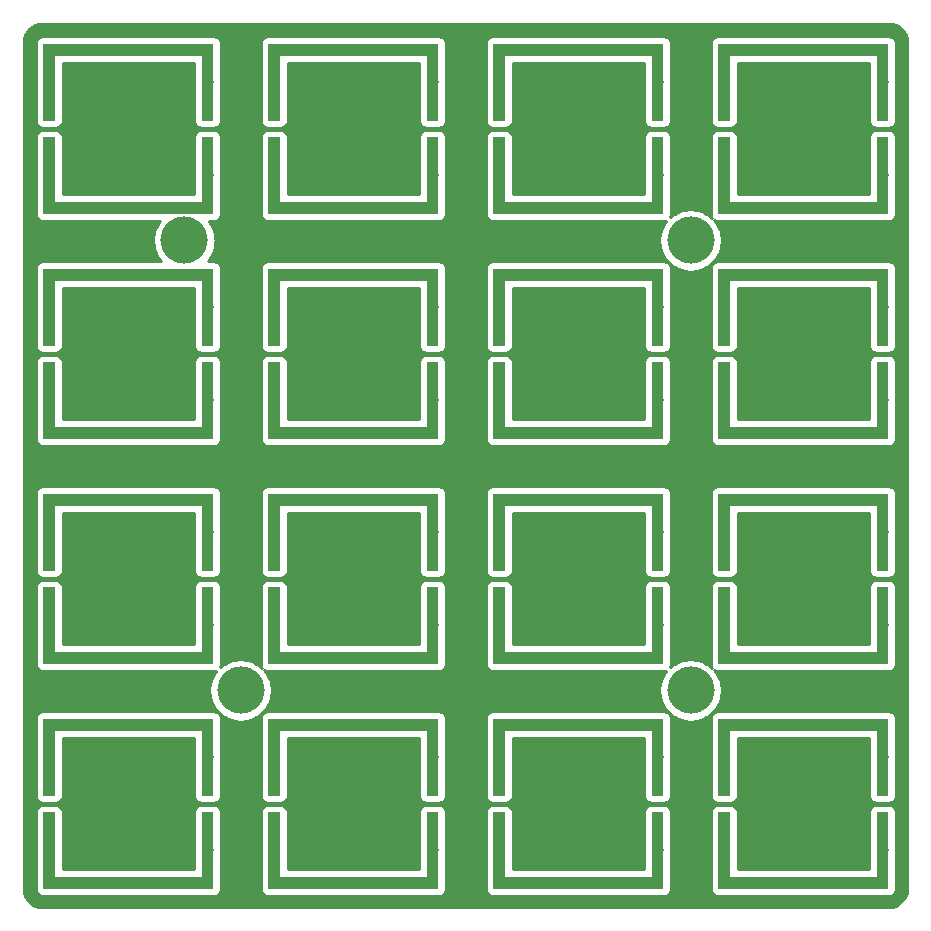
<source format=gtl>
G04 #@! TF.GenerationSoftware,KiCad,Pcbnew,(5.0.1)-3*
G04 #@! TF.CreationDate,2020-04-26T16:36:33+05:00*
G04 #@! TF.ProjectId,hybrid_plate,6879627269645F706C6174652E6B6963,rev?*
G04 #@! TF.SameCoordinates,Original*
G04 #@! TF.FileFunction,Copper,L1,Top,Signal*
G04 #@! TF.FilePolarity,Positive*
%FSLAX46Y46*%
G04 Gerber Fmt 4.6, Leading zero omitted, Abs format (unit mm)*
G04 Created by KiCad (PCBNEW (5.0.1)-3) date 26.04.2020 16:36:33*
%MOMM*%
%LPD*%
G01*
G04 APERTURE LIST*
G04 #@! TA.AperFunction,ComponentPad*
%ADD10C,1.000000*%
G04 #@! TD*
G04 #@! TA.AperFunction,Conductor*
%ADD11C,0.150000*%
G04 #@! TD*
G04 #@! TA.AperFunction,ComponentPad*
%ADD12C,4.000000*%
G04 #@! TD*
G04 #@! TA.AperFunction,NonConductor*
%ADD13C,0.254000*%
G04 #@! TD*
G04 APERTURE END LIST*
D10*
G04 #@! TO.P,REF\002A\002A,1*
G04 #@! TO.N,N/C*
X292320000Y-167590000D03*
D11*
G04 #@! TD*
G04 #@! TO.N,N/C*
G04 #@! TO.C,REF\002A\002A*
G36*
X292820000Y-170840000D02*
X291820000Y-170840000D01*
X291820000Y-164340000D01*
X292820000Y-164340000D01*
X292820000Y-170840000D01*
X292820000Y-170840000D01*
G37*
D10*
G04 #@! TO.P,REF\002A\002A,1*
G04 #@! TO.N,N/C*
X292320000Y-159690000D03*
D11*
G04 #@! TD*
G04 #@! TO.N,N/C*
G04 #@! TO.C,REF\002A\002A*
G36*
X292820000Y-162940000D02*
X291820000Y-162940000D01*
X291820000Y-156440000D01*
X292820000Y-156440000D01*
X292820000Y-162940000D01*
X292820000Y-162940000D01*
G37*
D10*
G04 #@! TO.P,REF\002A\002A,1*
G04 #@! TO.N,N/C*
X305720000Y-167590000D03*
D11*
G04 #@! TD*
G04 #@! TO.N,N/C*
G04 #@! TO.C,REF\002A\002A*
G36*
X305220000Y-164340000D02*
X306220000Y-164340000D01*
X306220000Y-170840000D01*
X305220000Y-170840000D01*
X305220000Y-164340000D01*
X305220000Y-164340000D01*
G37*
D10*
G04 #@! TO.P,REF\002A\002A,1*
G04 #@! TO.N,N/C*
X299020000Y-156940000D03*
D11*
G04 #@! TD*
G04 #@! TO.N,N/C*
G04 #@! TO.C,REF\002A\002A*
G36*
X306020000Y-156440000D02*
X306020000Y-157440000D01*
X292020000Y-157440000D01*
X292020000Y-156440000D01*
X306020000Y-156440000D01*
X306020000Y-156440000D01*
G37*
D10*
G04 #@! TO.P,REF\002A\002A,1*
G04 #@! TO.N,N/C*
X299020000Y-170340000D03*
D11*
G04 #@! TD*
G04 #@! TO.N,N/C*
G04 #@! TO.C,REF\002A\002A*
G36*
X292020000Y-170840000D02*
X292020000Y-169840000D01*
X306020000Y-169840000D01*
X306020000Y-170840000D01*
X292020000Y-170840000D01*
X292020000Y-170840000D01*
G37*
D10*
G04 #@! TO.P,REF\002A\002A,1*
G04 #@! TO.N,N/C*
X305720000Y-159690000D03*
D11*
G04 #@! TD*
G04 #@! TO.N,N/C*
G04 #@! TO.C,REF\002A\002A*
G36*
X305220000Y-156440000D02*
X306220000Y-156440000D01*
X306220000Y-162940000D01*
X305220000Y-162940000D01*
X305220000Y-156440000D01*
X305220000Y-156440000D01*
G37*
D10*
G04 #@! TO.P,REF\002A\002A,1*
G04 #@! TO.N,N/C*
X273270000Y-167590000D03*
D11*
G04 #@! TD*
G04 #@! TO.N,N/C*
G04 #@! TO.C,REF\002A\002A*
G36*
X273770000Y-170840000D02*
X272770000Y-170840000D01*
X272770000Y-164340000D01*
X273770000Y-164340000D01*
X273770000Y-170840000D01*
X273770000Y-170840000D01*
G37*
D10*
G04 #@! TO.P,REF\002A\002A,1*
G04 #@! TO.N,N/C*
X273270000Y-159690000D03*
D11*
G04 #@! TD*
G04 #@! TO.N,N/C*
G04 #@! TO.C,REF\002A\002A*
G36*
X273770000Y-162940000D02*
X272770000Y-162940000D01*
X272770000Y-156440000D01*
X273770000Y-156440000D01*
X273770000Y-162940000D01*
X273770000Y-162940000D01*
G37*
D10*
G04 #@! TO.P,REF\002A\002A,1*
G04 #@! TO.N,N/C*
X286670000Y-167590000D03*
D11*
G04 #@! TD*
G04 #@! TO.N,N/C*
G04 #@! TO.C,REF\002A\002A*
G36*
X286170000Y-164340000D02*
X287170000Y-164340000D01*
X287170000Y-170840000D01*
X286170000Y-170840000D01*
X286170000Y-164340000D01*
X286170000Y-164340000D01*
G37*
D10*
G04 #@! TO.P,REF\002A\002A,1*
G04 #@! TO.N,N/C*
X279970000Y-156940000D03*
D11*
G04 #@! TD*
G04 #@! TO.N,N/C*
G04 #@! TO.C,REF\002A\002A*
G36*
X286970000Y-156440000D02*
X286970000Y-157440000D01*
X272970000Y-157440000D01*
X272970000Y-156440000D01*
X286970000Y-156440000D01*
X286970000Y-156440000D01*
G37*
D10*
G04 #@! TO.P,REF\002A\002A,1*
G04 #@! TO.N,N/C*
X279970000Y-170340000D03*
D11*
G04 #@! TD*
G04 #@! TO.N,N/C*
G04 #@! TO.C,REF\002A\002A*
G36*
X272970000Y-170840000D02*
X272970000Y-169840000D01*
X286970000Y-169840000D01*
X286970000Y-170840000D01*
X272970000Y-170840000D01*
X272970000Y-170840000D01*
G37*
D10*
G04 #@! TO.P,REF\002A\002A,1*
G04 #@! TO.N,N/C*
X286670000Y-159690000D03*
D11*
G04 #@! TD*
G04 #@! TO.N,N/C*
G04 #@! TO.C,REF\002A\002A*
G36*
X286170000Y-156440000D02*
X287170000Y-156440000D01*
X287170000Y-162940000D01*
X286170000Y-162940000D01*
X286170000Y-156440000D01*
X286170000Y-156440000D01*
G37*
D10*
G04 #@! TO.P,REF\002A\002A,1*
G04 #@! TO.N,N/C*
X254220000Y-167590000D03*
D11*
G04 #@! TD*
G04 #@! TO.N,N/C*
G04 #@! TO.C,REF\002A\002A*
G36*
X254720000Y-170840000D02*
X253720000Y-170840000D01*
X253720000Y-164340000D01*
X254720000Y-164340000D01*
X254720000Y-170840000D01*
X254720000Y-170840000D01*
G37*
D10*
G04 #@! TO.P,REF\002A\002A,1*
G04 #@! TO.N,N/C*
X254220000Y-159690000D03*
D11*
G04 #@! TD*
G04 #@! TO.N,N/C*
G04 #@! TO.C,REF\002A\002A*
G36*
X254720000Y-162940000D02*
X253720000Y-162940000D01*
X253720000Y-156440000D01*
X254720000Y-156440000D01*
X254720000Y-162940000D01*
X254720000Y-162940000D01*
G37*
D10*
G04 #@! TO.P,REF\002A\002A,1*
G04 #@! TO.N,N/C*
X267620000Y-167590000D03*
D11*
G04 #@! TD*
G04 #@! TO.N,N/C*
G04 #@! TO.C,REF\002A\002A*
G36*
X267120000Y-164340000D02*
X268120000Y-164340000D01*
X268120000Y-170840000D01*
X267120000Y-170840000D01*
X267120000Y-164340000D01*
X267120000Y-164340000D01*
G37*
D10*
G04 #@! TO.P,REF\002A\002A,1*
G04 #@! TO.N,N/C*
X260920000Y-156940000D03*
D11*
G04 #@! TD*
G04 #@! TO.N,N/C*
G04 #@! TO.C,REF\002A\002A*
G36*
X267920000Y-156440000D02*
X267920000Y-157440000D01*
X253920000Y-157440000D01*
X253920000Y-156440000D01*
X267920000Y-156440000D01*
X267920000Y-156440000D01*
G37*
D10*
G04 #@! TO.P,REF\002A\002A,1*
G04 #@! TO.N,N/C*
X260920000Y-170340000D03*
D11*
G04 #@! TD*
G04 #@! TO.N,N/C*
G04 #@! TO.C,REF\002A\002A*
G36*
X253920000Y-170840000D02*
X253920000Y-169840000D01*
X267920000Y-169840000D01*
X267920000Y-170840000D01*
X253920000Y-170840000D01*
X253920000Y-170840000D01*
G37*
D10*
G04 #@! TO.P,REF\002A\002A,1*
G04 #@! TO.N,N/C*
X267620000Y-159690000D03*
D11*
G04 #@! TD*
G04 #@! TO.N,N/C*
G04 #@! TO.C,REF\002A\002A*
G36*
X267120000Y-156440000D02*
X268120000Y-156440000D01*
X268120000Y-162940000D01*
X267120000Y-162940000D01*
X267120000Y-156440000D01*
X267120000Y-156440000D01*
G37*
D10*
G04 #@! TO.P,REF\002A\002A,1*
G04 #@! TO.N,N/C*
X311370000Y-167590000D03*
D11*
G04 #@! TD*
G04 #@! TO.N,N/C*
G04 #@! TO.C,REF\002A\002A*
G36*
X311870000Y-170840000D02*
X310870000Y-170840000D01*
X310870000Y-164340000D01*
X311870000Y-164340000D01*
X311870000Y-170840000D01*
X311870000Y-170840000D01*
G37*
D10*
G04 #@! TO.P,REF\002A\002A,1*
G04 #@! TO.N,N/C*
X311370000Y-159690000D03*
D11*
G04 #@! TD*
G04 #@! TO.N,N/C*
G04 #@! TO.C,REF\002A\002A*
G36*
X311870000Y-162940000D02*
X310870000Y-162940000D01*
X310870000Y-156440000D01*
X311870000Y-156440000D01*
X311870000Y-162940000D01*
X311870000Y-162940000D01*
G37*
D10*
G04 #@! TO.P,REF\002A\002A,1*
G04 #@! TO.N,N/C*
X324770000Y-167590000D03*
D11*
G04 #@! TD*
G04 #@! TO.N,N/C*
G04 #@! TO.C,REF\002A\002A*
G36*
X324270000Y-164340000D02*
X325270000Y-164340000D01*
X325270000Y-170840000D01*
X324270000Y-170840000D01*
X324270000Y-164340000D01*
X324270000Y-164340000D01*
G37*
D10*
G04 #@! TO.P,REF\002A\002A,1*
G04 #@! TO.N,N/C*
X318070000Y-156940000D03*
D11*
G04 #@! TD*
G04 #@! TO.N,N/C*
G04 #@! TO.C,REF\002A\002A*
G36*
X325070000Y-156440000D02*
X325070000Y-157440000D01*
X311070000Y-157440000D01*
X311070000Y-156440000D01*
X325070000Y-156440000D01*
X325070000Y-156440000D01*
G37*
D10*
G04 #@! TO.P,REF\002A\002A,1*
G04 #@! TO.N,N/C*
X318070000Y-170340000D03*
D11*
G04 #@! TD*
G04 #@! TO.N,N/C*
G04 #@! TO.C,REF\002A\002A*
G36*
X311070000Y-170840000D02*
X311070000Y-169840000D01*
X325070000Y-169840000D01*
X325070000Y-170840000D01*
X311070000Y-170840000D01*
X311070000Y-170840000D01*
G37*
D10*
G04 #@! TO.P,REF\002A\002A,1*
G04 #@! TO.N,N/C*
X324770000Y-159690000D03*
D11*
G04 #@! TD*
G04 #@! TO.N,N/C*
G04 #@! TO.C,REF\002A\002A*
G36*
X324270000Y-156440000D02*
X325270000Y-156440000D01*
X325270000Y-162940000D01*
X324270000Y-162940000D01*
X324270000Y-156440000D01*
X324270000Y-156440000D01*
G37*
D10*
G04 #@! TO.P,REF\002A\002A,1*
G04 #@! TO.N,N/C*
X311370000Y-148540000D03*
D11*
G04 #@! TD*
G04 #@! TO.N,N/C*
G04 #@! TO.C,REF\002A\002A*
G36*
X311870000Y-151790000D02*
X310870000Y-151790000D01*
X310870000Y-145290000D01*
X311870000Y-145290000D01*
X311870000Y-151790000D01*
X311870000Y-151790000D01*
G37*
D10*
G04 #@! TO.P,REF\002A\002A,1*
G04 #@! TO.N,N/C*
X311370000Y-140640000D03*
D11*
G04 #@! TD*
G04 #@! TO.N,N/C*
G04 #@! TO.C,REF\002A\002A*
G36*
X311870000Y-143890000D02*
X310870000Y-143890000D01*
X310870000Y-137390000D01*
X311870000Y-137390000D01*
X311870000Y-143890000D01*
X311870000Y-143890000D01*
G37*
D10*
G04 #@! TO.P,REF\002A\002A,1*
G04 #@! TO.N,N/C*
X324770000Y-148540000D03*
D11*
G04 #@! TD*
G04 #@! TO.N,N/C*
G04 #@! TO.C,REF\002A\002A*
G36*
X324270000Y-145290000D02*
X325270000Y-145290000D01*
X325270000Y-151790000D01*
X324270000Y-151790000D01*
X324270000Y-145290000D01*
X324270000Y-145290000D01*
G37*
D10*
G04 #@! TO.P,REF\002A\002A,1*
G04 #@! TO.N,N/C*
X318070000Y-137890000D03*
D11*
G04 #@! TD*
G04 #@! TO.N,N/C*
G04 #@! TO.C,REF\002A\002A*
G36*
X325070000Y-137390000D02*
X325070000Y-138390000D01*
X311070000Y-138390000D01*
X311070000Y-137390000D01*
X325070000Y-137390000D01*
X325070000Y-137390000D01*
G37*
D10*
G04 #@! TO.P,REF\002A\002A,1*
G04 #@! TO.N,N/C*
X318070000Y-151290000D03*
D11*
G04 #@! TD*
G04 #@! TO.N,N/C*
G04 #@! TO.C,REF\002A\002A*
G36*
X311070000Y-151790000D02*
X311070000Y-150790000D01*
X325070000Y-150790000D01*
X325070000Y-151790000D01*
X311070000Y-151790000D01*
X311070000Y-151790000D01*
G37*
D10*
G04 #@! TO.P,REF\002A\002A,1*
G04 #@! TO.N,N/C*
X324770000Y-140640000D03*
D11*
G04 #@! TD*
G04 #@! TO.N,N/C*
G04 #@! TO.C,REF\002A\002A*
G36*
X324270000Y-137390000D02*
X325270000Y-137390000D01*
X325270000Y-143890000D01*
X324270000Y-143890000D01*
X324270000Y-137390000D01*
X324270000Y-137390000D01*
G37*
D10*
G04 #@! TO.P,REF\002A\002A,1*
G04 #@! TO.N,N/C*
X292320000Y-148540000D03*
D11*
G04 #@! TD*
G04 #@! TO.N,N/C*
G04 #@! TO.C,REF\002A\002A*
G36*
X292820000Y-151790000D02*
X291820000Y-151790000D01*
X291820000Y-145290000D01*
X292820000Y-145290000D01*
X292820000Y-151790000D01*
X292820000Y-151790000D01*
G37*
D10*
G04 #@! TO.P,REF\002A\002A,1*
G04 #@! TO.N,N/C*
X292320000Y-140640000D03*
D11*
G04 #@! TD*
G04 #@! TO.N,N/C*
G04 #@! TO.C,REF\002A\002A*
G36*
X292820000Y-143890000D02*
X291820000Y-143890000D01*
X291820000Y-137390000D01*
X292820000Y-137390000D01*
X292820000Y-143890000D01*
X292820000Y-143890000D01*
G37*
D10*
G04 #@! TO.P,REF\002A\002A,1*
G04 #@! TO.N,N/C*
X305720000Y-148540000D03*
D11*
G04 #@! TD*
G04 #@! TO.N,N/C*
G04 #@! TO.C,REF\002A\002A*
G36*
X305220000Y-145290000D02*
X306220000Y-145290000D01*
X306220000Y-151790000D01*
X305220000Y-151790000D01*
X305220000Y-145290000D01*
X305220000Y-145290000D01*
G37*
D10*
G04 #@! TO.P,REF\002A\002A,1*
G04 #@! TO.N,N/C*
X299020000Y-137890000D03*
D11*
G04 #@! TD*
G04 #@! TO.N,N/C*
G04 #@! TO.C,REF\002A\002A*
G36*
X306020000Y-137390000D02*
X306020000Y-138390000D01*
X292020000Y-138390000D01*
X292020000Y-137390000D01*
X306020000Y-137390000D01*
X306020000Y-137390000D01*
G37*
D10*
G04 #@! TO.P,REF\002A\002A,1*
G04 #@! TO.N,N/C*
X299020000Y-151290000D03*
D11*
G04 #@! TD*
G04 #@! TO.N,N/C*
G04 #@! TO.C,REF\002A\002A*
G36*
X292020000Y-151790000D02*
X292020000Y-150790000D01*
X306020000Y-150790000D01*
X306020000Y-151790000D01*
X292020000Y-151790000D01*
X292020000Y-151790000D01*
G37*
D10*
G04 #@! TO.P,REF\002A\002A,1*
G04 #@! TO.N,N/C*
X305720000Y-140640000D03*
D11*
G04 #@! TD*
G04 #@! TO.N,N/C*
G04 #@! TO.C,REF\002A\002A*
G36*
X305220000Y-137390000D02*
X306220000Y-137390000D01*
X306220000Y-143890000D01*
X305220000Y-143890000D01*
X305220000Y-137390000D01*
X305220000Y-137390000D01*
G37*
D10*
G04 #@! TO.P,REF\002A\002A,1*
G04 #@! TO.N,N/C*
X273270000Y-148540000D03*
D11*
G04 #@! TD*
G04 #@! TO.N,N/C*
G04 #@! TO.C,REF\002A\002A*
G36*
X273770000Y-151790000D02*
X272770000Y-151790000D01*
X272770000Y-145290000D01*
X273770000Y-145290000D01*
X273770000Y-151790000D01*
X273770000Y-151790000D01*
G37*
D10*
G04 #@! TO.P,REF\002A\002A,1*
G04 #@! TO.N,N/C*
X273270000Y-140640000D03*
D11*
G04 #@! TD*
G04 #@! TO.N,N/C*
G04 #@! TO.C,REF\002A\002A*
G36*
X273770000Y-143890000D02*
X272770000Y-143890000D01*
X272770000Y-137390000D01*
X273770000Y-137390000D01*
X273770000Y-143890000D01*
X273770000Y-143890000D01*
G37*
D10*
G04 #@! TO.P,REF\002A\002A,1*
G04 #@! TO.N,N/C*
X286670000Y-148540000D03*
D11*
G04 #@! TD*
G04 #@! TO.N,N/C*
G04 #@! TO.C,REF\002A\002A*
G36*
X286170000Y-145290000D02*
X287170000Y-145290000D01*
X287170000Y-151790000D01*
X286170000Y-151790000D01*
X286170000Y-145290000D01*
X286170000Y-145290000D01*
G37*
D10*
G04 #@! TO.P,REF\002A\002A,1*
G04 #@! TO.N,N/C*
X279970000Y-137890000D03*
D11*
G04 #@! TD*
G04 #@! TO.N,N/C*
G04 #@! TO.C,REF\002A\002A*
G36*
X286970000Y-137390000D02*
X286970000Y-138390000D01*
X272970000Y-138390000D01*
X272970000Y-137390000D01*
X286970000Y-137390000D01*
X286970000Y-137390000D01*
G37*
D10*
G04 #@! TO.P,REF\002A\002A,1*
G04 #@! TO.N,N/C*
X279970000Y-151290000D03*
D11*
G04 #@! TD*
G04 #@! TO.N,N/C*
G04 #@! TO.C,REF\002A\002A*
G36*
X272970000Y-151790000D02*
X272970000Y-150790000D01*
X286970000Y-150790000D01*
X286970000Y-151790000D01*
X272970000Y-151790000D01*
X272970000Y-151790000D01*
G37*
D10*
G04 #@! TO.P,REF\002A\002A,1*
G04 #@! TO.N,N/C*
X286670000Y-140640000D03*
D11*
G04 #@! TD*
G04 #@! TO.N,N/C*
G04 #@! TO.C,REF\002A\002A*
G36*
X286170000Y-137390000D02*
X287170000Y-137390000D01*
X287170000Y-143890000D01*
X286170000Y-143890000D01*
X286170000Y-137390000D01*
X286170000Y-137390000D01*
G37*
D10*
G04 #@! TO.P,REF\002A\002A,1*
G04 #@! TO.N,N/C*
X254220000Y-148540000D03*
D11*
G04 #@! TD*
G04 #@! TO.N,N/C*
G04 #@! TO.C,REF\002A\002A*
G36*
X254720000Y-151790000D02*
X253720000Y-151790000D01*
X253720000Y-145290000D01*
X254720000Y-145290000D01*
X254720000Y-151790000D01*
X254720000Y-151790000D01*
G37*
D10*
G04 #@! TO.P,REF\002A\002A,1*
G04 #@! TO.N,N/C*
X254220000Y-140640000D03*
D11*
G04 #@! TD*
G04 #@! TO.N,N/C*
G04 #@! TO.C,REF\002A\002A*
G36*
X254720000Y-143890000D02*
X253720000Y-143890000D01*
X253720000Y-137390000D01*
X254720000Y-137390000D01*
X254720000Y-143890000D01*
X254720000Y-143890000D01*
G37*
D10*
G04 #@! TO.P,REF\002A\002A,1*
G04 #@! TO.N,N/C*
X267620000Y-148540000D03*
D11*
G04 #@! TD*
G04 #@! TO.N,N/C*
G04 #@! TO.C,REF\002A\002A*
G36*
X267120000Y-145290000D02*
X268120000Y-145290000D01*
X268120000Y-151790000D01*
X267120000Y-151790000D01*
X267120000Y-145290000D01*
X267120000Y-145290000D01*
G37*
D10*
G04 #@! TO.P,REF\002A\002A,1*
G04 #@! TO.N,N/C*
X260920000Y-137890000D03*
D11*
G04 #@! TD*
G04 #@! TO.N,N/C*
G04 #@! TO.C,REF\002A\002A*
G36*
X267920000Y-137390000D02*
X267920000Y-138390000D01*
X253920000Y-138390000D01*
X253920000Y-137390000D01*
X267920000Y-137390000D01*
X267920000Y-137390000D01*
G37*
D10*
G04 #@! TO.P,REF\002A\002A,1*
G04 #@! TO.N,N/C*
X260920000Y-151290000D03*
D11*
G04 #@! TD*
G04 #@! TO.N,N/C*
G04 #@! TO.C,REF\002A\002A*
G36*
X253920000Y-151790000D02*
X253920000Y-150790000D01*
X267920000Y-150790000D01*
X267920000Y-151790000D01*
X253920000Y-151790000D01*
X253920000Y-151790000D01*
G37*
D10*
G04 #@! TO.P,REF\002A\002A,1*
G04 #@! TO.N,N/C*
X267620000Y-140640000D03*
D11*
G04 #@! TD*
G04 #@! TO.N,N/C*
G04 #@! TO.C,REF\002A\002A*
G36*
X267120000Y-137390000D02*
X268120000Y-137390000D01*
X268120000Y-143890000D01*
X267120000Y-143890000D01*
X267120000Y-137390000D01*
X267120000Y-137390000D01*
G37*
D10*
G04 #@! TO.P,REF\002A\002A,1*
G04 #@! TO.N,N/C*
X254220000Y-129490000D03*
D11*
G04 #@! TD*
G04 #@! TO.N,N/C*
G04 #@! TO.C,REF\002A\002A*
G36*
X254720000Y-132740000D02*
X253720000Y-132740000D01*
X253720000Y-126240000D01*
X254720000Y-126240000D01*
X254720000Y-132740000D01*
X254720000Y-132740000D01*
G37*
D10*
G04 #@! TO.P,REF\002A\002A,1*
G04 #@! TO.N,N/C*
X254220000Y-121590000D03*
D11*
G04 #@! TD*
G04 #@! TO.N,N/C*
G04 #@! TO.C,REF\002A\002A*
G36*
X254720000Y-124840000D02*
X253720000Y-124840000D01*
X253720000Y-118340000D01*
X254720000Y-118340000D01*
X254720000Y-124840000D01*
X254720000Y-124840000D01*
G37*
D10*
G04 #@! TO.P,REF\002A\002A,1*
G04 #@! TO.N,N/C*
X267620000Y-129490000D03*
D11*
G04 #@! TD*
G04 #@! TO.N,N/C*
G04 #@! TO.C,REF\002A\002A*
G36*
X267120000Y-126240000D02*
X268120000Y-126240000D01*
X268120000Y-132740000D01*
X267120000Y-132740000D01*
X267120000Y-126240000D01*
X267120000Y-126240000D01*
G37*
D10*
G04 #@! TO.P,REF\002A\002A,1*
G04 #@! TO.N,N/C*
X260920000Y-118840000D03*
D11*
G04 #@! TD*
G04 #@! TO.N,N/C*
G04 #@! TO.C,REF\002A\002A*
G36*
X267920000Y-118340000D02*
X267920000Y-119340000D01*
X253920000Y-119340000D01*
X253920000Y-118340000D01*
X267920000Y-118340000D01*
X267920000Y-118340000D01*
G37*
D10*
G04 #@! TO.P,REF\002A\002A,1*
G04 #@! TO.N,N/C*
X260920000Y-132240000D03*
D11*
G04 #@! TD*
G04 #@! TO.N,N/C*
G04 #@! TO.C,REF\002A\002A*
G36*
X253920000Y-132740000D02*
X253920000Y-131740000D01*
X267920000Y-131740000D01*
X267920000Y-132740000D01*
X253920000Y-132740000D01*
X253920000Y-132740000D01*
G37*
D10*
G04 #@! TO.P,REF\002A\002A,1*
G04 #@! TO.N,N/C*
X267620000Y-121590000D03*
D11*
G04 #@! TD*
G04 #@! TO.N,N/C*
G04 #@! TO.C,REF\002A\002A*
G36*
X267120000Y-118340000D02*
X268120000Y-118340000D01*
X268120000Y-124840000D01*
X267120000Y-124840000D01*
X267120000Y-118340000D01*
X267120000Y-118340000D01*
G37*
D10*
G04 #@! TO.P,REF\002A\002A,1*
G04 #@! TO.N,N/C*
X273270000Y-129490000D03*
D11*
G04 #@! TD*
G04 #@! TO.N,N/C*
G04 #@! TO.C,REF\002A\002A*
G36*
X273770000Y-132740000D02*
X272770000Y-132740000D01*
X272770000Y-126240000D01*
X273770000Y-126240000D01*
X273770000Y-132740000D01*
X273770000Y-132740000D01*
G37*
D10*
G04 #@! TO.P,REF\002A\002A,1*
G04 #@! TO.N,N/C*
X273270000Y-121590000D03*
D11*
G04 #@! TD*
G04 #@! TO.N,N/C*
G04 #@! TO.C,REF\002A\002A*
G36*
X273770000Y-124840000D02*
X272770000Y-124840000D01*
X272770000Y-118340000D01*
X273770000Y-118340000D01*
X273770000Y-124840000D01*
X273770000Y-124840000D01*
G37*
D10*
G04 #@! TO.P,REF\002A\002A,1*
G04 #@! TO.N,N/C*
X286670000Y-129490000D03*
D11*
G04 #@! TD*
G04 #@! TO.N,N/C*
G04 #@! TO.C,REF\002A\002A*
G36*
X286170000Y-126240000D02*
X287170000Y-126240000D01*
X287170000Y-132740000D01*
X286170000Y-132740000D01*
X286170000Y-126240000D01*
X286170000Y-126240000D01*
G37*
D10*
G04 #@! TO.P,REF\002A\002A,1*
G04 #@! TO.N,N/C*
X279970000Y-118840000D03*
D11*
G04 #@! TD*
G04 #@! TO.N,N/C*
G04 #@! TO.C,REF\002A\002A*
G36*
X286970000Y-118340000D02*
X286970000Y-119340000D01*
X272970000Y-119340000D01*
X272970000Y-118340000D01*
X286970000Y-118340000D01*
X286970000Y-118340000D01*
G37*
D10*
G04 #@! TO.P,REF\002A\002A,1*
G04 #@! TO.N,N/C*
X279970000Y-132240000D03*
D11*
G04 #@! TD*
G04 #@! TO.N,N/C*
G04 #@! TO.C,REF\002A\002A*
G36*
X272970000Y-132740000D02*
X272970000Y-131740000D01*
X286970000Y-131740000D01*
X286970000Y-132740000D01*
X272970000Y-132740000D01*
X272970000Y-132740000D01*
G37*
D10*
G04 #@! TO.P,REF\002A\002A,1*
G04 #@! TO.N,N/C*
X286670000Y-121590000D03*
D11*
G04 #@! TD*
G04 #@! TO.N,N/C*
G04 #@! TO.C,REF\002A\002A*
G36*
X286170000Y-118340000D02*
X287170000Y-118340000D01*
X287170000Y-124840000D01*
X286170000Y-124840000D01*
X286170000Y-118340000D01*
X286170000Y-118340000D01*
G37*
D10*
G04 #@! TO.P,REF\002A\002A,1*
G04 #@! TO.N,N/C*
X292320000Y-129490000D03*
D11*
G04 #@! TD*
G04 #@! TO.N,N/C*
G04 #@! TO.C,REF\002A\002A*
G36*
X292820000Y-132740000D02*
X291820000Y-132740000D01*
X291820000Y-126240000D01*
X292820000Y-126240000D01*
X292820000Y-132740000D01*
X292820000Y-132740000D01*
G37*
D10*
G04 #@! TO.P,REF\002A\002A,1*
G04 #@! TO.N,N/C*
X292320000Y-121590000D03*
D11*
G04 #@! TD*
G04 #@! TO.N,N/C*
G04 #@! TO.C,REF\002A\002A*
G36*
X292820000Y-124840000D02*
X291820000Y-124840000D01*
X291820000Y-118340000D01*
X292820000Y-118340000D01*
X292820000Y-124840000D01*
X292820000Y-124840000D01*
G37*
D10*
G04 #@! TO.P,REF\002A\002A,1*
G04 #@! TO.N,N/C*
X305720000Y-129490000D03*
D11*
G04 #@! TD*
G04 #@! TO.N,N/C*
G04 #@! TO.C,REF\002A\002A*
G36*
X305220000Y-126240000D02*
X306220000Y-126240000D01*
X306220000Y-132740000D01*
X305220000Y-132740000D01*
X305220000Y-126240000D01*
X305220000Y-126240000D01*
G37*
D10*
G04 #@! TO.P,REF\002A\002A,1*
G04 #@! TO.N,N/C*
X299020000Y-118840000D03*
D11*
G04 #@! TD*
G04 #@! TO.N,N/C*
G04 #@! TO.C,REF\002A\002A*
G36*
X306020000Y-118340000D02*
X306020000Y-119340000D01*
X292020000Y-119340000D01*
X292020000Y-118340000D01*
X306020000Y-118340000D01*
X306020000Y-118340000D01*
G37*
D10*
G04 #@! TO.P,REF\002A\002A,1*
G04 #@! TO.N,N/C*
X299020000Y-132240000D03*
D11*
G04 #@! TD*
G04 #@! TO.N,N/C*
G04 #@! TO.C,REF\002A\002A*
G36*
X292020000Y-132740000D02*
X292020000Y-131740000D01*
X306020000Y-131740000D01*
X306020000Y-132740000D01*
X292020000Y-132740000D01*
X292020000Y-132740000D01*
G37*
D10*
G04 #@! TO.P,REF\002A\002A,1*
G04 #@! TO.N,N/C*
X305720000Y-121590000D03*
D11*
G04 #@! TD*
G04 #@! TO.N,N/C*
G04 #@! TO.C,REF\002A\002A*
G36*
X305220000Y-118340000D02*
X306220000Y-118340000D01*
X306220000Y-124840000D01*
X305220000Y-124840000D01*
X305220000Y-118340000D01*
X305220000Y-118340000D01*
G37*
D10*
G04 #@! TO.P,REF\002A\002A,1*
G04 #@! TO.N,N/C*
X311370000Y-129490000D03*
D11*
G04 #@! TD*
G04 #@! TO.N,N/C*
G04 #@! TO.C,REF\002A\002A*
G36*
X311870000Y-132740000D02*
X310870000Y-132740000D01*
X310870000Y-126240000D01*
X311870000Y-126240000D01*
X311870000Y-132740000D01*
X311870000Y-132740000D01*
G37*
D10*
G04 #@! TO.P,REF\002A\002A,1*
G04 #@! TO.N,N/C*
X311370000Y-121590000D03*
D11*
G04 #@! TD*
G04 #@! TO.N,N/C*
G04 #@! TO.C,REF\002A\002A*
G36*
X311870000Y-124840000D02*
X310870000Y-124840000D01*
X310870000Y-118340000D01*
X311870000Y-118340000D01*
X311870000Y-124840000D01*
X311870000Y-124840000D01*
G37*
D10*
G04 #@! TO.P,REF\002A\002A,1*
G04 #@! TO.N,N/C*
X324770000Y-129490000D03*
D11*
G04 #@! TD*
G04 #@! TO.N,N/C*
G04 #@! TO.C,REF\002A\002A*
G36*
X324270000Y-126240000D02*
X325270000Y-126240000D01*
X325270000Y-132740000D01*
X324270000Y-132740000D01*
X324270000Y-126240000D01*
X324270000Y-126240000D01*
G37*
D10*
G04 #@! TO.P,REF\002A\002A,1*
G04 #@! TO.N,N/C*
X318070000Y-118840000D03*
D11*
G04 #@! TD*
G04 #@! TO.N,N/C*
G04 #@! TO.C,REF\002A\002A*
G36*
X325070000Y-118340000D02*
X325070000Y-119340000D01*
X311070000Y-119340000D01*
X311070000Y-118340000D01*
X325070000Y-118340000D01*
X325070000Y-118340000D01*
G37*
D10*
G04 #@! TO.P,REF\002A\002A,1*
G04 #@! TO.N,N/C*
X318070000Y-132240000D03*
D11*
G04 #@! TD*
G04 #@! TO.N,N/C*
G04 #@! TO.C,REF\002A\002A*
G36*
X311070000Y-132740000D02*
X311070000Y-131740000D01*
X325070000Y-131740000D01*
X325070000Y-132740000D01*
X311070000Y-132740000D01*
X311070000Y-132740000D01*
G37*
D10*
G04 #@! TO.P,REF\002A\002A,1*
G04 #@! TO.N,N/C*
X324770000Y-121590000D03*
D11*
G04 #@! TD*
G04 #@! TO.N,N/C*
G04 #@! TO.C,REF\002A\002A*
G36*
X324270000Y-118340000D02*
X325270000Y-118340000D01*
X325270000Y-124840000D01*
X324270000Y-124840000D01*
X324270000Y-118340000D01*
X324270000Y-118340000D01*
G37*
D10*
G04 #@! TO.P,REF\002A\002A,1*
G04 #@! TO.N,N/C*
X311370000Y-110440000D03*
D11*
G04 #@! TD*
G04 #@! TO.N,N/C*
G04 #@! TO.C,REF\002A\002A*
G36*
X311870000Y-113690000D02*
X310870000Y-113690000D01*
X310870000Y-107190000D01*
X311870000Y-107190000D01*
X311870000Y-113690000D01*
X311870000Y-113690000D01*
G37*
D10*
G04 #@! TO.P,REF\002A\002A,1*
G04 #@! TO.N,N/C*
X311370000Y-102540000D03*
D11*
G04 #@! TD*
G04 #@! TO.N,N/C*
G04 #@! TO.C,REF\002A\002A*
G36*
X311870000Y-105790000D02*
X310870000Y-105790000D01*
X310870000Y-99290000D01*
X311870000Y-99290000D01*
X311870000Y-105790000D01*
X311870000Y-105790000D01*
G37*
D10*
G04 #@! TO.P,REF\002A\002A,1*
G04 #@! TO.N,N/C*
X324770000Y-110440000D03*
D11*
G04 #@! TD*
G04 #@! TO.N,N/C*
G04 #@! TO.C,REF\002A\002A*
G36*
X324270000Y-107190000D02*
X325270000Y-107190000D01*
X325270000Y-113690000D01*
X324270000Y-113690000D01*
X324270000Y-107190000D01*
X324270000Y-107190000D01*
G37*
D10*
G04 #@! TO.P,REF\002A\002A,1*
G04 #@! TO.N,N/C*
X318070000Y-99790000D03*
D11*
G04 #@! TD*
G04 #@! TO.N,N/C*
G04 #@! TO.C,REF\002A\002A*
G36*
X325070000Y-99290000D02*
X325070000Y-100290000D01*
X311070000Y-100290000D01*
X311070000Y-99290000D01*
X325070000Y-99290000D01*
X325070000Y-99290000D01*
G37*
D10*
G04 #@! TO.P,REF\002A\002A,1*
G04 #@! TO.N,N/C*
X318070000Y-113190000D03*
D11*
G04 #@! TD*
G04 #@! TO.N,N/C*
G04 #@! TO.C,REF\002A\002A*
G36*
X311070000Y-113690000D02*
X311070000Y-112690000D01*
X325070000Y-112690000D01*
X325070000Y-113690000D01*
X311070000Y-113690000D01*
X311070000Y-113690000D01*
G37*
D10*
G04 #@! TO.P,REF\002A\002A,1*
G04 #@! TO.N,N/C*
X324770000Y-102540000D03*
D11*
G04 #@! TD*
G04 #@! TO.N,N/C*
G04 #@! TO.C,REF\002A\002A*
G36*
X324270000Y-99290000D02*
X325270000Y-99290000D01*
X325270000Y-105790000D01*
X324270000Y-105790000D01*
X324270000Y-99290000D01*
X324270000Y-99290000D01*
G37*
D10*
G04 #@! TO.P,REF\002A\002A,1*
G04 #@! TO.N,N/C*
X292320000Y-110440000D03*
D11*
G04 #@! TD*
G04 #@! TO.N,N/C*
G04 #@! TO.C,REF\002A\002A*
G36*
X292820000Y-113690000D02*
X291820000Y-113690000D01*
X291820000Y-107190000D01*
X292820000Y-107190000D01*
X292820000Y-113690000D01*
X292820000Y-113690000D01*
G37*
D10*
G04 #@! TO.P,REF\002A\002A,1*
G04 #@! TO.N,N/C*
X292320000Y-102540000D03*
D11*
G04 #@! TD*
G04 #@! TO.N,N/C*
G04 #@! TO.C,REF\002A\002A*
G36*
X292820000Y-105790000D02*
X291820000Y-105790000D01*
X291820000Y-99290000D01*
X292820000Y-99290000D01*
X292820000Y-105790000D01*
X292820000Y-105790000D01*
G37*
D10*
G04 #@! TO.P,REF\002A\002A,1*
G04 #@! TO.N,N/C*
X305720000Y-110440000D03*
D11*
G04 #@! TD*
G04 #@! TO.N,N/C*
G04 #@! TO.C,REF\002A\002A*
G36*
X305220000Y-107190000D02*
X306220000Y-107190000D01*
X306220000Y-113690000D01*
X305220000Y-113690000D01*
X305220000Y-107190000D01*
X305220000Y-107190000D01*
G37*
D10*
G04 #@! TO.P,REF\002A\002A,1*
G04 #@! TO.N,N/C*
X299020000Y-99790000D03*
D11*
G04 #@! TD*
G04 #@! TO.N,N/C*
G04 #@! TO.C,REF\002A\002A*
G36*
X306020000Y-99290000D02*
X306020000Y-100290000D01*
X292020000Y-100290000D01*
X292020000Y-99290000D01*
X306020000Y-99290000D01*
X306020000Y-99290000D01*
G37*
D10*
G04 #@! TO.P,REF\002A\002A,1*
G04 #@! TO.N,N/C*
X299020000Y-113190000D03*
D11*
G04 #@! TD*
G04 #@! TO.N,N/C*
G04 #@! TO.C,REF\002A\002A*
G36*
X292020000Y-113690000D02*
X292020000Y-112690000D01*
X306020000Y-112690000D01*
X306020000Y-113690000D01*
X292020000Y-113690000D01*
X292020000Y-113690000D01*
G37*
D10*
G04 #@! TO.P,REF\002A\002A,1*
G04 #@! TO.N,N/C*
X305720000Y-102540000D03*
D11*
G04 #@! TD*
G04 #@! TO.N,N/C*
G04 #@! TO.C,REF\002A\002A*
G36*
X305220000Y-99290000D02*
X306220000Y-99290000D01*
X306220000Y-105790000D01*
X305220000Y-105790000D01*
X305220000Y-99290000D01*
X305220000Y-99290000D01*
G37*
D10*
G04 #@! TO.P,REF\002A\002A,1*
G04 #@! TO.N,N/C*
X273270000Y-110440000D03*
D11*
G04 #@! TD*
G04 #@! TO.N,N/C*
G04 #@! TO.C,REF\002A\002A*
G36*
X273770000Y-113690000D02*
X272770000Y-113690000D01*
X272770000Y-107190000D01*
X273770000Y-107190000D01*
X273770000Y-113690000D01*
X273770000Y-113690000D01*
G37*
D10*
G04 #@! TO.P,REF\002A\002A,1*
G04 #@! TO.N,N/C*
X273270000Y-102540000D03*
D11*
G04 #@! TD*
G04 #@! TO.N,N/C*
G04 #@! TO.C,REF\002A\002A*
G36*
X273770000Y-105790000D02*
X272770000Y-105790000D01*
X272770000Y-99290000D01*
X273770000Y-99290000D01*
X273770000Y-105790000D01*
X273770000Y-105790000D01*
G37*
D10*
G04 #@! TO.P,REF\002A\002A,1*
G04 #@! TO.N,N/C*
X286670000Y-110440000D03*
D11*
G04 #@! TD*
G04 #@! TO.N,N/C*
G04 #@! TO.C,REF\002A\002A*
G36*
X286170000Y-107190000D02*
X287170000Y-107190000D01*
X287170000Y-113690000D01*
X286170000Y-113690000D01*
X286170000Y-107190000D01*
X286170000Y-107190000D01*
G37*
D10*
G04 #@! TO.P,REF\002A\002A,1*
G04 #@! TO.N,N/C*
X279970000Y-99790000D03*
D11*
G04 #@! TD*
G04 #@! TO.N,N/C*
G04 #@! TO.C,REF\002A\002A*
G36*
X286970000Y-99290000D02*
X286970000Y-100290000D01*
X272970000Y-100290000D01*
X272970000Y-99290000D01*
X286970000Y-99290000D01*
X286970000Y-99290000D01*
G37*
D10*
G04 #@! TO.P,REF\002A\002A,1*
G04 #@! TO.N,N/C*
X279970000Y-113190000D03*
D11*
G04 #@! TD*
G04 #@! TO.N,N/C*
G04 #@! TO.C,REF\002A\002A*
G36*
X272970000Y-113690000D02*
X272970000Y-112690000D01*
X286970000Y-112690000D01*
X286970000Y-113690000D01*
X272970000Y-113690000D01*
X272970000Y-113690000D01*
G37*
D10*
G04 #@! TO.P,REF\002A\002A,1*
G04 #@! TO.N,N/C*
X286670000Y-102540000D03*
D11*
G04 #@! TD*
G04 #@! TO.N,N/C*
G04 #@! TO.C,REF\002A\002A*
G36*
X286170000Y-99290000D02*
X287170000Y-99290000D01*
X287170000Y-105790000D01*
X286170000Y-105790000D01*
X286170000Y-99290000D01*
X286170000Y-99290000D01*
G37*
D10*
G04 #@! TO.P,REF\002A\002A,1*
G04 #@! TO.N,N/C*
X267620000Y-102540000D03*
D11*
G04 #@! TD*
G04 #@! TO.N,N/C*
G04 #@! TO.C,REF\002A\002A*
G36*
X267120000Y-99290000D02*
X268120000Y-99290000D01*
X268120000Y-105790000D01*
X267120000Y-105790000D01*
X267120000Y-99290000D01*
X267120000Y-99290000D01*
G37*
D10*
G04 #@! TO.P,REF\002A\002A,1*
G04 #@! TO.N,N/C*
X260920000Y-113190000D03*
D11*
G04 #@! TD*
G04 #@! TO.N,N/C*
G04 #@! TO.C,REF\002A\002A*
G36*
X253920000Y-113690000D02*
X253920000Y-112690000D01*
X267920000Y-112690000D01*
X267920000Y-113690000D01*
X253920000Y-113690000D01*
X253920000Y-113690000D01*
G37*
D10*
G04 #@! TO.P,REF\002A\002A,1*
G04 #@! TO.N,N/C*
X260920000Y-99790000D03*
D11*
G04 #@! TD*
G04 #@! TO.N,N/C*
G04 #@! TO.C,REF\002A\002A*
G36*
X267920000Y-99290000D02*
X267920000Y-100290000D01*
X253920000Y-100290000D01*
X253920000Y-99290000D01*
X267920000Y-99290000D01*
X267920000Y-99290000D01*
G37*
D10*
G04 #@! TO.P,REF\002A\002A,1*
G04 #@! TO.N,N/C*
X267620000Y-110440000D03*
D11*
G04 #@! TD*
G04 #@! TO.N,N/C*
G04 #@! TO.C,REF\002A\002A*
G36*
X267120000Y-107190000D02*
X268120000Y-107190000D01*
X268120000Y-113690000D01*
X267120000Y-113690000D01*
X267120000Y-107190000D01*
X267120000Y-107190000D01*
G37*
D10*
G04 #@! TO.P,REF\002A\002A,1*
G04 #@! TO.N,N/C*
X254220000Y-102540000D03*
D11*
G04 #@! TD*
G04 #@! TO.N,N/C*
G04 #@! TO.C,REF\002A\002A*
G36*
X254720000Y-105790000D02*
X253720000Y-105790000D01*
X253720000Y-99290000D01*
X254720000Y-99290000D01*
X254720000Y-105790000D01*
X254720000Y-105790000D01*
G37*
D10*
G04 #@! TO.P,REF\002A\002A,1*
G04 #@! TO.N,N/C*
X254220000Y-110440000D03*
D11*
G04 #@! TD*
G04 #@! TO.N,N/C*
G04 #@! TO.C,REF\002A\002A*
G36*
X254720000Y-113690000D02*
X253720000Y-113690000D01*
X253720000Y-107190000D01*
X254720000Y-107190000D01*
X254720000Y-113690000D01*
X254720000Y-113690000D01*
G37*
D12*
G04 #@! TO.P,REF\002A\002A,1*
G04 #@! TO.N,N/C*
X265657500Y-115940000D03*
G04 #@! TD*
G04 #@! TO.P,REF\002A\002A,1*
G04 #@! TO.N,N/C*
X308520000Y-115940000D03*
G04 #@! TD*
G04 #@! TO.P,REF\002A\002A,1*
G04 #@! TO.N,N/C*
X308520000Y-154040000D03*
G04 #@! TD*
G04 #@! TO.P,REF\002A\002A,1*
G04 #@! TO.N,N/C*
X270420000Y-154040000D03*
G04 #@! TD*
D13*
G36*
X325623340Y-97608028D02*
X325915123Y-97696122D01*
X326088932Y-97788538D01*
X326670786Y-98370392D01*
X326759687Y-98534811D01*
X326849818Y-98825976D01*
X326885000Y-99160711D01*
X326885001Y-170806485D01*
X326851972Y-171143340D01*
X326771925Y-171408469D01*
X325889731Y-172290663D01*
X325634026Y-172369817D01*
X325299289Y-172405000D01*
X253653505Y-172405000D01*
X253316660Y-172371972D01*
X253024877Y-172283878D01*
X252851068Y-172191462D01*
X252269214Y-171609608D01*
X252180313Y-171445189D01*
X252090183Y-171154026D01*
X252055000Y-170819289D01*
X252055000Y-164340000D01*
X253081928Y-164340000D01*
X253081928Y-170840000D01*
X253094188Y-170964482D01*
X253130498Y-171084180D01*
X253189463Y-171194494D01*
X253268815Y-171291185D01*
X253365506Y-171370537D01*
X253475820Y-171429502D01*
X253595518Y-171465812D01*
X253720000Y-171478072D01*
X268120000Y-171478072D01*
X268244482Y-171465812D01*
X268364180Y-171429502D01*
X268474494Y-171370537D01*
X268571185Y-171291185D01*
X268650537Y-171194494D01*
X268709502Y-171084180D01*
X268745812Y-170964482D01*
X268758072Y-170840000D01*
X268758072Y-164340000D01*
X272131928Y-164340000D01*
X272131928Y-170840000D01*
X272144188Y-170964482D01*
X272180498Y-171084180D01*
X272239463Y-171194494D01*
X272318815Y-171291185D01*
X272415506Y-171370537D01*
X272525820Y-171429502D01*
X272645518Y-171465812D01*
X272770000Y-171478072D01*
X287170000Y-171478072D01*
X287294482Y-171465812D01*
X287414180Y-171429502D01*
X287524494Y-171370537D01*
X287621185Y-171291185D01*
X287700537Y-171194494D01*
X287759502Y-171084180D01*
X287795812Y-170964482D01*
X287808072Y-170840000D01*
X287808072Y-164340000D01*
X291181928Y-164340000D01*
X291181928Y-170840000D01*
X291194188Y-170964482D01*
X291230498Y-171084180D01*
X291289463Y-171194494D01*
X291368815Y-171291185D01*
X291465506Y-171370537D01*
X291575820Y-171429502D01*
X291695518Y-171465812D01*
X291820000Y-171478072D01*
X306220000Y-171478072D01*
X306344482Y-171465812D01*
X306464180Y-171429502D01*
X306574494Y-171370537D01*
X306671185Y-171291185D01*
X306750537Y-171194494D01*
X306809502Y-171084180D01*
X306845812Y-170964482D01*
X306858072Y-170840000D01*
X306858072Y-164340000D01*
X310231928Y-164340000D01*
X310231928Y-170840000D01*
X310244188Y-170964482D01*
X310280498Y-171084180D01*
X310339463Y-171194494D01*
X310418815Y-171291185D01*
X310515506Y-171370537D01*
X310625820Y-171429502D01*
X310745518Y-171465812D01*
X310870000Y-171478072D01*
X325270000Y-171478072D01*
X325394482Y-171465812D01*
X325514180Y-171429502D01*
X325624494Y-171370537D01*
X325721185Y-171291185D01*
X325800537Y-171194494D01*
X325859502Y-171084180D01*
X325895812Y-170964482D01*
X325908072Y-170840000D01*
X325908072Y-164340000D01*
X325895812Y-164215518D01*
X325859502Y-164095820D01*
X325800537Y-163985506D01*
X325721185Y-163888815D01*
X325624494Y-163809463D01*
X325514180Y-163750498D01*
X325394482Y-163714188D01*
X325270000Y-163701928D01*
X324270000Y-163701928D01*
X324145518Y-163714188D01*
X324025820Y-163750498D01*
X323915506Y-163809463D01*
X323818815Y-163888815D01*
X323739463Y-163985506D01*
X323680498Y-164095820D01*
X323644188Y-164215518D01*
X323631928Y-164340000D01*
X323631928Y-169201928D01*
X312508072Y-169201928D01*
X312508072Y-164340000D01*
X312495812Y-164215518D01*
X312459502Y-164095820D01*
X312400537Y-163985506D01*
X312321185Y-163888815D01*
X312224494Y-163809463D01*
X312114180Y-163750498D01*
X311994482Y-163714188D01*
X311870000Y-163701928D01*
X310870000Y-163701928D01*
X310745518Y-163714188D01*
X310625820Y-163750498D01*
X310515506Y-163809463D01*
X310418815Y-163888815D01*
X310339463Y-163985506D01*
X310280498Y-164095820D01*
X310244188Y-164215518D01*
X310231928Y-164340000D01*
X306858072Y-164340000D01*
X306845812Y-164215518D01*
X306809502Y-164095820D01*
X306750537Y-163985506D01*
X306671185Y-163888815D01*
X306574494Y-163809463D01*
X306464180Y-163750498D01*
X306344482Y-163714188D01*
X306220000Y-163701928D01*
X305220000Y-163701928D01*
X305095518Y-163714188D01*
X304975820Y-163750498D01*
X304865506Y-163809463D01*
X304768815Y-163888815D01*
X304689463Y-163985506D01*
X304630498Y-164095820D01*
X304594188Y-164215518D01*
X304581928Y-164340000D01*
X304581928Y-169201928D01*
X293458072Y-169201928D01*
X293458072Y-164340000D01*
X293445812Y-164215518D01*
X293409502Y-164095820D01*
X293350537Y-163985506D01*
X293271185Y-163888815D01*
X293174494Y-163809463D01*
X293064180Y-163750498D01*
X292944482Y-163714188D01*
X292820000Y-163701928D01*
X291820000Y-163701928D01*
X291695518Y-163714188D01*
X291575820Y-163750498D01*
X291465506Y-163809463D01*
X291368815Y-163888815D01*
X291289463Y-163985506D01*
X291230498Y-164095820D01*
X291194188Y-164215518D01*
X291181928Y-164340000D01*
X287808072Y-164340000D01*
X287795812Y-164215518D01*
X287759502Y-164095820D01*
X287700537Y-163985506D01*
X287621185Y-163888815D01*
X287524494Y-163809463D01*
X287414180Y-163750498D01*
X287294482Y-163714188D01*
X287170000Y-163701928D01*
X286170000Y-163701928D01*
X286045518Y-163714188D01*
X285925820Y-163750498D01*
X285815506Y-163809463D01*
X285718815Y-163888815D01*
X285639463Y-163985506D01*
X285580498Y-164095820D01*
X285544188Y-164215518D01*
X285531928Y-164340000D01*
X285531928Y-169201928D01*
X274408072Y-169201928D01*
X274408072Y-164340000D01*
X274395812Y-164215518D01*
X274359502Y-164095820D01*
X274300537Y-163985506D01*
X274221185Y-163888815D01*
X274124494Y-163809463D01*
X274014180Y-163750498D01*
X273894482Y-163714188D01*
X273770000Y-163701928D01*
X272770000Y-163701928D01*
X272645518Y-163714188D01*
X272525820Y-163750498D01*
X272415506Y-163809463D01*
X272318815Y-163888815D01*
X272239463Y-163985506D01*
X272180498Y-164095820D01*
X272144188Y-164215518D01*
X272131928Y-164340000D01*
X268758072Y-164340000D01*
X268745812Y-164215518D01*
X268709502Y-164095820D01*
X268650537Y-163985506D01*
X268571185Y-163888815D01*
X268474494Y-163809463D01*
X268364180Y-163750498D01*
X268244482Y-163714188D01*
X268120000Y-163701928D01*
X267120000Y-163701928D01*
X266995518Y-163714188D01*
X266875820Y-163750498D01*
X266765506Y-163809463D01*
X266668815Y-163888815D01*
X266589463Y-163985506D01*
X266530498Y-164095820D01*
X266494188Y-164215518D01*
X266481928Y-164340000D01*
X266481928Y-169201928D01*
X255358072Y-169201928D01*
X255358072Y-164340000D01*
X255345812Y-164215518D01*
X255309502Y-164095820D01*
X255250537Y-163985506D01*
X255171185Y-163888815D01*
X255074494Y-163809463D01*
X254964180Y-163750498D01*
X254844482Y-163714188D01*
X254720000Y-163701928D01*
X253720000Y-163701928D01*
X253595518Y-163714188D01*
X253475820Y-163750498D01*
X253365506Y-163809463D01*
X253268815Y-163888815D01*
X253189463Y-163985506D01*
X253130498Y-164095820D01*
X253094188Y-164215518D01*
X253081928Y-164340000D01*
X252055000Y-164340000D01*
X252055000Y-156440000D01*
X253081928Y-156440000D01*
X253081928Y-162940000D01*
X253094188Y-163064482D01*
X253130498Y-163184180D01*
X253189463Y-163294494D01*
X253268815Y-163391185D01*
X253365506Y-163470537D01*
X253475820Y-163529502D01*
X253595518Y-163565812D01*
X253720000Y-163578072D01*
X254720000Y-163578072D01*
X254844482Y-163565812D01*
X254964180Y-163529502D01*
X255074494Y-163470537D01*
X255171185Y-163391185D01*
X255250537Y-163294494D01*
X255309502Y-163184180D01*
X255345812Y-163064482D01*
X255358072Y-162940000D01*
X255358072Y-158078072D01*
X266481928Y-158078072D01*
X266481928Y-162940000D01*
X266494188Y-163064482D01*
X266530498Y-163184180D01*
X266589463Y-163294494D01*
X266668815Y-163391185D01*
X266765506Y-163470537D01*
X266875820Y-163529502D01*
X266995518Y-163565812D01*
X267120000Y-163578072D01*
X268120000Y-163578072D01*
X268244482Y-163565812D01*
X268364180Y-163529502D01*
X268474494Y-163470537D01*
X268571185Y-163391185D01*
X268650537Y-163294494D01*
X268709502Y-163184180D01*
X268745812Y-163064482D01*
X268758072Y-162940000D01*
X268758072Y-156440000D01*
X268745812Y-156315518D01*
X268709502Y-156195820D01*
X268650537Y-156085506D01*
X268571185Y-155988815D01*
X268474494Y-155909463D01*
X268364180Y-155850498D01*
X268244482Y-155814188D01*
X268120000Y-155801928D01*
X253720000Y-155801928D01*
X253595518Y-155814188D01*
X253475820Y-155850498D01*
X253365506Y-155909463D01*
X253268815Y-155988815D01*
X253189463Y-156085506D01*
X253130498Y-156195820D01*
X253094188Y-156315518D01*
X253081928Y-156440000D01*
X252055000Y-156440000D01*
X252055000Y-145290000D01*
X253081928Y-145290000D01*
X253081928Y-151790000D01*
X253094188Y-151914482D01*
X253130498Y-152034180D01*
X253189463Y-152144494D01*
X253268815Y-152241185D01*
X253365506Y-152320537D01*
X253475820Y-152379502D01*
X253595518Y-152415812D01*
X253720000Y-152428072D01*
X268120000Y-152428072D01*
X268244482Y-152415812D01*
X268359466Y-152380932D01*
X268230835Y-152573441D01*
X268205742Y-152588228D01*
X268150765Y-152693275D01*
X268084893Y-152791859D01*
X268030709Y-152922670D01*
X267965062Y-153048105D01*
X267931637Y-153161850D01*
X267886261Y-153271399D01*
X267858637Y-153410276D01*
X267818725Y-153546098D01*
X267808133Y-153664175D01*
X267785000Y-153780475D01*
X267785000Y-153922069D01*
X267772352Y-154063071D01*
X267785000Y-154180949D01*
X267785000Y-154299525D01*
X267812624Y-154438401D01*
X267827727Y-154579159D01*
X267863127Y-154692300D01*
X267886261Y-154808601D01*
X267940448Y-154939420D01*
X267982721Y-155074526D01*
X268043549Y-155188329D01*
X268084893Y-155288141D01*
X268144910Y-155377963D01*
X268205742Y-155491772D01*
X268230835Y-155506559D01*
X268373262Y-155719715D01*
X268740285Y-156086738D01*
X268953441Y-156229165D01*
X268968228Y-156254258D01*
X269073275Y-156309235D01*
X269171859Y-156375107D01*
X269302670Y-156429291D01*
X269428105Y-156494938D01*
X269541850Y-156528363D01*
X269651399Y-156573739D01*
X269790276Y-156601363D01*
X269926098Y-156641275D01*
X270044175Y-156651867D01*
X270160475Y-156675000D01*
X270302069Y-156675000D01*
X270443071Y-156687648D01*
X270560949Y-156675000D01*
X270679525Y-156675000D01*
X270818401Y-156647376D01*
X270959159Y-156632273D01*
X271072300Y-156596873D01*
X271188601Y-156573739D01*
X271319420Y-156519552D01*
X271454526Y-156477279D01*
X271524271Y-156440000D01*
X272131928Y-156440000D01*
X272131928Y-162940000D01*
X272144188Y-163064482D01*
X272180498Y-163184180D01*
X272239463Y-163294494D01*
X272318815Y-163391185D01*
X272415506Y-163470537D01*
X272525820Y-163529502D01*
X272645518Y-163565812D01*
X272770000Y-163578072D01*
X273770000Y-163578072D01*
X273894482Y-163565812D01*
X274014180Y-163529502D01*
X274124494Y-163470537D01*
X274221185Y-163391185D01*
X274300537Y-163294494D01*
X274359502Y-163184180D01*
X274395812Y-163064482D01*
X274408072Y-162940000D01*
X274408072Y-158078072D01*
X285531928Y-158078072D01*
X285531928Y-162940000D01*
X285544188Y-163064482D01*
X285580498Y-163184180D01*
X285639463Y-163294494D01*
X285718815Y-163391185D01*
X285815506Y-163470537D01*
X285925820Y-163529502D01*
X286045518Y-163565812D01*
X286170000Y-163578072D01*
X287170000Y-163578072D01*
X287294482Y-163565812D01*
X287414180Y-163529502D01*
X287524494Y-163470537D01*
X287621185Y-163391185D01*
X287700537Y-163294494D01*
X287759502Y-163184180D01*
X287795812Y-163064482D01*
X287808072Y-162940000D01*
X287808072Y-156440000D01*
X291181928Y-156440000D01*
X291181928Y-162940000D01*
X291194188Y-163064482D01*
X291230498Y-163184180D01*
X291289463Y-163294494D01*
X291368815Y-163391185D01*
X291465506Y-163470537D01*
X291575820Y-163529502D01*
X291695518Y-163565812D01*
X291820000Y-163578072D01*
X292820000Y-163578072D01*
X292944482Y-163565812D01*
X293064180Y-163529502D01*
X293174494Y-163470537D01*
X293271185Y-163391185D01*
X293350537Y-163294494D01*
X293409502Y-163184180D01*
X293445812Y-163064482D01*
X293458072Y-162940000D01*
X293458072Y-158078072D01*
X304581928Y-158078072D01*
X304581928Y-162940000D01*
X304594188Y-163064482D01*
X304630498Y-163184180D01*
X304689463Y-163294494D01*
X304768815Y-163391185D01*
X304865506Y-163470537D01*
X304975820Y-163529502D01*
X305095518Y-163565812D01*
X305220000Y-163578072D01*
X306220000Y-163578072D01*
X306344482Y-163565812D01*
X306464180Y-163529502D01*
X306574494Y-163470537D01*
X306671185Y-163391185D01*
X306750537Y-163294494D01*
X306809502Y-163184180D01*
X306845812Y-163064482D01*
X306858072Y-162940000D01*
X306858072Y-156440000D01*
X306845812Y-156315518D01*
X306809502Y-156195820D01*
X306750537Y-156085506D01*
X306671185Y-155988815D01*
X306574494Y-155909463D01*
X306464180Y-155850498D01*
X306344482Y-155814188D01*
X306220000Y-155801928D01*
X291820000Y-155801928D01*
X291695518Y-155814188D01*
X291575820Y-155850498D01*
X291465506Y-155909463D01*
X291368815Y-155988815D01*
X291289463Y-156085506D01*
X291230498Y-156195820D01*
X291194188Y-156315518D01*
X291181928Y-156440000D01*
X287808072Y-156440000D01*
X287795812Y-156315518D01*
X287759502Y-156195820D01*
X287700537Y-156085506D01*
X287621185Y-155988815D01*
X287524494Y-155909463D01*
X287414180Y-155850498D01*
X287294482Y-155814188D01*
X287170000Y-155801928D01*
X272770000Y-155801928D01*
X272645518Y-155814188D01*
X272525820Y-155850498D01*
X272415506Y-155909463D01*
X272318815Y-155988815D01*
X272239463Y-156085506D01*
X272180498Y-156195820D01*
X272144188Y-156315518D01*
X272131928Y-156440000D01*
X271524271Y-156440000D01*
X271568329Y-156416451D01*
X271668141Y-156375107D01*
X271757963Y-156315090D01*
X271871772Y-156254258D01*
X271886559Y-156229165D01*
X272099715Y-156086738D01*
X272466738Y-155719715D01*
X272609165Y-155506559D01*
X272634258Y-155491772D01*
X272689235Y-155386725D01*
X272755107Y-155288141D01*
X272809291Y-155157330D01*
X272874938Y-155031895D01*
X272908363Y-154918150D01*
X272953739Y-154808601D01*
X272981363Y-154669724D01*
X273021275Y-154533902D01*
X273031867Y-154415825D01*
X273055000Y-154299525D01*
X273055000Y-154157931D01*
X273067648Y-154016929D01*
X273055000Y-153899051D01*
X273055000Y-153780475D01*
X273027376Y-153641599D01*
X273012273Y-153500841D01*
X272976873Y-153387700D01*
X272953739Y-153271399D01*
X272899552Y-153140580D01*
X272857279Y-153005474D01*
X272796451Y-152891671D01*
X272755107Y-152791859D01*
X272695090Y-152702037D01*
X272634258Y-152588228D01*
X272609165Y-152573441D01*
X272466738Y-152360285D01*
X272440177Y-152333724D01*
X272525820Y-152379502D01*
X272645518Y-152415812D01*
X272770000Y-152428072D01*
X287170000Y-152428072D01*
X287294482Y-152415812D01*
X287414180Y-152379502D01*
X287524494Y-152320537D01*
X287621185Y-152241185D01*
X287700537Y-152144494D01*
X287759502Y-152034180D01*
X287795812Y-151914482D01*
X287808072Y-151790000D01*
X287808072Y-145290000D01*
X291181928Y-145290000D01*
X291181928Y-151790000D01*
X291194188Y-151914482D01*
X291230498Y-152034180D01*
X291289463Y-152144494D01*
X291368815Y-152241185D01*
X291465506Y-152320537D01*
X291575820Y-152379502D01*
X291695518Y-152415812D01*
X291820000Y-152428072D01*
X306220000Y-152428072D01*
X306344482Y-152415812D01*
X306459466Y-152380932D01*
X306330835Y-152573441D01*
X306305742Y-152588228D01*
X306250765Y-152693275D01*
X306184893Y-152791859D01*
X306130709Y-152922670D01*
X306065062Y-153048105D01*
X306031637Y-153161850D01*
X305986261Y-153271399D01*
X305958637Y-153410276D01*
X305918725Y-153546098D01*
X305908133Y-153664175D01*
X305885000Y-153780475D01*
X305885000Y-153922069D01*
X305872352Y-154063071D01*
X305885000Y-154180949D01*
X305885000Y-154299525D01*
X305912624Y-154438401D01*
X305927727Y-154579159D01*
X305963127Y-154692300D01*
X305986261Y-154808601D01*
X306040448Y-154939420D01*
X306082721Y-155074526D01*
X306143549Y-155188329D01*
X306184893Y-155288141D01*
X306244910Y-155377963D01*
X306305742Y-155491772D01*
X306330835Y-155506559D01*
X306473262Y-155719715D01*
X306840285Y-156086738D01*
X307053441Y-156229165D01*
X307068228Y-156254258D01*
X307173275Y-156309235D01*
X307271859Y-156375107D01*
X307402670Y-156429291D01*
X307528105Y-156494938D01*
X307641850Y-156528363D01*
X307751399Y-156573739D01*
X307890276Y-156601363D01*
X308026098Y-156641275D01*
X308144175Y-156651867D01*
X308260475Y-156675000D01*
X308402069Y-156675000D01*
X308543071Y-156687648D01*
X308660949Y-156675000D01*
X308779525Y-156675000D01*
X308918401Y-156647376D01*
X309059159Y-156632273D01*
X309172300Y-156596873D01*
X309288601Y-156573739D01*
X309419420Y-156519552D01*
X309554526Y-156477279D01*
X309624271Y-156440000D01*
X310231928Y-156440000D01*
X310231928Y-162940000D01*
X310244188Y-163064482D01*
X310280498Y-163184180D01*
X310339463Y-163294494D01*
X310418815Y-163391185D01*
X310515506Y-163470537D01*
X310625820Y-163529502D01*
X310745518Y-163565812D01*
X310870000Y-163578072D01*
X311870000Y-163578072D01*
X311994482Y-163565812D01*
X312114180Y-163529502D01*
X312224494Y-163470537D01*
X312321185Y-163391185D01*
X312400537Y-163294494D01*
X312459502Y-163184180D01*
X312495812Y-163064482D01*
X312508072Y-162940000D01*
X312508072Y-158078072D01*
X323631928Y-158078072D01*
X323631928Y-162940000D01*
X323644188Y-163064482D01*
X323680498Y-163184180D01*
X323739463Y-163294494D01*
X323818815Y-163391185D01*
X323915506Y-163470537D01*
X324025820Y-163529502D01*
X324145518Y-163565812D01*
X324270000Y-163578072D01*
X325270000Y-163578072D01*
X325394482Y-163565812D01*
X325514180Y-163529502D01*
X325624494Y-163470537D01*
X325721185Y-163391185D01*
X325800537Y-163294494D01*
X325859502Y-163184180D01*
X325895812Y-163064482D01*
X325908072Y-162940000D01*
X325908072Y-156440000D01*
X325895812Y-156315518D01*
X325859502Y-156195820D01*
X325800537Y-156085506D01*
X325721185Y-155988815D01*
X325624494Y-155909463D01*
X325514180Y-155850498D01*
X325394482Y-155814188D01*
X325270000Y-155801928D01*
X310870000Y-155801928D01*
X310745518Y-155814188D01*
X310625820Y-155850498D01*
X310515506Y-155909463D01*
X310418815Y-155988815D01*
X310339463Y-156085506D01*
X310280498Y-156195820D01*
X310244188Y-156315518D01*
X310231928Y-156440000D01*
X309624271Y-156440000D01*
X309668329Y-156416451D01*
X309768141Y-156375107D01*
X309857963Y-156315090D01*
X309971772Y-156254258D01*
X309986559Y-156229165D01*
X310199715Y-156086738D01*
X310566738Y-155719715D01*
X310709165Y-155506559D01*
X310734258Y-155491772D01*
X310789235Y-155386725D01*
X310855107Y-155288141D01*
X310909291Y-155157330D01*
X310974938Y-155031895D01*
X311008363Y-154918150D01*
X311053739Y-154808601D01*
X311081363Y-154669724D01*
X311121275Y-154533902D01*
X311131867Y-154415825D01*
X311155000Y-154299525D01*
X311155000Y-154157931D01*
X311167648Y-154016929D01*
X311155000Y-153899051D01*
X311155000Y-153780475D01*
X311127376Y-153641599D01*
X311112273Y-153500841D01*
X311076873Y-153387700D01*
X311053739Y-153271399D01*
X310999552Y-153140580D01*
X310957279Y-153005474D01*
X310896451Y-152891671D01*
X310855107Y-152791859D01*
X310795090Y-152702037D01*
X310734258Y-152588228D01*
X310709165Y-152573441D01*
X310566738Y-152360285D01*
X310540177Y-152333724D01*
X310625820Y-152379502D01*
X310745518Y-152415812D01*
X310870000Y-152428072D01*
X325270000Y-152428072D01*
X325394482Y-152415812D01*
X325514180Y-152379502D01*
X325624494Y-152320537D01*
X325721185Y-152241185D01*
X325800537Y-152144494D01*
X325859502Y-152034180D01*
X325895812Y-151914482D01*
X325908072Y-151790000D01*
X325908072Y-145290000D01*
X325895812Y-145165518D01*
X325859502Y-145045820D01*
X325800537Y-144935506D01*
X325721185Y-144838815D01*
X325624494Y-144759463D01*
X325514180Y-144700498D01*
X325394482Y-144664188D01*
X325270000Y-144651928D01*
X324270000Y-144651928D01*
X324145518Y-144664188D01*
X324025820Y-144700498D01*
X323915506Y-144759463D01*
X323818815Y-144838815D01*
X323739463Y-144935506D01*
X323680498Y-145045820D01*
X323644188Y-145165518D01*
X323631928Y-145290000D01*
X323631928Y-150151928D01*
X312508072Y-150151928D01*
X312508072Y-145290000D01*
X312495812Y-145165518D01*
X312459502Y-145045820D01*
X312400537Y-144935506D01*
X312321185Y-144838815D01*
X312224494Y-144759463D01*
X312114180Y-144700498D01*
X311994482Y-144664188D01*
X311870000Y-144651928D01*
X310870000Y-144651928D01*
X310745518Y-144664188D01*
X310625820Y-144700498D01*
X310515506Y-144759463D01*
X310418815Y-144838815D01*
X310339463Y-144935506D01*
X310280498Y-145045820D01*
X310244188Y-145165518D01*
X310231928Y-145290000D01*
X310231928Y-151790000D01*
X310244188Y-151914482D01*
X310280498Y-152034180D01*
X310326276Y-152119823D01*
X310199715Y-151993262D01*
X309986559Y-151850835D01*
X309971772Y-151825742D01*
X309866725Y-151770765D01*
X309768141Y-151704893D01*
X309637330Y-151650709D01*
X309511895Y-151585062D01*
X309398150Y-151551637D01*
X309288601Y-151506261D01*
X309149724Y-151478637D01*
X309013902Y-151438725D01*
X308895825Y-151428133D01*
X308779525Y-151405000D01*
X308637931Y-151405000D01*
X308496929Y-151392352D01*
X308379051Y-151405000D01*
X308260475Y-151405000D01*
X308121599Y-151432624D01*
X307980841Y-151447727D01*
X307867700Y-151483127D01*
X307751399Y-151506261D01*
X307620580Y-151560448D01*
X307485474Y-151602721D01*
X307371671Y-151663549D01*
X307271859Y-151704893D01*
X307182037Y-151764910D01*
X307068228Y-151825742D01*
X307053441Y-151850835D01*
X306840285Y-151993262D01*
X306813915Y-152019632D01*
X306845812Y-151914482D01*
X306858072Y-151790000D01*
X306858072Y-145290000D01*
X306845812Y-145165518D01*
X306809502Y-145045820D01*
X306750537Y-144935506D01*
X306671185Y-144838815D01*
X306574494Y-144759463D01*
X306464180Y-144700498D01*
X306344482Y-144664188D01*
X306220000Y-144651928D01*
X305220000Y-144651928D01*
X305095518Y-144664188D01*
X304975820Y-144700498D01*
X304865506Y-144759463D01*
X304768815Y-144838815D01*
X304689463Y-144935506D01*
X304630498Y-145045820D01*
X304594188Y-145165518D01*
X304581928Y-145290000D01*
X304581928Y-150151928D01*
X293458072Y-150151928D01*
X293458072Y-145290000D01*
X293445812Y-145165518D01*
X293409502Y-145045820D01*
X293350537Y-144935506D01*
X293271185Y-144838815D01*
X293174494Y-144759463D01*
X293064180Y-144700498D01*
X292944482Y-144664188D01*
X292820000Y-144651928D01*
X291820000Y-144651928D01*
X291695518Y-144664188D01*
X291575820Y-144700498D01*
X291465506Y-144759463D01*
X291368815Y-144838815D01*
X291289463Y-144935506D01*
X291230498Y-145045820D01*
X291194188Y-145165518D01*
X291181928Y-145290000D01*
X287808072Y-145290000D01*
X287795812Y-145165518D01*
X287759502Y-145045820D01*
X287700537Y-144935506D01*
X287621185Y-144838815D01*
X287524494Y-144759463D01*
X287414180Y-144700498D01*
X287294482Y-144664188D01*
X287170000Y-144651928D01*
X286170000Y-144651928D01*
X286045518Y-144664188D01*
X285925820Y-144700498D01*
X285815506Y-144759463D01*
X285718815Y-144838815D01*
X285639463Y-144935506D01*
X285580498Y-145045820D01*
X285544188Y-145165518D01*
X285531928Y-145290000D01*
X285531928Y-150151928D01*
X274408072Y-150151928D01*
X274408072Y-145290000D01*
X274395812Y-145165518D01*
X274359502Y-145045820D01*
X274300537Y-144935506D01*
X274221185Y-144838815D01*
X274124494Y-144759463D01*
X274014180Y-144700498D01*
X273894482Y-144664188D01*
X273770000Y-144651928D01*
X272770000Y-144651928D01*
X272645518Y-144664188D01*
X272525820Y-144700498D01*
X272415506Y-144759463D01*
X272318815Y-144838815D01*
X272239463Y-144935506D01*
X272180498Y-145045820D01*
X272144188Y-145165518D01*
X272131928Y-145290000D01*
X272131928Y-151790000D01*
X272144188Y-151914482D01*
X272180498Y-152034180D01*
X272226276Y-152119823D01*
X272099715Y-151993262D01*
X271886559Y-151850835D01*
X271871772Y-151825742D01*
X271766725Y-151770765D01*
X271668141Y-151704893D01*
X271537330Y-151650709D01*
X271411895Y-151585062D01*
X271298150Y-151551637D01*
X271188601Y-151506261D01*
X271049724Y-151478637D01*
X270913902Y-151438725D01*
X270795825Y-151428133D01*
X270679525Y-151405000D01*
X270537931Y-151405000D01*
X270396929Y-151392352D01*
X270279051Y-151405000D01*
X270160475Y-151405000D01*
X270021599Y-151432624D01*
X269880841Y-151447727D01*
X269767700Y-151483127D01*
X269651399Y-151506261D01*
X269520580Y-151560448D01*
X269385474Y-151602721D01*
X269271671Y-151663549D01*
X269171859Y-151704893D01*
X269082037Y-151764910D01*
X268968228Y-151825742D01*
X268953441Y-151850835D01*
X268740285Y-151993262D01*
X268713915Y-152019632D01*
X268745812Y-151914482D01*
X268758072Y-151790000D01*
X268758072Y-145290000D01*
X268745812Y-145165518D01*
X268709502Y-145045820D01*
X268650537Y-144935506D01*
X268571185Y-144838815D01*
X268474494Y-144759463D01*
X268364180Y-144700498D01*
X268244482Y-144664188D01*
X268120000Y-144651928D01*
X267120000Y-144651928D01*
X266995518Y-144664188D01*
X266875820Y-144700498D01*
X266765506Y-144759463D01*
X266668815Y-144838815D01*
X266589463Y-144935506D01*
X266530498Y-145045820D01*
X266494188Y-145165518D01*
X266481928Y-145290000D01*
X266481928Y-150151928D01*
X255358072Y-150151928D01*
X255358072Y-145290000D01*
X255345812Y-145165518D01*
X255309502Y-145045820D01*
X255250537Y-144935506D01*
X255171185Y-144838815D01*
X255074494Y-144759463D01*
X254964180Y-144700498D01*
X254844482Y-144664188D01*
X254720000Y-144651928D01*
X253720000Y-144651928D01*
X253595518Y-144664188D01*
X253475820Y-144700498D01*
X253365506Y-144759463D01*
X253268815Y-144838815D01*
X253189463Y-144935506D01*
X253130498Y-145045820D01*
X253094188Y-145165518D01*
X253081928Y-145290000D01*
X252055000Y-145290000D01*
X252055000Y-137390000D01*
X253081928Y-137390000D01*
X253081928Y-143890000D01*
X253094188Y-144014482D01*
X253130498Y-144134180D01*
X253189463Y-144244494D01*
X253268815Y-144341185D01*
X253365506Y-144420537D01*
X253475820Y-144479502D01*
X253595518Y-144515812D01*
X253720000Y-144528072D01*
X254720000Y-144528072D01*
X254844482Y-144515812D01*
X254964180Y-144479502D01*
X255074494Y-144420537D01*
X255171185Y-144341185D01*
X255250537Y-144244494D01*
X255309502Y-144134180D01*
X255345812Y-144014482D01*
X255358072Y-143890000D01*
X255358072Y-139028072D01*
X266481928Y-139028072D01*
X266481928Y-143890000D01*
X266494188Y-144014482D01*
X266530498Y-144134180D01*
X266589463Y-144244494D01*
X266668815Y-144341185D01*
X266765506Y-144420537D01*
X266875820Y-144479502D01*
X266995518Y-144515812D01*
X267120000Y-144528072D01*
X268120000Y-144528072D01*
X268244482Y-144515812D01*
X268364180Y-144479502D01*
X268474494Y-144420537D01*
X268571185Y-144341185D01*
X268650537Y-144244494D01*
X268709502Y-144134180D01*
X268745812Y-144014482D01*
X268758072Y-143890000D01*
X268758072Y-137390000D01*
X272131928Y-137390000D01*
X272131928Y-143890000D01*
X272144188Y-144014482D01*
X272180498Y-144134180D01*
X272239463Y-144244494D01*
X272318815Y-144341185D01*
X272415506Y-144420537D01*
X272525820Y-144479502D01*
X272645518Y-144515812D01*
X272770000Y-144528072D01*
X273770000Y-144528072D01*
X273894482Y-144515812D01*
X274014180Y-144479502D01*
X274124494Y-144420537D01*
X274221185Y-144341185D01*
X274300537Y-144244494D01*
X274359502Y-144134180D01*
X274395812Y-144014482D01*
X274408072Y-143890000D01*
X274408072Y-139028072D01*
X285531928Y-139028072D01*
X285531928Y-143890000D01*
X285544188Y-144014482D01*
X285580498Y-144134180D01*
X285639463Y-144244494D01*
X285718815Y-144341185D01*
X285815506Y-144420537D01*
X285925820Y-144479502D01*
X286045518Y-144515812D01*
X286170000Y-144528072D01*
X287170000Y-144528072D01*
X287294482Y-144515812D01*
X287414180Y-144479502D01*
X287524494Y-144420537D01*
X287621185Y-144341185D01*
X287700537Y-144244494D01*
X287759502Y-144134180D01*
X287795812Y-144014482D01*
X287808072Y-143890000D01*
X287808072Y-137390000D01*
X291181928Y-137390000D01*
X291181928Y-143890000D01*
X291194188Y-144014482D01*
X291230498Y-144134180D01*
X291289463Y-144244494D01*
X291368815Y-144341185D01*
X291465506Y-144420537D01*
X291575820Y-144479502D01*
X291695518Y-144515812D01*
X291820000Y-144528072D01*
X292820000Y-144528072D01*
X292944482Y-144515812D01*
X293064180Y-144479502D01*
X293174494Y-144420537D01*
X293271185Y-144341185D01*
X293350537Y-144244494D01*
X293409502Y-144134180D01*
X293445812Y-144014482D01*
X293458072Y-143890000D01*
X293458072Y-139028072D01*
X304581928Y-139028072D01*
X304581928Y-143890000D01*
X304594188Y-144014482D01*
X304630498Y-144134180D01*
X304689463Y-144244494D01*
X304768815Y-144341185D01*
X304865506Y-144420537D01*
X304975820Y-144479502D01*
X305095518Y-144515812D01*
X305220000Y-144528072D01*
X306220000Y-144528072D01*
X306344482Y-144515812D01*
X306464180Y-144479502D01*
X306574494Y-144420537D01*
X306671185Y-144341185D01*
X306750537Y-144244494D01*
X306809502Y-144134180D01*
X306845812Y-144014482D01*
X306858072Y-143890000D01*
X306858072Y-137390000D01*
X310231928Y-137390000D01*
X310231928Y-143890000D01*
X310244188Y-144014482D01*
X310280498Y-144134180D01*
X310339463Y-144244494D01*
X310418815Y-144341185D01*
X310515506Y-144420537D01*
X310625820Y-144479502D01*
X310745518Y-144515812D01*
X310870000Y-144528072D01*
X311870000Y-144528072D01*
X311994482Y-144515812D01*
X312114180Y-144479502D01*
X312224494Y-144420537D01*
X312321185Y-144341185D01*
X312400537Y-144244494D01*
X312459502Y-144134180D01*
X312495812Y-144014482D01*
X312508072Y-143890000D01*
X312508072Y-139028072D01*
X323631928Y-139028072D01*
X323631928Y-143890000D01*
X323644188Y-144014482D01*
X323680498Y-144134180D01*
X323739463Y-144244494D01*
X323818815Y-144341185D01*
X323915506Y-144420537D01*
X324025820Y-144479502D01*
X324145518Y-144515812D01*
X324270000Y-144528072D01*
X325270000Y-144528072D01*
X325394482Y-144515812D01*
X325514180Y-144479502D01*
X325624494Y-144420537D01*
X325721185Y-144341185D01*
X325800537Y-144244494D01*
X325859502Y-144134180D01*
X325895812Y-144014482D01*
X325908072Y-143890000D01*
X325908072Y-137390000D01*
X325895812Y-137265518D01*
X325859502Y-137145820D01*
X325800537Y-137035506D01*
X325721185Y-136938815D01*
X325624494Y-136859463D01*
X325514180Y-136800498D01*
X325394482Y-136764188D01*
X325270000Y-136751928D01*
X310870000Y-136751928D01*
X310745518Y-136764188D01*
X310625820Y-136800498D01*
X310515506Y-136859463D01*
X310418815Y-136938815D01*
X310339463Y-137035506D01*
X310280498Y-137145820D01*
X310244188Y-137265518D01*
X310231928Y-137390000D01*
X306858072Y-137390000D01*
X306845812Y-137265518D01*
X306809502Y-137145820D01*
X306750537Y-137035506D01*
X306671185Y-136938815D01*
X306574494Y-136859463D01*
X306464180Y-136800498D01*
X306344482Y-136764188D01*
X306220000Y-136751928D01*
X291820000Y-136751928D01*
X291695518Y-136764188D01*
X291575820Y-136800498D01*
X291465506Y-136859463D01*
X291368815Y-136938815D01*
X291289463Y-137035506D01*
X291230498Y-137145820D01*
X291194188Y-137265518D01*
X291181928Y-137390000D01*
X287808072Y-137390000D01*
X287795812Y-137265518D01*
X287759502Y-137145820D01*
X287700537Y-137035506D01*
X287621185Y-136938815D01*
X287524494Y-136859463D01*
X287414180Y-136800498D01*
X287294482Y-136764188D01*
X287170000Y-136751928D01*
X272770000Y-136751928D01*
X272645518Y-136764188D01*
X272525820Y-136800498D01*
X272415506Y-136859463D01*
X272318815Y-136938815D01*
X272239463Y-137035506D01*
X272180498Y-137145820D01*
X272144188Y-137265518D01*
X272131928Y-137390000D01*
X268758072Y-137390000D01*
X268745812Y-137265518D01*
X268709502Y-137145820D01*
X268650537Y-137035506D01*
X268571185Y-136938815D01*
X268474494Y-136859463D01*
X268364180Y-136800498D01*
X268244482Y-136764188D01*
X268120000Y-136751928D01*
X253720000Y-136751928D01*
X253595518Y-136764188D01*
X253475820Y-136800498D01*
X253365506Y-136859463D01*
X253268815Y-136938815D01*
X253189463Y-137035506D01*
X253130498Y-137145820D01*
X253094188Y-137265518D01*
X253081928Y-137390000D01*
X252055000Y-137390000D01*
X252055000Y-126240000D01*
X253081928Y-126240000D01*
X253081928Y-132740000D01*
X253094188Y-132864482D01*
X253130498Y-132984180D01*
X253189463Y-133094494D01*
X253268815Y-133191185D01*
X253365506Y-133270537D01*
X253475820Y-133329502D01*
X253595518Y-133365812D01*
X253720000Y-133378072D01*
X268120000Y-133378072D01*
X268244482Y-133365812D01*
X268364180Y-133329502D01*
X268474494Y-133270537D01*
X268571185Y-133191185D01*
X268650537Y-133094494D01*
X268709502Y-132984180D01*
X268745812Y-132864482D01*
X268758072Y-132740000D01*
X268758072Y-126240000D01*
X272131928Y-126240000D01*
X272131928Y-132740000D01*
X272144188Y-132864482D01*
X272180498Y-132984180D01*
X272239463Y-133094494D01*
X272318815Y-133191185D01*
X272415506Y-133270537D01*
X272525820Y-133329502D01*
X272645518Y-133365812D01*
X272770000Y-133378072D01*
X287170000Y-133378072D01*
X287294482Y-133365812D01*
X287414180Y-133329502D01*
X287524494Y-133270537D01*
X287621185Y-133191185D01*
X287700537Y-133094494D01*
X287759502Y-132984180D01*
X287795812Y-132864482D01*
X287808072Y-132740000D01*
X287808072Y-126240000D01*
X291181928Y-126240000D01*
X291181928Y-132740000D01*
X291194188Y-132864482D01*
X291230498Y-132984180D01*
X291289463Y-133094494D01*
X291368815Y-133191185D01*
X291465506Y-133270537D01*
X291575820Y-133329502D01*
X291695518Y-133365812D01*
X291820000Y-133378072D01*
X306220000Y-133378072D01*
X306344482Y-133365812D01*
X306464180Y-133329502D01*
X306574494Y-133270537D01*
X306671185Y-133191185D01*
X306750537Y-133094494D01*
X306809502Y-132984180D01*
X306845812Y-132864482D01*
X306858072Y-132740000D01*
X306858072Y-126240000D01*
X310231928Y-126240000D01*
X310231928Y-132740000D01*
X310244188Y-132864482D01*
X310280498Y-132984180D01*
X310339463Y-133094494D01*
X310418815Y-133191185D01*
X310515506Y-133270537D01*
X310625820Y-133329502D01*
X310745518Y-133365812D01*
X310870000Y-133378072D01*
X325270000Y-133378072D01*
X325394482Y-133365812D01*
X325514180Y-133329502D01*
X325624494Y-133270537D01*
X325721185Y-133191185D01*
X325800537Y-133094494D01*
X325859502Y-132984180D01*
X325895812Y-132864482D01*
X325908072Y-132740000D01*
X325908072Y-126240000D01*
X325895812Y-126115518D01*
X325859502Y-125995820D01*
X325800537Y-125885506D01*
X325721185Y-125788815D01*
X325624494Y-125709463D01*
X325514180Y-125650498D01*
X325394482Y-125614188D01*
X325270000Y-125601928D01*
X324270000Y-125601928D01*
X324145518Y-125614188D01*
X324025820Y-125650498D01*
X323915506Y-125709463D01*
X323818815Y-125788815D01*
X323739463Y-125885506D01*
X323680498Y-125995820D01*
X323644188Y-126115518D01*
X323631928Y-126240000D01*
X323631928Y-131101928D01*
X312508072Y-131101928D01*
X312508072Y-126240000D01*
X312495812Y-126115518D01*
X312459502Y-125995820D01*
X312400537Y-125885506D01*
X312321185Y-125788815D01*
X312224494Y-125709463D01*
X312114180Y-125650498D01*
X311994482Y-125614188D01*
X311870000Y-125601928D01*
X310870000Y-125601928D01*
X310745518Y-125614188D01*
X310625820Y-125650498D01*
X310515506Y-125709463D01*
X310418815Y-125788815D01*
X310339463Y-125885506D01*
X310280498Y-125995820D01*
X310244188Y-126115518D01*
X310231928Y-126240000D01*
X306858072Y-126240000D01*
X306845812Y-126115518D01*
X306809502Y-125995820D01*
X306750537Y-125885506D01*
X306671185Y-125788815D01*
X306574494Y-125709463D01*
X306464180Y-125650498D01*
X306344482Y-125614188D01*
X306220000Y-125601928D01*
X305220000Y-125601928D01*
X305095518Y-125614188D01*
X304975820Y-125650498D01*
X304865506Y-125709463D01*
X304768815Y-125788815D01*
X304689463Y-125885506D01*
X304630498Y-125995820D01*
X304594188Y-126115518D01*
X304581928Y-126240000D01*
X304581928Y-131101928D01*
X293458072Y-131101928D01*
X293458072Y-126240000D01*
X293445812Y-126115518D01*
X293409502Y-125995820D01*
X293350537Y-125885506D01*
X293271185Y-125788815D01*
X293174494Y-125709463D01*
X293064180Y-125650498D01*
X292944482Y-125614188D01*
X292820000Y-125601928D01*
X291820000Y-125601928D01*
X291695518Y-125614188D01*
X291575820Y-125650498D01*
X291465506Y-125709463D01*
X291368815Y-125788815D01*
X291289463Y-125885506D01*
X291230498Y-125995820D01*
X291194188Y-126115518D01*
X291181928Y-126240000D01*
X287808072Y-126240000D01*
X287795812Y-126115518D01*
X287759502Y-125995820D01*
X287700537Y-125885506D01*
X287621185Y-125788815D01*
X287524494Y-125709463D01*
X287414180Y-125650498D01*
X287294482Y-125614188D01*
X287170000Y-125601928D01*
X286170000Y-125601928D01*
X286045518Y-125614188D01*
X285925820Y-125650498D01*
X285815506Y-125709463D01*
X285718815Y-125788815D01*
X285639463Y-125885506D01*
X285580498Y-125995820D01*
X285544188Y-126115518D01*
X285531928Y-126240000D01*
X285531928Y-131101928D01*
X274408072Y-131101928D01*
X274408072Y-126240000D01*
X274395812Y-126115518D01*
X274359502Y-125995820D01*
X274300537Y-125885506D01*
X274221185Y-125788815D01*
X274124494Y-125709463D01*
X274014180Y-125650498D01*
X273894482Y-125614188D01*
X273770000Y-125601928D01*
X272770000Y-125601928D01*
X272645518Y-125614188D01*
X272525820Y-125650498D01*
X272415506Y-125709463D01*
X272318815Y-125788815D01*
X272239463Y-125885506D01*
X272180498Y-125995820D01*
X272144188Y-126115518D01*
X272131928Y-126240000D01*
X268758072Y-126240000D01*
X268745812Y-126115518D01*
X268709502Y-125995820D01*
X268650537Y-125885506D01*
X268571185Y-125788815D01*
X268474494Y-125709463D01*
X268364180Y-125650498D01*
X268244482Y-125614188D01*
X268120000Y-125601928D01*
X267120000Y-125601928D01*
X266995518Y-125614188D01*
X266875820Y-125650498D01*
X266765506Y-125709463D01*
X266668815Y-125788815D01*
X266589463Y-125885506D01*
X266530498Y-125995820D01*
X266494188Y-126115518D01*
X266481928Y-126240000D01*
X266481928Y-131101928D01*
X255358072Y-131101928D01*
X255358072Y-126240000D01*
X255345812Y-126115518D01*
X255309502Y-125995820D01*
X255250537Y-125885506D01*
X255171185Y-125788815D01*
X255074494Y-125709463D01*
X254964180Y-125650498D01*
X254844482Y-125614188D01*
X254720000Y-125601928D01*
X253720000Y-125601928D01*
X253595518Y-125614188D01*
X253475820Y-125650498D01*
X253365506Y-125709463D01*
X253268815Y-125788815D01*
X253189463Y-125885506D01*
X253130498Y-125995820D01*
X253094188Y-126115518D01*
X253081928Y-126240000D01*
X252055000Y-126240000D01*
X252055000Y-107190000D01*
X253081928Y-107190000D01*
X253081928Y-113690000D01*
X253094188Y-113814482D01*
X253130498Y-113934180D01*
X253189463Y-114044494D01*
X253268815Y-114141185D01*
X253365506Y-114220537D01*
X253475820Y-114279502D01*
X253595518Y-114315812D01*
X253720000Y-114328072D01*
X263565468Y-114328072D01*
X263468335Y-114473441D01*
X263443242Y-114488228D01*
X263388265Y-114593275D01*
X263322393Y-114691859D01*
X263268209Y-114822670D01*
X263202562Y-114948105D01*
X263169137Y-115061850D01*
X263123761Y-115171399D01*
X263096137Y-115310276D01*
X263056225Y-115446098D01*
X263045633Y-115564175D01*
X263022500Y-115680475D01*
X263022500Y-115822069D01*
X263009852Y-115963071D01*
X263022500Y-116080949D01*
X263022500Y-116199525D01*
X263050124Y-116338401D01*
X263065227Y-116479159D01*
X263100627Y-116592300D01*
X263123761Y-116708601D01*
X263177948Y-116839420D01*
X263220221Y-116974526D01*
X263281049Y-117088329D01*
X263322393Y-117188141D01*
X263382410Y-117277963D01*
X263443242Y-117391772D01*
X263468335Y-117406559D01*
X263610762Y-117619715D01*
X263692975Y-117701928D01*
X253720000Y-117701928D01*
X253595518Y-117714188D01*
X253475820Y-117750498D01*
X253365506Y-117809463D01*
X253268815Y-117888815D01*
X253189463Y-117985506D01*
X253130498Y-118095820D01*
X253094188Y-118215518D01*
X253081928Y-118340000D01*
X253081928Y-124840000D01*
X253094188Y-124964482D01*
X253130498Y-125084180D01*
X253189463Y-125194494D01*
X253268815Y-125291185D01*
X253365506Y-125370537D01*
X253475820Y-125429502D01*
X253595518Y-125465812D01*
X253720000Y-125478072D01*
X254720000Y-125478072D01*
X254844482Y-125465812D01*
X254964180Y-125429502D01*
X255074494Y-125370537D01*
X255171185Y-125291185D01*
X255250537Y-125194494D01*
X255309502Y-125084180D01*
X255345812Y-124964482D01*
X255358072Y-124840000D01*
X255358072Y-119978072D01*
X266481928Y-119978072D01*
X266481928Y-124840000D01*
X266494188Y-124964482D01*
X266530498Y-125084180D01*
X266589463Y-125194494D01*
X266668815Y-125291185D01*
X266765506Y-125370537D01*
X266875820Y-125429502D01*
X266995518Y-125465812D01*
X267120000Y-125478072D01*
X268120000Y-125478072D01*
X268244482Y-125465812D01*
X268364180Y-125429502D01*
X268474494Y-125370537D01*
X268571185Y-125291185D01*
X268650537Y-125194494D01*
X268709502Y-125084180D01*
X268745812Y-124964482D01*
X268758072Y-124840000D01*
X268758072Y-118340000D01*
X272131928Y-118340000D01*
X272131928Y-124840000D01*
X272144188Y-124964482D01*
X272180498Y-125084180D01*
X272239463Y-125194494D01*
X272318815Y-125291185D01*
X272415506Y-125370537D01*
X272525820Y-125429502D01*
X272645518Y-125465812D01*
X272770000Y-125478072D01*
X273770000Y-125478072D01*
X273894482Y-125465812D01*
X274014180Y-125429502D01*
X274124494Y-125370537D01*
X274221185Y-125291185D01*
X274300537Y-125194494D01*
X274359502Y-125084180D01*
X274395812Y-124964482D01*
X274408072Y-124840000D01*
X274408072Y-119978072D01*
X285531928Y-119978072D01*
X285531928Y-124840000D01*
X285544188Y-124964482D01*
X285580498Y-125084180D01*
X285639463Y-125194494D01*
X285718815Y-125291185D01*
X285815506Y-125370537D01*
X285925820Y-125429502D01*
X286045518Y-125465812D01*
X286170000Y-125478072D01*
X287170000Y-125478072D01*
X287294482Y-125465812D01*
X287414180Y-125429502D01*
X287524494Y-125370537D01*
X287621185Y-125291185D01*
X287700537Y-125194494D01*
X287759502Y-125084180D01*
X287795812Y-124964482D01*
X287808072Y-124840000D01*
X287808072Y-118340000D01*
X291181928Y-118340000D01*
X291181928Y-124840000D01*
X291194188Y-124964482D01*
X291230498Y-125084180D01*
X291289463Y-125194494D01*
X291368815Y-125291185D01*
X291465506Y-125370537D01*
X291575820Y-125429502D01*
X291695518Y-125465812D01*
X291820000Y-125478072D01*
X292820000Y-125478072D01*
X292944482Y-125465812D01*
X293064180Y-125429502D01*
X293174494Y-125370537D01*
X293271185Y-125291185D01*
X293350537Y-125194494D01*
X293409502Y-125084180D01*
X293445812Y-124964482D01*
X293458072Y-124840000D01*
X293458072Y-119978072D01*
X304581928Y-119978072D01*
X304581928Y-124840000D01*
X304594188Y-124964482D01*
X304630498Y-125084180D01*
X304689463Y-125194494D01*
X304768815Y-125291185D01*
X304865506Y-125370537D01*
X304975820Y-125429502D01*
X305095518Y-125465812D01*
X305220000Y-125478072D01*
X306220000Y-125478072D01*
X306344482Y-125465812D01*
X306464180Y-125429502D01*
X306574494Y-125370537D01*
X306671185Y-125291185D01*
X306750537Y-125194494D01*
X306809502Y-125084180D01*
X306845812Y-124964482D01*
X306858072Y-124840000D01*
X306858072Y-118340000D01*
X306845812Y-118215518D01*
X306809502Y-118095820D01*
X306750537Y-117985506D01*
X306671185Y-117888815D01*
X306574494Y-117809463D01*
X306464180Y-117750498D01*
X306344482Y-117714188D01*
X306220000Y-117701928D01*
X291820000Y-117701928D01*
X291695518Y-117714188D01*
X291575820Y-117750498D01*
X291465506Y-117809463D01*
X291368815Y-117888815D01*
X291289463Y-117985506D01*
X291230498Y-118095820D01*
X291194188Y-118215518D01*
X291181928Y-118340000D01*
X287808072Y-118340000D01*
X287795812Y-118215518D01*
X287759502Y-118095820D01*
X287700537Y-117985506D01*
X287621185Y-117888815D01*
X287524494Y-117809463D01*
X287414180Y-117750498D01*
X287294482Y-117714188D01*
X287170000Y-117701928D01*
X272770000Y-117701928D01*
X272645518Y-117714188D01*
X272525820Y-117750498D01*
X272415506Y-117809463D01*
X272318815Y-117888815D01*
X272239463Y-117985506D01*
X272180498Y-118095820D01*
X272144188Y-118215518D01*
X272131928Y-118340000D01*
X268758072Y-118340000D01*
X268745812Y-118215518D01*
X268709502Y-118095820D01*
X268650537Y-117985506D01*
X268571185Y-117888815D01*
X268474494Y-117809463D01*
X268364180Y-117750498D01*
X268244482Y-117714188D01*
X268120000Y-117701928D01*
X267622025Y-117701928D01*
X267704238Y-117619715D01*
X267846665Y-117406559D01*
X267871758Y-117391772D01*
X267926735Y-117286725D01*
X267992607Y-117188141D01*
X268046791Y-117057330D01*
X268112438Y-116931895D01*
X268145863Y-116818150D01*
X268191239Y-116708601D01*
X268218863Y-116569724D01*
X268258775Y-116433902D01*
X268269367Y-116315825D01*
X268292500Y-116199525D01*
X268292500Y-116057931D01*
X268305148Y-115916929D01*
X268292500Y-115799051D01*
X268292500Y-115680475D01*
X268264876Y-115541599D01*
X268249773Y-115400841D01*
X268214373Y-115287700D01*
X268191239Y-115171399D01*
X268137052Y-115040580D01*
X268094779Y-114905474D01*
X268033951Y-114791671D01*
X267992607Y-114691859D01*
X267932590Y-114602037D01*
X267871758Y-114488228D01*
X267846665Y-114473441D01*
X267749532Y-114328072D01*
X268120000Y-114328072D01*
X268244482Y-114315812D01*
X268364180Y-114279502D01*
X268474494Y-114220537D01*
X268571185Y-114141185D01*
X268650537Y-114044494D01*
X268709502Y-113934180D01*
X268745812Y-113814482D01*
X268758072Y-113690000D01*
X268758072Y-107190000D01*
X272131928Y-107190000D01*
X272131928Y-113690000D01*
X272144188Y-113814482D01*
X272180498Y-113934180D01*
X272239463Y-114044494D01*
X272318815Y-114141185D01*
X272415506Y-114220537D01*
X272525820Y-114279502D01*
X272645518Y-114315812D01*
X272770000Y-114328072D01*
X287170000Y-114328072D01*
X287294482Y-114315812D01*
X287414180Y-114279502D01*
X287524494Y-114220537D01*
X287621185Y-114141185D01*
X287700537Y-114044494D01*
X287759502Y-113934180D01*
X287795812Y-113814482D01*
X287808072Y-113690000D01*
X287808072Y-107190000D01*
X291181928Y-107190000D01*
X291181928Y-113690000D01*
X291194188Y-113814482D01*
X291230498Y-113934180D01*
X291289463Y-114044494D01*
X291368815Y-114141185D01*
X291465506Y-114220537D01*
X291575820Y-114279502D01*
X291695518Y-114315812D01*
X291820000Y-114328072D01*
X306220000Y-114328072D01*
X306344482Y-114315812D01*
X306459466Y-114280932D01*
X306330835Y-114473441D01*
X306305742Y-114488228D01*
X306250765Y-114593275D01*
X306184893Y-114691859D01*
X306130709Y-114822670D01*
X306065062Y-114948105D01*
X306031637Y-115061850D01*
X305986261Y-115171399D01*
X305958637Y-115310276D01*
X305918725Y-115446098D01*
X305908133Y-115564175D01*
X305885000Y-115680475D01*
X305885000Y-115822069D01*
X305872352Y-115963071D01*
X305885000Y-116080949D01*
X305885000Y-116199525D01*
X305912624Y-116338401D01*
X305927727Y-116479159D01*
X305963127Y-116592300D01*
X305986261Y-116708601D01*
X306040448Y-116839420D01*
X306082721Y-116974526D01*
X306143549Y-117088329D01*
X306184893Y-117188141D01*
X306244910Y-117277963D01*
X306305742Y-117391772D01*
X306330835Y-117406559D01*
X306473262Y-117619715D01*
X306840285Y-117986738D01*
X307053441Y-118129165D01*
X307068228Y-118154258D01*
X307173275Y-118209235D01*
X307271859Y-118275107D01*
X307402670Y-118329291D01*
X307528105Y-118394938D01*
X307641850Y-118428363D01*
X307751399Y-118473739D01*
X307890276Y-118501363D01*
X308026098Y-118541275D01*
X308144175Y-118551867D01*
X308260475Y-118575000D01*
X308402069Y-118575000D01*
X308543071Y-118587648D01*
X308660949Y-118575000D01*
X308779525Y-118575000D01*
X308918401Y-118547376D01*
X309059159Y-118532273D01*
X309172300Y-118496873D01*
X309288601Y-118473739D01*
X309419420Y-118419552D01*
X309554526Y-118377279D01*
X309624271Y-118340000D01*
X310231928Y-118340000D01*
X310231928Y-124840000D01*
X310244188Y-124964482D01*
X310280498Y-125084180D01*
X310339463Y-125194494D01*
X310418815Y-125291185D01*
X310515506Y-125370537D01*
X310625820Y-125429502D01*
X310745518Y-125465812D01*
X310870000Y-125478072D01*
X311870000Y-125478072D01*
X311994482Y-125465812D01*
X312114180Y-125429502D01*
X312224494Y-125370537D01*
X312321185Y-125291185D01*
X312400537Y-125194494D01*
X312459502Y-125084180D01*
X312495812Y-124964482D01*
X312508072Y-124840000D01*
X312508072Y-119978072D01*
X323631928Y-119978072D01*
X323631928Y-124840000D01*
X323644188Y-124964482D01*
X323680498Y-125084180D01*
X323739463Y-125194494D01*
X323818815Y-125291185D01*
X323915506Y-125370537D01*
X324025820Y-125429502D01*
X324145518Y-125465812D01*
X324270000Y-125478072D01*
X325270000Y-125478072D01*
X325394482Y-125465812D01*
X325514180Y-125429502D01*
X325624494Y-125370537D01*
X325721185Y-125291185D01*
X325800537Y-125194494D01*
X325859502Y-125084180D01*
X325895812Y-124964482D01*
X325908072Y-124840000D01*
X325908072Y-118340000D01*
X325895812Y-118215518D01*
X325859502Y-118095820D01*
X325800537Y-117985506D01*
X325721185Y-117888815D01*
X325624494Y-117809463D01*
X325514180Y-117750498D01*
X325394482Y-117714188D01*
X325270000Y-117701928D01*
X310870000Y-117701928D01*
X310745518Y-117714188D01*
X310625820Y-117750498D01*
X310515506Y-117809463D01*
X310418815Y-117888815D01*
X310339463Y-117985506D01*
X310280498Y-118095820D01*
X310244188Y-118215518D01*
X310231928Y-118340000D01*
X309624271Y-118340000D01*
X309668329Y-118316451D01*
X309768141Y-118275107D01*
X309857963Y-118215090D01*
X309971772Y-118154258D01*
X309986559Y-118129165D01*
X310199715Y-117986738D01*
X310566738Y-117619715D01*
X310709165Y-117406559D01*
X310734258Y-117391772D01*
X310789235Y-117286725D01*
X310855107Y-117188141D01*
X310909291Y-117057330D01*
X310974938Y-116931895D01*
X311008363Y-116818150D01*
X311053739Y-116708601D01*
X311081363Y-116569724D01*
X311121275Y-116433902D01*
X311131867Y-116315825D01*
X311155000Y-116199525D01*
X311155000Y-116057931D01*
X311167648Y-115916929D01*
X311155000Y-115799051D01*
X311155000Y-115680475D01*
X311127376Y-115541599D01*
X311112273Y-115400841D01*
X311076873Y-115287700D01*
X311053739Y-115171399D01*
X310999552Y-115040580D01*
X310957279Y-114905474D01*
X310896451Y-114791671D01*
X310855107Y-114691859D01*
X310795090Y-114602037D01*
X310734258Y-114488228D01*
X310709165Y-114473441D01*
X310566738Y-114260285D01*
X310540177Y-114233724D01*
X310625820Y-114279502D01*
X310745518Y-114315812D01*
X310870000Y-114328072D01*
X325270000Y-114328072D01*
X325394482Y-114315812D01*
X325514180Y-114279502D01*
X325624494Y-114220537D01*
X325721185Y-114141185D01*
X325800537Y-114044494D01*
X325859502Y-113934180D01*
X325895812Y-113814482D01*
X325908072Y-113690000D01*
X325908072Y-107190000D01*
X325895812Y-107065518D01*
X325859502Y-106945820D01*
X325800537Y-106835506D01*
X325721185Y-106738815D01*
X325624494Y-106659463D01*
X325514180Y-106600498D01*
X325394482Y-106564188D01*
X325270000Y-106551928D01*
X324270000Y-106551928D01*
X324145518Y-106564188D01*
X324025820Y-106600498D01*
X323915506Y-106659463D01*
X323818815Y-106738815D01*
X323739463Y-106835506D01*
X323680498Y-106945820D01*
X323644188Y-107065518D01*
X323631928Y-107190000D01*
X323631928Y-112051928D01*
X312508072Y-112051928D01*
X312508072Y-107190000D01*
X312495812Y-107065518D01*
X312459502Y-106945820D01*
X312400537Y-106835506D01*
X312321185Y-106738815D01*
X312224494Y-106659463D01*
X312114180Y-106600498D01*
X311994482Y-106564188D01*
X311870000Y-106551928D01*
X310870000Y-106551928D01*
X310745518Y-106564188D01*
X310625820Y-106600498D01*
X310515506Y-106659463D01*
X310418815Y-106738815D01*
X310339463Y-106835506D01*
X310280498Y-106945820D01*
X310244188Y-107065518D01*
X310231928Y-107190000D01*
X310231928Y-113690000D01*
X310244188Y-113814482D01*
X310280498Y-113934180D01*
X310326276Y-114019823D01*
X310199715Y-113893262D01*
X309986559Y-113750835D01*
X309971772Y-113725742D01*
X309866725Y-113670765D01*
X309768141Y-113604893D01*
X309637330Y-113550709D01*
X309511895Y-113485062D01*
X309398150Y-113451637D01*
X309288601Y-113406261D01*
X309149724Y-113378637D01*
X309013902Y-113338725D01*
X308895825Y-113328133D01*
X308779525Y-113305000D01*
X308637931Y-113305000D01*
X308496929Y-113292352D01*
X308379051Y-113305000D01*
X308260475Y-113305000D01*
X308121599Y-113332624D01*
X307980841Y-113347727D01*
X307867700Y-113383127D01*
X307751399Y-113406261D01*
X307620580Y-113460448D01*
X307485474Y-113502721D01*
X307371671Y-113563549D01*
X307271859Y-113604893D01*
X307182037Y-113664910D01*
X307068228Y-113725742D01*
X307053441Y-113750835D01*
X306840285Y-113893262D01*
X306813915Y-113919632D01*
X306845812Y-113814482D01*
X306858072Y-113690000D01*
X306858072Y-107190000D01*
X306845812Y-107065518D01*
X306809502Y-106945820D01*
X306750537Y-106835506D01*
X306671185Y-106738815D01*
X306574494Y-106659463D01*
X306464180Y-106600498D01*
X306344482Y-106564188D01*
X306220000Y-106551928D01*
X305220000Y-106551928D01*
X305095518Y-106564188D01*
X304975820Y-106600498D01*
X304865506Y-106659463D01*
X304768815Y-106738815D01*
X304689463Y-106835506D01*
X304630498Y-106945820D01*
X304594188Y-107065518D01*
X304581928Y-107190000D01*
X304581928Y-112051928D01*
X293458072Y-112051928D01*
X293458072Y-107190000D01*
X293445812Y-107065518D01*
X293409502Y-106945820D01*
X293350537Y-106835506D01*
X293271185Y-106738815D01*
X293174494Y-106659463D01*
X293064180Y-106600498D01*
X292944482Y-106564188D01*
X292820000Y-106551928D01*
X291820000Y-106551928D01*
X291695518Y-106564188D01*
X291575820Y-106600498D01*
X291465506Y-106659463D01*
X291368815Y-106738815D01*
X291289463Y-106835506D01*
X291230498Y-106945820D01*
X291194188Y-107065518D01*
X291181928Y-107190000D01*
X287808072Y-107190000D01*
X287795812Y-107065518D01*
X287759502Y-106945820D01*
X287700537Y-106835506D01*
X287621185Y-106738815D01*
X287524494Y-106659463D01*
X287414180Y-106600498D01*
X287294482Y-106564188D01*
X287170000Y-106551928D01*
X286170000Y-106551928D01*
X286045518Y-106564188D01*
X285925820Y-106600498D01*
X285815506Y-106659463D01*
X285718815Y-106738815D01*
X285639463Y-106835506D01*
X285580498Y-106945820D01*
X285544188Y-107065518D01*
X285531928Y-107190000D01*
X285531928Y-112051928D01*
X274408072Y-112051928D01*
X274408072Y-107190000D01*
X274395812Y-107065518D01*
X274359502Y-106945820D01*
X274300537Y-106835506D01*
X274221185Y-106738815D01*
X274124494Y-106659463D01*
X274014180Y-106600498D01*
X273894482Y-106564188D01*
X273770000Y-106551928D01*
X272770000Y-106551928D01*
X272645518Y-106564188D01*
X272525820Y-106600498D01*
X272415506Y-106659463D01*
X272318815Y-106738815D01*
X272239463Y-106835506D01*
X272180498Y-106945820D01*
X272144188Y-107065518D01*
X272131928Y-107190000D01*
X268758072Y-107190000D01*
X268745812Y-107065518D01*
X268709502Y-106945820D01*
X268650537Y-106835506D01*
X268571185Y-106738815D01*
X268474494Y-106659463D01*
X268364180Y-106600498D01*
X268244482Y-106564188D01*
X268120000Y-106551928D01*
X267120000Y-106551928D01*
X266995518Y-106564188D01*
X266875820Y-106600498D01*
X266765506Y-106659463D01*
X266668815Y-106738815D01*
X266589463Y-106835506D01*
X266530498Y-106945820D01*
X266494188Y-107065518D01*
X266481928Y-107190000D01*
X266481928Y-112051928D01*
X255358072Y-112051928D01*
X255358072Y-107190000D01*
X255345812Y-107065518D01*
X255309502Y-106945820D01*
X255250537Y-106835506D01*
X255171185Y-106738815D01*
X255074494Y-106659463D01*
X254964180Y-106600498D01*
X254844482Y-106564188D01*
X254720000Y-106551928D01*
X253720000Y-106551928D01*
X253595518Y-106564188D01*
X253475820Y-106600498D01*
X253365506Y-106659463D01*
X253268815Y-106738815D01*
X253189463Y-106835506D01*
X253130498Y-106945820D01*
X253094188Y-107065518D01*
X253081928Y-107190000D01*
X252055000Y-107190000D01*
X252055000Y-99290000D01*
X253081928Y-99290000D01*
X253081928Y-105790000D01*
X253094188Y-105914482D01*
X253130498Y-106034180D01*
X253189463Y-106144494D01*
X253268815Y-106241185D01*
X253365506Y-106320537D01*
X253475820Y-106379502D01*
X253595518Y-106415812D01*
X253720000Y-106428072D01*
X254720000Y-106428072D01*
X254844482Y-106415812D01*
X254964180Y-106379502D01*
X255074494Y-106320537D01*
X255171185Y-106241185D01*
X255250537Y-106144494D01*
X255309502Y-106034180D01*
X255345812Y-105914482D01*
X255358072Y-105790000D01*
X255358072Y-100928072D01*
X266481928Y-100928072D01*
X266481928Y-105790000D01*
X266494188Y-105914482D01*
X266530498Y-106034180D01*
X266589463Y-106144494D01*
X266668815Y-106241185D01*
X266765506Y-106320537D01*
X266875820Y-106379502D01*
X266995518Y-106415812D01*
X267120000Y-106428072D01*
X268120000Y-106428072D01*
X268244482Y-106415812D01*
X268364180Y-106379502D01*
X268474494Y-106320537D01*
X268571185Y-106241185D01*
X268650537Y-106144494D01*
X268709502Y-106034180D01*
X268745812Y-105914482D01*
X268758072Y-105790000D01*
X268758072Y-99290000D01*
X272131928Y-99290000D01*
X272131928Y-105790000D01*
X272144188Y-105914482D01*
X272180498Y-106034180D01*
X272239463Y-106144494D01*
X272318815Y-106241185D01*
X272415506Y-106320537D01*
X272525820Y-106379502D01*
X272645518Y-106415812D01*
X272770000Y-106428072D01*
X273770000Y-106428072D01*
X273894482Y-106415812D01*
X274014180Y-106379502D01*
X274124494Y-106320537D01*
X274221185Y-106241185D01*
X274300537Y-106144494D01*
X274359502Y-106034180D01*
X274395812Y-105914482D01*
X274408072Y-105790000D01*
X274408072Y-100928072D01*
X285531928Y-100928072D01*
X285531928Y-105790000D01*
X285544188Y-105914482D01*
X285580498Y-106034180D01*
X285639463Y-106144494D01*
X285718815Y-106241185D01*
X285815506Y-106320537D01*
X285925820Y-106379502D01*
X286045518Y-106415812D01*
X286170000Y-106428072D01*
X287170000Y-106428072D01*
X287294482Y-106415812D01*
X287414180Y-106379502D01*
X287524494Y-106320537D01*
X287621185Y-106241185D01*
X287700537Y-106144494D01*
X287759502Y-106034180D01*
X287795812Y-105914482D01*
X287808072Y-105790000D01*
X287808072Y-99290000D01*
X291181928Y-99290000D01*
X291181928Y-105790000D01*
X291194188Y-105914482D01*
X291230498Y-106034180D01*
X291289463Y-106144494D01*
X291368815Y-106241185D01*
X291465506Y-106320537D01*
X291575820Y-106379502D01*
X291695518Y-106415812D01*
X291820000Y-106428072D01*
X292820000Y-106428072D01*
X292944482Y-106415812D01*
X293064180Y-106379502D01*
X293174494Y-106320537D01*
X293271185Y-106241185D01*
X293350537Y-106144494D01*
X293409502Y-106034180D01*
X293445812Y-105914482D01*
X293458072Y-105790000D01*
X293458072Y-100928072D01*
X304581928Y-100928072D01*
X304581928Y-105790000D01*
X304594188Y-105914482D01*
X304630498Y-106034180D01*
X304689463Y-106144494D01*
X304768815Y-106241185D01*
X304865506Y-106320537D01*
X304975820Y-106379502D01*
X305095518Y-106415812D01*
X305220000Y-106428072D01*
X306220000Y-106428072D01*
X306344482Y-106415812D01*
X306464180Y-106379502D01*
X306574494Y-106320537D01*
X306671185Y-106241185D01*
X306750537Y-106144494D01*
X306809502Y-106034180D01*
X306845812Y-105914482D01*
X306858072Y-105790000D01*
X306858072Y-99290000D01*
X310231928Y-99290000D01*
X310231928Y-105790000D01*
X310244188Y-105914482D01*
X310280498Y-106034180D01*
X310339463Y-106144494D01*
X310418815Y-106241185D01*
X310515506Y-106320537D01*
X310625820Y-106379502D01*
X310745518Y-106415812D01*
X310870000Y-106428072D01*
X311870000Y-106428072D01*
X311994482Y-106415812D01*
X312114180Y-106379502D01*
X312224494Y-106320537D01*
X312321185Y-106241185D01*
X312400537Y-106144494D01*
X312459502Y-106034180D01*
X312495812Y-105914482D01*
X312508072Y-105790000D01*
X312508072Y-100928072D01*
X323631928Y-100928072D01*
X323631928Y-105790000D01*
X323644188Y-105914482D01*
X323680498Y-106034180D01*
X323739463Y-106144494D01*
X323818815Y-106241185D01*
X323915506Y-106320537D01*
X324025820Y-106379502D01*
X324145518Y-106415812D01*
X324270000Y-106428072D01*
X325270000Y-106428072D01*
X325394482Y-106415812D01*
X325514180Y-106379502D01*
X325624494Y-106320537D01*
X325721185Y-106241185D01*
X325800537Y-106144494D01*
X325859502Y-106034180D01*
X325895812Y-105914482D01*
X325908072Y-105790000D01*
X325908072Y-99290000D01*
X325895812Y-99165518D01*
X325859502Y-99045820D01*
X325800537Y-98935506D01*
X325721185Y-98838815D01*
X325624494Y-98759463D01*
X325514180Y-98700498D01*
X325394482Y-98664188D01*
X325270000Y-98651928D01*
X310870000Y-98651928D01*
X310745518Y-98664188D01*
X310625820Y-98700498D01*
X310515506Y-98759463D01*
X310418815Y-98838815D01*
X310339463Y-98935506D01*
X310280498Y-99045820D01*
X310244188Y-99165518D01*
X310231928Y-99290000D01*
X306858072Y-99290000D01*
X306845812Y-99165518D01*
X306809502Y-99045820D01*
X306750537Y-98935506D01*
X306671185Y-98838815D01*
X306574494Y-98759463D01*
X306464180Y-98700498D01*
X306344482Y-98664188D01*
X306220000Y-98651928D01*
X291820000Y-98651928D01*
X291695518Y-98664188D01*
X291575820Y-98700498D01*
X291465506Y-98759463D01*
X291368815Y-98838815D01*
X291289463Y-98935506D01*
X291230498Y-99045820D01*
X291194188Y-99165518D01*
X291181928Y-99290000D01*
X287808072Y-99290000D01*
X287795812Y-99165518D01*
X287759502Y-99045820D01*
X287700537Y-98935506D01*
X287621185Y-98838815D01*
X287524494Y-98759463D01*
X287414180Y-98700498D01*
X287294482Y-98664188D01*
X287170000Y-98651928D01*
X272770000Y-98651928D01*
X272645518Y-98664188D01*
X272525820Y-98700498D01*
X272415506Y-98759463D01*
X272318815Y-98838815D01*
X272239463Y-98935506D01*
X272180498Y-99045820D01*
X272144188Y-99165518D01*
X272131928Y-99290000D01*
X268758072Y-99290000D01*
X268745812Y-99165518D01*
X268709502Y-99045820D01*
X268650537Y-98935506D01*
X268571185Y-98838815D01*
X268474494Y-98759463D01*
X268364180Y-98700498D01*
X268244482Y-98664188D01*
X268120000Y-98651928D01*
X253720000Y-98651928D01*
X253595518Y-98664188D01*
X253475820Y-98700498D01*
X253365506Y-98759463D01*
X253268815Y-98838815D01*
X253189463Y-98935506D01*
X253130498Y-99045820D01*
X253094188Y-99165518D01*
X253081928Y-99290000D01*
X252055000Y-99290000D01*
X252055000Y-99173504D01*
X252088028Y-98836660D01*
X252176122Y-98544877D01*
X252319214Y-98275761D01*
X252511855Y-98039560D01*
X252746698Y-97845281D01*
X253014811Y-97700313D01*
X253305976Y-97610182D01*
X253640711Y-97575000D01*
X325286496Y-97575000D01*
X325623340Y-97608028D01*
X325623340Y-97608028D01*
G37*
X325623340Y-97608028D02*
X325915123Y-97696122D01*
X326088932Y-97788538D01*
X326670786Y-98370392D01*
X326759687Y-98534811D01*
X326849818Y-98825976D01*
X326885000Y-99160711D01*
X326885001Y-170806485D01*
X326851972Y-171143340D01*
X326771925Y-171408469D01*
X325889731Y-172290663D01*
X325634026Y-172369817D01*
X325299289Y-172405000D01*
X253653505Y-172405000D01*
X253316660Y-172371972D01*
X253024877Y-172283878D01*
X252851068Y-172191462D01*
X252269214Y-171609608D01*
X252180313Y-171445189D01*
X252090183Y-171154026D01*
X252055000Y-170819289D01*
X252055000Y-164340000D01*
X253081928Y-164340000D01*
X253081928Y-170840000D01*
X253094188Y-170964482D01*
X253130498Y-171084180D01*
X253189463Y-171194494D01*
X253268815Y-171291185D01*
X253365506Y-171370537D01*
X253475820Y-171429502D01*
X253595518Y-171465812D01*
X253720000Y-171478072D01*
X268120000Y-171478072D01*
X268244482Y-171465812D01*
X268364180Y-171429502D01*
X268474494Y-171370537D01*
X268571185Y-171291185D01*
X268650537Y-171194494D01*
X268709502Y-171084180D01*
X268745812Y-170964482D01*
X268758072Y-170840000D01*
X268758072Y-164340000D01*
X272131928Y-164340000D01*
X272131928Y-170840000D01*
X272144188Y-170964482D01*
X272180498Y-171084180D01*
X272239463Y-171194494D01*
X272318815Y-171291185D01*
X272415506Y-171370537D01*
X272525820Y-171429502D01*
X272645518Y-171465812D01*
X272770000Y-171478072D01*
X287170000Y-171478072D01*
X287294482Y-171465812D01*
X287414180Y-171429502D01*
X287524494Y-171370537D01*
X287621185Y-171291185D01*
X287700537Y-171194494D01*
X287759502Y-171084180D01*
X287795812Y-170964482D01*
X287808072Y-170840000D01*
X287808072Y-164340000D01*
X291181928Y-164340000D01*
X291181928Y-170840000D01*
X291194188Y-170964482D01*
X291230498Y-171084180D01*
X291289463Y-171194494D01*
X291368815Y-171291185D01*
X291465506Y-171370537D01*
X291575820Y-171429502D01*
X291695518Y-171465812D01*
X291820000Y-171478072D01*
X306220000Y-171478072D01*
X306344482Y-171465812D01*
X306464180Y-171429502D01*
X306574494Y-171370537D01*
X306671185Y-171291185D01*
X306750537Y-171194494D01*
X306809502Y-171084180D01*
X306845812Y-170964482D01*
X306858072Y-170840000D01*
X306858072Y-164340000D01*
X310231928Y-164340000D01*
X310231928Y-170840000D01*
X310244188Y-170964482D01*
X310280498Y-171084180D01*
X310339463Y-171194494D01*
X310418815Y-171291185D01*
X310515506Y-171370537D01*
X310625820Y-171429502D01*
X310745518Y-171465812D01*
X310870000Y-171478072D01*
X325270000Y-171478072D01*
X325394482Y-171465812D01*
X325514180Y-171429502D01*
X325624494Y-171370537D01*
X325721185Y-171291185D01*
X325800537Y-171194494D01*
X325859502Y-171084180D01*
X325895812Y-170964482D01*
X325908072Y-170840000D01*
X325908072Y-164340000D01*
X325895812Y-164215518D01*
X325859502Y-164095820D01*
X325800537Y-163985506D01*
X325721185Y-163888815D01*
X325624494Y-163809463D01*
X325514180Y-163750498D01*
X325394482Y-163714188D01*
X325270000Y-163701928D01*
X324270000Y-163701928D01*
X324145518Y-163714188D01*
X324025820Y-163750498D01*
X323915506Y-163809463D01*
X323818815Y-163888815D01*
X323739463Y-163985506D01*
X323680498Y-164095820D01*
X323644188Y-164215518D01*
X323631928Y-164340000D01*
X323631928Y-169201928D01*
X312508072Y-169201928D01*
X312508072Y-164340000D01*
X312495812Y-164215518D01*
X312459502Y-164095820D01*
X312400537Y-163985506D01*
X312321185Y-163888815D01*
X312224494Y-163809463D01*
X312114180Y-163750498D01*
X311994482Y-163714188D01*
X311870000Y-163701928D01*
X310870000Y-163701928D01*
X310745518Y-163714188D01*
X310625820Y-163750498D01*
X310515506Y-163809463D01*
X310418815Y-163888815D01*
X310339463Y-163985506D01*
X310280498Y-164095820D01*
X310244188Y-164215518D01*
X310231928Y-164340000D01*
X306858072Y-164340000D01*
X306845812Y-164215518D01*
X306809502Y-164095820D01*
X306750537Y-163985506D01*
X306671185Y-163888815D01*
X306574494Y-163809463D01*
X306464180Y-163750498D01*
X306344482Y-163714188D01*
X306220000Y-163701928D01*
X305220000Y-163701928D01*
X305095518Y-163714188D01*
X304975820Y-163750498D01*
X304865506Y-163809463D01*
X304768815Y-163888815D01*
X304689463Y-163985506D01*
X304630498Y-164095820D01*
X304594188Y-164215518D01*
X304581928Y-164340000D01*
X304581928Y-169201928D01*
X293458072Y-169201928D01*
X293458072Y-164340000D01*
X293445812Y-164215518D01*
X293409502Y-164095820D01*
X293350537Y-163985506D01*
X293271185Y-163888815D01*
X293174494Y-163809463D01*
X293064180Y-163750498D01*
X292944482Y-163714188D01*
X292820000Y-163701928D01*
X291820000Y-163701928D01*
X291695518Y-163714188D01*
X291575820Y-163750498D01*
X291465506Y-163809463D01*
X291368815Y-163888815D01*
X291289463Y-163985506D01*
X291230498Y-164095820D01*
X291194188Y-164215518D01*
X291181928Y-164340000D01*
X287808072Y-164340000D01*
X287795812Y-164215518D01*
X287759502Y-164095820D01*
X287700537Y-163985506D01*
X287621185Y-163888815D01*
X287524494Y-163809463D01*
X287414180Y-163750498D01*
X287294482Y-163714188D01*
X287170000Y-163701928D01*
X286170000Y-163701928D01*
X286045518Y-163714188D01*
X285925820Y-163750498D01*
X285815506Y-163809463D01*
X285718815Y-163888815D01*
X285639463Y-163985506D01*
X285580498Y-164095820D01*
X285544188Y-164215518D01*
X285531928Y-164340000D01*
X285531928Y-169201928D01*
X274408072Y-169201928D01*
X274408072Y-164340000D01*
X274395812Y-164215518D01*
X274359502Y-164095820D01*
X274300537Y-163985506D01*
X274221185Y-163888815D01*
X274124494Y-163809463D01*
X274014180Y-163750498D01*
X273894482Y-163714188D01*
X273770000Y-163701928D01*
X272770000Y-163701928D01*
X272645518Y-163714188D01*
X272525820Y-163750498D01*
X272415506Y-163809463D01*
X272318815Y-163888815D01*
X272239463Y-163985506D01*
X272180498Y-164095820D01*
X272144188Y-164215518D01*
X272131928Y-164340000D01*
X268758072Y-164340000D01*
X268745812Y-164215518D01*
X268709502Y-164095820D01*
X268650537Y-163985506D01*
X268571185Y-163888815D01*
X268474494Y-163809463D01*
X268364180Y-163750498D01*
X268244482Y-163714188D01*
X268120000Y-163701928D01*
X267120000Y-163701928D01*
X266995518Y-163714188D01*
X266875820Y-163750498D01*
X266765506Y-163809463D01*
X266668815Y-163888815D01*
X266589463Y-163985506D01*
X266530498Y-164095820D01*
X266494188Y-164215518D01*
X266481928Y-164340000D01*
X266481928Y-169201928D01*
X255358072Y-169201928D01*
X255358072Y-164340000D01*
X255345812Y-164215518D01*
X255309502Y-164095820D01*
X255250537Y-163985506D01*
X255171185Y-163888815D01*
X255074494Y-163809463D01*
X254964180Y-163750498D01*
X254844482Y-163714188D01*
X254720000Y-163701928D01*
X253720000Y-163701928D01*
X253595518Y-163714188D01*
X253475820Y-163750498D01*
X253365506Y-163809463D01*
X253268815Y-163888815D01*
X253189463Y-163985506D01*
X253130498Y-164095820D01*
X253094188Y-164215518D01*
X253081928Y-164340000D01*
X252055000Y-164340000D01*
X252055000Y-156440000D01*
X253081928Y-156440000D01*
X253081928Y-162940000D01*
X253094188Y-163064482D01*
X253130498Y-163184180D01*
X253189463Y-163294494D01*
X253268815Y-163391185D01*
X253365506Y-163470537D01*
X253475820Y-163529502D01*
X253595518Y-163565812D01*
X253720000Y-163578072D01*
X254720000Y-163578072D01*
X254844482Y-163565812D01*
X254964180Y-163529502D01*
X255074494Y-163470537D01*
X255171185Y-163391185D01*
X255250537Y-163294494D01*
X255309502Y-163184180D01*
X255345812Y-163064482D01*
X255358072Y-162940000D01*
X255358072Y-158078072D01*
X266481928Y-158078072D01*
X266481928Y-162940000D01*
X266494188Y-163064482D01*
X266530498Y-163184180D01*
X266589463Y-163294494D01*
X266668815Y-163391185D01*
X266765506Y-163470537D01*
X266875820Y-163529502D01*
X266995518Y-163565812D01*
X267120000Y-163578072D01*
X268120000Y-163578072D01*
X268244482Y-163565812D01*
X268364180Y-163529502D01*
X268474494Y-163470537D01*
X268571185Y-163391185D01*
X268650537Y-163294494D01*
X268709502Y-163184180D01*
X268745812Y-163064482D01*
X268758072Y-162940000D01*
X268758072Y-156440000D01*
X268745812Y-156315518D01*
X268709502Y-156195820D01*
X268650537Y-156085506D01*
X268571185Y-155988815D01*
X268474494Y-155909463D01*
X268364180Y-155850498D01*
X268244482Y-155814188D01*
X268120000Y-155801928D01*
X253720000Y-155801928D01*
X253595518Y-155814188D01*
X253475820Y-155850498D01*
X253365506Y-155909463D01*
X253268815Y-155988815D01*
X253189463Y-156085506D01*
X253130498Y-156195820D01*
X253094188Y-156315518D01*
X253081928Y-156440000D01*
X252055000Y-156440000D01*
X252055000Y-145290000D01*
X253081928Y-145290000D01*
X253081928Y-151790000D01*
X253094188Y-151914482D01*
X253130498Y-152034180D01*
X253189463Y-152144494D01*
X253268815Y-152241185D01*
X253365506Y-152320537D01*
X253475820Y-152379502D01*
X253595518Y-152415812D01*
X253720000Y-152428072D01*
X268120000Y-152428072D01*
X268244482Y-152415812D01*
X268359466Y-152380932D01*
X268230835Y-152573441D01*
X268205742Y-152588228D01*
X268150765Y-152693275D01*
X268084893Y-152791859D01*
X268030709Y-152922670D01*
X267965062Y-153048105D01*
X267931637Y-153161850D01*
X267886261Y-153271399D01*
X267858637Y-153410276D01*
X267818725Y-153546098D01*
X267808133Y-153664175D01*
X267785000Y-153780475D01*
X267785000Y-153922069D01*
X267772352Y-154063071D01*
X267785000Y-154180949D01*
X267785000Y-154299525D01*
X267812624Y-154438401D01*
X267827727Y-154579159D01*
X267863127Y-154692300D01*
X267886261Y-154808601D01*
X267940448Y-154939420D01*
X267982721Y-155074526D01*
X268043549Y-155188329D01*
X268084893Y-155288141D01*
X268144910Y-155377963D01*
X268205742Y-155491772D01*
X268230835Y-155506559D01*
X268373262Y-155719715D01*
X268740285Y-156086738D01*
X268953441Y-156229165D01*
X268968228Y-156254258D01*
X269073275Y-156309235D01*
X269171859Y-156375107D01*
X269302670Y-156429291D01*
X269428105Y-156494938D01*
X269541850Y-156528363D01*
X269651399Y-156573739D01*
X269790276Y-156601363D01*
X269926098Y-156641275D01*
X270044175Y-156651867D01*
X270160475Y-156675000D01*
X270302069Y-156675000D01*
X270443071Y-156687648D01*
X270560949Y-156675000D01*
X270679525Y-156675000D01*
X270818401Y-156647376D01*
X270959159Y-156632273D01*
X271072300Y-156596873D01*
X271188601Y-156573739D01*
X271319420Y-156519552D01*
X271454526Y-156477279D01*
X271524271Y-156440000D01*
X272131928Y-156440000D01*
X272131928Y-162940000D01*
X272144188Y-163064482D01*
X272180498Y-163184180D01*
X272239463Y-163294494D01*
X272318815Y-163391185D01*
X272415506Y-163470537D01*
X272525820Y-163529502D01*
X272645518Y-163565812D01*
X272770000Y-163578072D01*
X273770000Y-163578072D01*
X273894482Y-163565812D01*
X274014180Y-163529502D01*
X274124494Y-163470537D01*
X274221185Y-163391185D01*
X274300537Y-163294494D01*
X274359502Y-163184180D01*
X274395812Y-163064482D01*
X274408072Y-162940000D01*
X274408072Y-158078072D01*
X285531928Y-158078072D01*
X285531928Y-162940000D01*
X285544188Y-163064482D01*
X285580498Y-163184180D01*
X285639463Y-163294494D01*
X285718815Y-163391185D01*
X285815506Y-163470537D01*
X285925820Y-163529502D01*
X286045518Y-163565812D01*
X286170000Y-163578072D01*
X287170000Y-163578072D01*
X287294482Y-163565812D01*
X287414180Y-163529502D01*
X287524494Y-163470537D01*
X287621185Y-163391185D01*
X287700537Y-163294494D01*
X287759502Y-163184180D01*
X287795812Y-163064482D01*
X287808072Y-162940000D01*
X287808072Y-156440000D01*
X291181928Y-156440000D01*
X291181928Y-162940000D01*
X291194188Y-163064482D01*
X291230498Y-163184180D01*
X291289463Y-163294494D01*
X291368815Y-163391185D01*
X291465506Y-163470537D01*
X291575820Y-163529502D01*
X291695518Y-163565812D01*
X291820000Y-163578072D01*
X292820000Y-163578072D01*
X292944482Y-163565812D01*
X293064180Y-163529502D01*
X293174494Y-163470537D01*
X293271185Y-163391185D01*
X293350537Y-163294494D01*
X293409502Y-163184180D01*
X293445812Y-163064482D01*
X293458072Y-162940000D01*
X293458072Y-158078072D01*
X304581928Y-158078072D01*
X304581928Y-162940000D01*
X304594188Y-163064482D01*
X304630498Y-163184180D01*
X304689463Y-163294494D01*
X304768815Y-163391185D01*
X304865506Y-163470537D01*
X304975820Y-163529502D01*
X305095518Y-163565812D01*
X305220000Y-163578072D01*
X306220000Y-163578072D01*
X306344482Y-163565812D01*
X306464180Y-163529502D01*
X306574494Y-163470537D01*
X306671185Y-163391185D01*
X306750537Y-163294494D01*
X306809502Y-163184180D01*
X306845812Y-163064482D01*
X306858072Y-162940000D01*
X306858072Y-156440000D01*
X306845812Y-156315518D01*
X306809502Y-156195820D01*
X306750537Y-156085506D01*
X306671185Y-155988815D01*
X306574494Y-155909463D01*
X306464180Y-155850498D01*
X306344482Y-155814188D01*
X306220000Y-155801928D01*
X291820000Y-155801928D01*
X291695518Y-155814188D01*
X291575820Y-155850498D01*
X291465506Y-155909463D01*
X291368815Y-155988815D01*
X291289463Y-156085506D01*
X291230498Y-156195820D01*
X291194188Y-156315518D01*
X291181928Y-156440000D01*
X287808072Y-156440000D01*
X287795812Y-156315518D01*
X287759502Y-156195820D01*
X287700537Y-156085506D01*
X287621185Y-155988815D01*
X287524494Y-155909463D01*
X287414180Y-155850498D01*
X287294482Y-155814188D01*
X287170000Y-155801928D01*
X272770000Y-155801928D01*
X272645518Y-155814188D01*
X272525820Y-155850498D01*
X272415506Y-155909463D01*
X272318815Y-155988815D01*
X272239463Y-156085506D01*
X272180498Y-156195820D01*
X272144188Y-156315518D01*
X272131928Y-156440000D01*
X271524271Y-156440000D01*
X271568329Y-156416451D01*
X271668141Y-156375107D01*
X271757963Y-156315090D01*
X271871772Y-156254258D01*
X271886559Y-156229165D01*
X272099715Y-156086738D01*
X272466738Y-155719715D01*
X272609165Y-155506559D01*
X272634258Y-155491772D01*
X272689235Y-155386725D01*
X272755107Y-155288141D01*
X272809291Y-155157330D01*
X272874938Y-155031895D01*
X272908363Y-154918150D01*
X272953739Y-154808601D01*
X272981363Y-154669724D01*
X273021275Y-154533902D01*
X273031867Y-154415825D01*
X273055000Y-154299525D01*
X273055000Y-154157931D01*
X273067648Y-154016929D01*
X273055000Y-153899051D01*
X273055000Y-153780475D01*
X273027376Y-153641599D01*
X273012273Y-153500841D01*
X272976873Y-153387700D01*
X272953739Y-153271399D01*
X272899552Y-153140580D01*
X272857279Y-153005474D01*
X272796451Y-152891671D01*
X272755107Y-152791859D01*
X272695090Y-152702037D01*
X272634258Y-152588228D01*
X272609165Y-152573441D01*
X272466738Y-152360285D01*
X272440177Y-152333724D01*
X272525820Y-152379502D01*
X272645518Y-152415812D01*
X272770000Y-152428072D01*
X287170000Y-152428072D01*
X287294482Y-152415812D01*
X287414180Y-152379502D01*
X287524494Y-152320537D01*
X287621185Y-152241185D01*
X287700537Y-152144494D01*
X287759502Y-152034180D01*
X287795812Y-151914482D01*
X287808072Y-151790000D01*
X287808072Y-145290000D01*
X291181928Y-145290000D01*
X291181928Y-151790000D01*
X291194188Y-151914482D01*
X291230498Y-152034180D01*
X291289463Y-152144494D01*
X291368815Y-152241185D01*
X291465506Y-152320537D01*
X291575820Y-152379502D01*
X291695518Y-152415812D01*
X291820000Y-152428072D01*
X306220000Y-152428072D01*
X306344482Y-152415812D01*
X306459466Y-152380932D01*
X306330835Y-152573441D01*
X306305742Y-152588228D01*
X306250765Y-152693275D01*
X306184893Y-152791859D01*
X306130709Y-152922670D01*
X306065062Y-153048105D01*
X306031637Y-153161850D01*
X305986261Y-153271399D01*
X305958637Y-153410276D01*
X305918725Y-153546098D01*
X305908133Y-153664175D01*
X305885000Y-153780475D01*
X305885000Y-153922069D01*
X305872352Y-154063071D01*
X305885000Y-154180949D01*
X305885000Y-154299525D01*
X305912624Y-154438401D01*
X305927727Y-154579159D01*
X305963127Y-154692300D01*
X305986261Y-154808601D01*
X306040448Y-154939420D01*
X306082721Y-155074526D01*
X306143549Y-155188329D01*
X306184893Y-155288141D01*
X306244910Y-155377963D01*
X306305742Y-155491772D01*
X306330835Y-155506559D01*
X306473262Y-155719715D01*
X306840285Y-156086738D01*
X307053441Y-156229165D01*
X307068228Y-156254258D01*
X307173275Y-156309235D01*
X307271859Y-156375107D01*
X307402670Y-156429291D01*
X307528105Y-156494938D01*
X307641850Y-156528363D01*
X307751399Y-156573739D01*
X307890276Y-156601363D01*
X308026098Y-156641275D01*
X308144175Y-156651867D01*
X308260475Y-156675000D01*
X308402069Y-156675000D01*
X308543071Y-156687648D01*
X308660949Y-156675000D01*
X308779525Y-156675000D01*
X308918401Y-156647376D01*
X309059159Y-156632273D01*
X309172300Y-156596873D01*
X309288601Y-156573739D01*
X309419420Y-156519552D01*
X309554526Y-156477279D01*
X309624271Y-156440000D01*
X310231928Y-156440000D01*
X310231928Y-162940000D01*
X310244188Y-163064482D01*
X310280498Y-163184180D01*
X310339463Y-163294494D01*
X310418815Y-163391185D01*
X310515506Y-163470537D01*
X310625820Y-163529502D01*
X310745518Y-163565812D01*
X310870000Y-163578072D01*
X311870000Y-163578072D01*
X311994482Y-163565812D01*
X312114180Y-163529502D01*
X312224494Y-163470537D01*
X312321185Y-163391185D01*
X312400537Y-163294494D01*
X312459502Y-163184180D01*
X312495812Y-163064482D01*
X312508072Y-162940000D01*
X312508072Y-158078072D01*
X323631928Y-158078072D01*
X323631928Y-162940000D01*
X323644188Y-163064482D01*
X323680498Y-163184180D01*
X323739463Y-163294494D01*
X323818815Y-163391185D01*
X323915506Y-163470537D01*
X324025820Y-163529502D01*
X324145518Y-163565812D01*
X324270000Y-163578072D01*
X325270000Y-163578072D01*
X325394482Y-163565812D01*
X325514180Y-163529502D01*
X325624494Y-163470537D01*
X325721185Y-163391185D01*
X325800537Y-163294494D01*
X325859502Y-163184180D01*
X325895812Y-163064482D01*
X325908072Y-162940000D01*
X325908072Y-156440000D01*
X325895812Y-156315518D01*
X325859502Y-156195820D01*
X325800537Y-156085506D01*
X325721185Y-155988815D01*
X325624494Y-155909463D01*
X325514180Y-155850498D01*
X325394482Y-155814188D01*
X325270000Y-155801928D01*
X310870000Y-155801928D01*
X310745518Y-155814188D01*
X310625820Y-155850498D01*
X310515506Y-155909463D01*
X310418815Y-155988815D01*
X310339463Y-156085506D01*
X310280498Y-156195820D01*
X310244188Y-156315518D01*
X310231928Y-156440000D01*
X309624271Y-156440000D01*
X309668329Y-156416451D01*
X309768141Y-156375107D01*
X309857963Y-156315090D01*
X309971772Y-156254258D01*
X309986559Y-156229165D01*
X310199715Y-156086738D01*
X310566738Y-155719715D01*
X310709165Y-155506559D01*
X310734258Y-155491772D01*
X310789235Y-155386725D01*
X310855107Y-155288141D01*
X310909291Y-155157330D01*
X310974938Y-155031895D01*
X311008363Y-154918150D01*
X311053739Y-154808601D01*
X311081363Y-154669724D01*
X311121275Y-154533902D01*
X311131867Y-154415825D01*
X311155000Y-154299525D01*
X311155000Y-154157931D01*
X311167648Y-154016929D01*
X311155000Y-153899051D01*
X311155000Y-153780475D01*
X311127376Y-153641599D01*
X311112273Y-153500841D01*
X311076873Y-153387700D01*
X311053739Y-153271399D01*
X310999552Y-153140580D01*
X310957279Y-153005474D01*
X310896451Y-152891671D01*
X310855107Y-152791859D01*
X310795090Y-152702037D01*
X310734258Y-152588228D01*
X310709165Y-152573441D01*
X310566738Y-152360285D01*
X310540177Y-152333724D01*
X310625820Y-152379502D01*
X310745518Y-152415812D01*
X310870000Y-152428072D01*
X325270000Y-152428072D01*
X325394482Y-152415812D01*
X325514180Y-152379502D01*
X325624494Y-152320537D01*
X325721185Y-152241185D01*
X325800537Y-152144494D01*
X325859502Y-152034180D01*
X325895812Y-151914482D01*
X325908072Y-151790000D01*
X325908072Y-145290000D01*
X325895812Y-145165518D01*
X325859502Y-145045820D01*
X325800537Y-144935506D01*
X325721185Y-144838815D01*
X325624494Y-144759463D01*
X325514180Y-144700498D01*
X325394482Y-144664188D01*
X325270000Y-144651928D01*
X324270000Y-144651928D01*
X324145518Y-144664188D01*
X324025820Y-144700498D01*
X323915506Y-144759463D01*
X323818815Y-144838815D01*
X323739463Y-144935506D01*
X323680498Y-145045820D01*
X323644188Y-145165518D01*
X323631928Y-145290000D01*
X323631928Y-150151928D01*
X312508072Y-150151928D01*
X312508072Y-145290000D01*
X312495812Y-145165518D01*
X312459502Y-145045820D01*
X312400537Y-144935506D01*
X312321185Y-144838815D01*
X312224494Y-144759463D01*
X312114180Y-144700498D01*
X311994482Y-144664188D01*
X311870000Y-144651928D01*
X310870000Y-144651928D01*
X310745518Y-144664188D01*
X310625820Y-144700498D01*
X310515506Y-144759463D01*
X310418815Y-144838815D01*
X310339463Y-144935506D01*
X310280498Y-145045820D01*
X310244188Y-145165518D01*
X310231928Y-145290000D01*
X310231928Y-151790000D01*
X310244188Y-151914482D01*
X310280498Y-152034180D01*
X310326276Y-152119823D01*
X310199715Y-151993262D01*
X309986559Y-151850835D01*
X309971772Y-151825742D01*
X309866725Y-151770765D01*
X309768141Y-151704893D01*
X309637330Y-151650709D01*
X309511895Y-151585062D01*
X309398150Y-151551637D01*
X309288601Y-151506261D01*
X309149724Y-151478637D01*
X309013902Y-151438725D01*
X308895825Y-151428133D01*
X308779525Y-151405000D01*
X308637931Y-151405000D01*
X308496929Y-151392352D01*
X308379051Y-151405000D01*
X308260475Y-151405000D01*
X308121599Y-151432624D01*
X307980841Y-151447727D01*
X307867700Y-151483127D01*
X307751399Y-151506261D01*
X307620580Y-151560448D01*
X307485474Y-151602721D01*
X307371671Y-151663549D01*
X307271859Y-151704893D01*
X307182037Y-151764910D01*
X307068228Y-151825742D01*
X307053441Y-151850835D01*
X306840285Y-151993262D01*
X306813915Y-152019632D01*
X306845812Y-151914482D01*
X306858072Y-151790000D01*
X306858072Y-145290000D01*
X306845812Y-145165518D01*
X306809502Y-145045820D01*
X306750537Y-144935506D01*
X306671185Y-144838815D01*
X306574494Y-144759463D01*
X306464180Y-144700498D01*
X306344482Y-144664188D01*
X306220000Y-144651928D01*
X305220000Y-144651928D01*
X305095518Y-144664188D01*
X304975820Y-144700498D01*
X304865506Y-144759463D01*
X304768815Y-144838815D01*
X304689463Y-144935506D01*
X304630498Y-145045820D01*
X304594188Y-145165518D01*
X304581928Y-145290000D01*
X304581928Y-150151928D01*
X293458072Y-150151928D01*
X293458072Y-145290000D01*
X293445812Y-145165518D01*
X293409502Y-145045820D01*
X293350537Y-144935506D01*
X293271185Y-144838815D01*
X293174494Y-144759463D01*
X293064180Y-144700498D01*
X292944482Y-144664188D01*
X292820000Y-144651928D01*
X291820000Y-144651928D01*
X291695518Y-144664188D01*
X291575820Y-144700498D01*
X291465506Y-144759463D01*
X291368815Y-144838815D01*
X291289463Y-144935506D01*
X291230498Y-145045820D01*
X291194188Y-145165518D01*
X291181928Y-145290000D01*
X287808072Y-145290000D01*
X287795812Y-145165518D01*
X287759502Y-145045820D01*
X287700537Y-144935506D01*
X287621185Y-144838815D01*
X287524494Y-144759463D01*
X287414180Y-144700498D01*
X287294482Y-144664188D01*
X287170000Y-144651928D01*
X286170000Y-144651928D01*
X286045518Y-144664188D01*
X285925820Y-144700498D01*
X285815506Y-144759463D01*
X285718815Y-144838815D01*
X285639463Y-144935506D01*
X285580498Y-145045820D01*
X285544188Y-145165518D01*
X285531928Y-145290000D01*
X285531928Y-150151928D01*
X274408072Y-150151928D01*
X274408072Y-145290000D01*
X274395812Y-145165518D01*
X274359502Y-145045820D01*
X274300537Y-144935506D01*
X274221185Y-144838815D01*
X274124494Y-144759463D01*
X274014180Y-144700498D01*
X273894482Y-144664188D01*
X273770000Y-144651928D01*
X272770000Y-144651928D01*
X272645518Y-144664188D01*
X272525820Y-144700498D01*
X272415506Y-144759463D01*
X272318815Y-144838815D01*
X272239463Y-144935506D01*
X272180498Y-145045820D01*
X272144188Y-145165518D01*
X272131928Y-145290000D01*
X272131928Y-151790000D01*
X272144188Y-151914482D01*
X272180498Y-152034180D01*
X272226276Y-152119823D01*
X272099715Y-151993262D01*
X271886559Y-151850835D01*
X271871772Y-151825742D01*
X271766725Y-151770765D01*
X271668141Y-151704893D01*
X271537330Y-151650709D01*
X271411895Y-151585062D01*
X271298150Y-151551637D01*
X271188601Y-151506261D01*
X271049724Y-151478637D01*
X270913902Y-151438725D01*
X270795825Y-151428133D01*
X270679525Y-151405000D01*
X270537931Y-151405000D01*
X270396929Y-151392352D01*
X270279051Y-151405000D01*
X270160475Y-151405000D01*
X270021599Y-151432624D01*
X269880841Y-151447727D01*
X269767700Y-151483127D01*
X269651399Y-151506261D01*
X269520580Y-151560448D01*
X269385474Y-151602721D01*
X269271671Y-151663549D01*
X269171859Y-151704893D01*
X269082037Y-151764910D01*
X268968228Y-151825742D01*
X268953441Y-151850835D01*
X268740285Y-151993262D01*
X268713915Y-152019632D01*
X268745812Y-151914482D01*
X268758072Y-151790000D01*
X268758072Y-145290000D01*
X268745812Y-145165518D01*
X268709502Y-145045820D01*
X268650537Y-144935506D01*
X268571185Y-144838815D01*
X268474494Y-144759463D01*
X268364180Y-144700498D01*
X268244482Y-144664188D01*
X268120000Y-144651928D01*
X267120000Y-144651928D01*
X266995518Y-144664188D01*
X266875820Y-144700498D01*
X266765506Y-144759463D01*
X266668815Y-144838815D01*
X266589463Y-144935506D01*
X266530498Y-145045820D01*
X266494188Y-145165518D01*
X266481928Y-145290000D01*
X266481928Y-150151928D01*
X255358072Y-150151928D01*
X255358072Y-145290000D01*
X255345812Y-145165518D01*
X255309502Y-145045820D01*
X255250537Y-144935506D01*
X255171185Y-144838815D01*
X255074494Y-144759463D01*
X254964180Y-144700498D01*
X254844482Y-144664188D01*
X254720000Y-144651928D01*
X253720000Y-144651928D01*
X253595518Y-144664188D01*
X253475820Y-144700498D01*
X253365506Y-144759463D01*
X253268815Y-144838815D01*
X253189463Y-144935506D01*
X253130498Y-145045820D01*
X253094188Y-145165518D01*
X253081928Y-145290000D01*
X252055000Y-145290000D01*
X252055000Y-137390000D01*
X253081928Y-137390000D01*
X253081928Y-143890000D01*
X253094188Y-144014482D01*
X253130498Y-144134180D01*
X253189463Y-144244494D01*
X253268815Y-144341185D01*
X253365506Y-144420537D01*
X253475820Y-144479502D01*
X253595518Y-144515812D01*
X253720000Y-144528072D01*
X254720000Y-144528072D01*
X254844482Y-144515812D01*
X254964180Y-144479502D01*
X255074494Y-144420537D01*
X255171185Y-144341185D01*
X255250537Y-144244494D01*
X255309502Y-144134180D01*
X255345812Y-144014482D01*
X255358072Y-143890000D01*
X255358072Y-139028072D01*
X266481928Y-139028072D01*
X266481928Y-143890000D01*
X266494188Y-144014482D01*
X266530498Y-144134180D01*
X266589463Y-144244494D01*
X266668815Y-144341185D01*
X266765506Y-144420537D01*
X266875820Y-144479502D01*
X266995518Y-144515812D01*
X267120000Y-144528072D01*
X268120000Y-144528072D01*
X268244482Y-144515812D01*
X268364180Y-144479502D01*
X268474494Y-144420537D01*
X268571185Y-144341185D01*
X268650537Y-144244494D01*
X268709502Y-144134180D01*
X268745812Y-144014482D01*
X268758072Y-143890000D01*
X268758072Y-137390000D01*
X272131928Y-137390000D01*
X272131928Y-143890000D01*
X272144188Y-144014482D01*
X272180498Y-144134180D01*
X272239463Y-144244494D01*
X272318815Y-144341185D01*
X272415506Y-144420537D01*
X272525820Y-144479502D01*
X272645518Y-144515812D01*
X272770000Y-144528072D01*
X273770000Y-144528072D01*
X273894482Y-144515812D01*
X274014180Y-144479502D01*
X274124494Y-144420537D01*
X274221185Y-144341185D01*
X274300537Y-144244494D01*
X274359502Y-144134180D01*
X274395812Y-144014482D01*
X274408072Y-143890000D01*
X274408072Y-139028072D01*
X285531928Y-139028072D01*
X285531928Y-143890000D01*
X285544188Y-144014482D01*
X285580498Y-144134180D01*
X285639463Y-144244494D01*
X285718815Y-144341185D01*
X285815506Y-144420537D01*
X285925820Y-144479502D01*
X286045518Y-144515812D01*
X286170000Y-144528072D01*
X287170000Y-144528072D01*
X287294482Y-144515812D01*
X287414180Y-144479502D01*
X287524494Y-144420537D01*
X287621185Y-144341185D01*
X287700537Y-144244494D01*
X287759502Y-144134180D01*
X287795812Y-144014482D01*
X287808072Y-143890000D01*
X287808072Y-137390000D01*
X291181928Y-137390000D01*
X291181928Y-143890000D01*
X291194188Y-144014482D01*
X291230498Y-144134180D01*
X291289463Y-144244494D01*
X291368815Y-144341185D01*
X291465506Y-144420537D01*
X291575820Y-144479502D01*
X291695518Y-144515812D01*
X291820000Y-144528072D01*
X292820000Y-144528072D01*
X292944482Y-144515812D01*
X293064180Y-144479502D01*
X293174494Y-144420537D01*
X293271185Y-144341185D01*
X293350537Y-144244494D01*
X293409502Y-144134180D01*
X293445812Y-144014482D01*
X293458072Y-143890000D01*
X293458072Y-139028072D01*
X304581928Y-139028072D01*
X304581928Y-143890000D01*
X304594188Y-144014482D01*
X304630498Y-144134180D01*
X304689463Y-144244494D01*
X304768815Y-144341185D01*
X304865506Y-144420537D01*
X304975820Y-144479502D01*
X305095518Y-144515812D01*
X305220000Y-144528072D01*
X306220000Y-144528072D01*
X306344482Y-144515812D01*
X306464180Y-144479502D01*
X306574494Y-144420537D01*
X306671185Y-144341185D01*
X306750537Y-144244494D01*
X306809502Y-144134180D01*
X306845812Y-144014482D01*
X306858072Y-143890000D01*
X306858072Y-137390000D01*
X310231928Y-137390000D01*
X310231928Y-143890000D01*
X310244188Y-144014482D01*
X310280498Y-144134180D01*
X310339463Y-144244494D01*
X310418815Y-144341185D01*
X310515506Y-144420537D01*
X310625820Y-144479502D01*
X310745518Y-144515812D01*
X310870000Y-144528072D01*
X311870000Y-144528072D01*
X311994482Y-144515812D01*
X312114180Y-144479502D01*
X312224494Y-144420537D01*
X312321185Y-144341185D01*
X312400537Y-144244494D01*
X312459502Y-144134180D01*
X312495812Y-144014482D01*
X312508072Y-143890000D01*
X312508072Y-139028072D01*
X323631928Y-139028072D01*
X323631928Y-143890000D01*
X323644188Y-144014482D01*
X323680498Y-144134180D01*
X323739463Y-144244494D01*
X323818815Y-144341185D01*
X323915506Y-144420537D01*
X324025820Y-144479502D01*
X324145518Y-144515812D01*
X324270000Y-144528072D01*
X325270000Y-144528072D01*
X325394482Y-144515812D01*
X325514180Y-144479502D01*
X325624494Y-144420537D01*
X325721185Y-144341185D01*
X325800537Y-144244494D01*
X325859502Y-144134180D01*
X325895812Y-144014482D01*
X325908072Y-143890000D01*
X325908072Y-137390000D01*
X325895812Y-137265518D01*
X325859502Y-137145820D01*
X325800537Y-137035506D01*
X325721185Y-136938815D01*
X325624494Y-136859463D01*
X325514180Y-136800498D01*
X325394482Y-136764188D01*
X325270000Y-136751928D01*
X310870000Y-136751928D01*
X310745518Y-136764188D01*
X310625820Y-136800498D01*
X310515506Y-136859463D01*
X310418815Y-136938815D01*
X310339463Y-137035506D01*
X310280498Y-137145820D01*
X310244188Y-137265518D01*
X310231928Y-137390000D01*
X306858072Y-137390000D01*
X306845812Y-137265518D01*
X306809502Y-137145820D01*
X306750537Y-137035506D01*
X306671185Y-136938815D01*
X306574494Y-136859463D01*
X306464180Y-136800498D01*
X306344482Y-136764188D01*
X306220000Y-136751928D01*
X291820000Y-136751928D01*
X291695518Y-136764188D01*
X291575820Y-136800498D01*
X291465506Y-136859463D01*
X291368815Y-136938815D01*
X291289463Y-137035506D01*
X291230498Y-137145820D01*
X291194188Y-137265518D01*
X291181928Y-137390000D01*
X287808072Y-137390000D01*
X287795812Y-137265518D01*
X287759502Y-137145820D01*
X287700537Y-137035506D01*
X287621185Y-136938815D01*
X287524494Y-136859463D01*
X287414180Y-136800498D01*
X287294482Y-136764188D01*
X287170000Y-136751928D01*
X272770000Y-136751928D01*
X272645518Y-136764188D01*
X272525820Y-136800498D01*
X272415506Y-136859463D01*
X272318815Y-136938815D01*
X272239463Y-137035506D01*
X272180498Y-137145820D01*
X272144188Y-137265518D01*
X272131928Y-137390000D01*
X268758072Y-137390000D01*
X268745812Y-137265518D01*
X268709502Y-137145820D01*
X268650537Y-137035506D01*
X268571185Y-136938815D01*
X268474494Y-136859463D01*
X268364180Y-136800498D01*
X268244482Y-136764188D01*
X268120000Y-136751928D01*
X253720000Y-136751928D01*
X253595518Y-136764188D01*
X253475820Y-136800498D01*
X253365506Y-136859463D01*
X253268815Y-136938815D01*
X253189463Y-137035506D01*
X253130498Y-137145820D01*
X253094188Y-137265518D01*
X253081928Y-137390000D01*
X252055000Y-137390000D01*
X252055000Y-126240000D01*
X253081928Y-126240000D01*
X253081928Y-132740000D01*
X253094188Y-132864482D01*
X253130498Y-132984180D01*
X253189463Y-133094494D01*
X253268815Y-133191185D01*
X253365506Y-133270537D01*
X253475820Y-133329502D01*
X253595518Y-133365812D01*
X253720000Y-133378072D01*
X268120000Y-133378072D01*
X268244482Y-133365812D01*
X268364180Y-133329502D01*
X268474494Y-133270537D01*
X268571185Y-133191185D01*
X268650537Y-133094494D01*
X268709502Y-132984180D01*
X268745812Y-132864482D01*
X268758072Y-132740000D01*
X268758072Y-126240000D01*
X272131928Y-126240000D01*
X272131928Y-132740000D01*
X272144188Y-132864482D01*
X272180498Y-132984180D01*
X272239463Y-133094494D01*
X272318815Y-133191185D01*
X272415506Y-133270537D01*
X272525820Y-133329502D01*
X272645518Y-133365812D01*
X272770000Y-133378072D01*
X287170000Y-133378072D01*
X287294482Y-133365812D01*
X287414180Y-133329502D01*
X287524494Y-133270537D01*
X287621185Y-133191185D01*
X287700537Y-133094494D01*
X287759502Y-132984180D01*
X287795812Y-132864482D01*
X287808072Y-132740000D01*
X287808072Y-126240000D01*
X291181928Y-126240000D01*
X291181928Y-132740000D01*
X291194188Y-132864482D01*
X291230498Y-132984180D01*
X291289463Y-133094494D01*
X291368815Y-133191185D01*
X291465506Y-133270537D01*
X291575820Y-133329502D01*
X291695518Y-133365812D01*
X291820000Y-133378072D01*
X306220000Y-133378072D01*
X306344482Y-133365812D01*
X306464180Y-133329502D01*
X306574494Y-133270537D01*
X306671185Y-133191185D01*
X306750537Y-133094494D01*
X306809502Y-132984180D01*
X306845812Y-132864482D01*
X306858072Y-132740000D01*
X306858072Y-126240000D01*
X310231928Y-126240000D01*
X310231928Y-132740000D01*
X310244188Y-132864482D01*
X310280498Y-132984180D01*
X310339463Y-133094494D01*
X310418815Y-133191185D01*
X310515506Y-133270537D01*
X310625820Y-133329502D01*
X310745518Y-133365812D01*
X310870000Y-133378072D01*
X325270000Y-133378072D01*
X325394482Y-133365812D01*
X325514180Y-133329502D01*
X325624494Y-133270537D01*
X325721185Y-133191185D01*
X325800537Y-133094494D01*
X325859502Y-132984180D01*
X325895812Y-132864482D01*
X325908072Y-132740000D01*
X325908072Y-126240000D01*
X325895812Y-126115518D01*
X325859502Y-125995820D01*
X325800537Y-125885506D01*
X325721185Y-125788815D01*
X325624494Y-125709463D01*
X325514180Y-125650498D01*
X325394482Y-125614188D01*
X325270000Y-125601928D01*
X324270000Y-125601928D01*
X324145518Y-125614188D01*
X324025820Y-125650498D01*
X323915506Y-125709463D01*
X323818815Y-125788815D01*
X323739463Y-125885506D01*
X323680498Y-125995820D01*
X323644188Y-126115518D01*
X323631928Y-126240000D01*
X323631928Y-131101928D01*
X312508072Y-131101928D01*
X312508072Y-126240000D01*
X312495812Y-126115518D01*
X312459502Y-125995820D01*
X312400537Y-125885506D01*
X312321185Y-125788815D01*
X312224494Y-125709463D01*
X312114180Y-125650498D01*
X311994482Y-125614188D01*
X311870000Y-125601928D01*
X310870000Y-125601928D01*
X310745518Y-125614188D01*
X310625820Y-125650498D01*
X310515506Y-125709463D01*
X310418815Y-125788815D01*
X310339463Y-125885506D01*
X310280498Y-125995820D01*
X310244188Y-126115518D01*
X310231928Y-126240000D01*
X306858072Y-126240000D01*
X306845812Y-126115518D01*
X306809502Y-125995820D01*
X306750537Y-125885506D01*
X306671185Y-125788815D01*
X306574494Y-125709463D01*
X306464180Y-125650498D01*
X306344482Y-125614188D01*
X306220000Y-125601928D01*
X305220000Y-125601928D01*
X305095518Y-125614188D01*
X304975820Y-125650498D01*
X304865506Y-125709463D01*
X304768815Y-125788815D01*
X304689463Y-125885506D01*
X304630498Y-125995820D01*
X304594188Y-126115518D01*
X304581928Y-126240000D01*
X304581928Y-131101928D01*
X293458072Y-131101928D01*
X293458072Y-126240000D01*
X293445812Y-126115518D01*
X293409502Y-125995820D01*
X293350537Y-125885506D01*
X293271185Y-125788815D01*
X293174494Y-125709463D01*
X293064180Y-125650498D01*
X292944482Y-125614188D01*
X292820000Y-125601928D01*
X291820000Y-125601928D01*
X291695518Y-125614188D01*
X291575820Y-125650498D01*
X291465506Y-125709463D01*
X291368815Y-125788815D01*
X291289463Y-125885506D01*
X291230498Y-125995820D01*
X291194188Y-126115518D01*
X291181928Y-126240000D01*
X287808072Y-126240000D01*
X287795812Y-126115518D01*
X287759502Y-125995820D01*
X287700537Y-125885506D01*
X287621185Y-125788815D01*
X287524494Y-125709463D01*
X287414180Y-125650498D01*
X287294482Y-125614188D01*
X287170000Y-125601928D01*
X286170000Y-125601928D01*
X286045518Y-125614188D01*
X285925820Y-125650498D01*
X285815506Y-125709463D01*
X285718815Y-125788815D01*
X285639463Y-125885506D01*
X285580498Y-125995820D01*
X285544188Y-126115518D01*
X285531928Y-126240000D01*
X285531928Y-131101928D01*
X274408072Y-131101928D01*
X274408072Y-126240000D01*
X274395812Y-126115518D01*
X274359502Y-125995820D01*
X274300537Y-125885506D01*
X274221185Y-125788815D01*
X274124494Y-125709463D01*
X274014180Y-125650498D01*
X273894482Y-125614188D01*
X273770000Y-125601928D01*
X272770000Y-125601928D01*
X272645518Y-125614188D01*
X272525820Y-125650498D01*
X272415506Y-125709463D01*
X272318815Y-125788815D01*
X272239463Y-125885506D01*
X272180498Y-125995820D01*
X272144188Y-126115518D01*
X272131928Y-126240000D01*
X268758072Y-126240000D01*
X268745812Y-126115518D01*
X268709502Y-125995820D01*
X268650537Y-125885506D01*
X268571185Y-125788815D01*
X268474494Y-125709463D01*
X268364180Y-125650498D01*
X268244482Y-125614188D01*
X268120000Y-125601928D01*
X267120000Y-125601928D01*
X266995518Y-125614188D01*
X266875820Y-125650498D01*
X266765506Y-125709463D01*
X266668815Y-125788815D01*
X266589463Y-125885506D01*
X266530498Y-125995820D01*
X266494188Y-126115518D01*
X266481928Y-126240000D01*
X266481928Y-131101928D01*
X255358072Y-131101928D01*
X255358072Y-126240000D01*
X255345812Y-126115518D01*
X255309502Y-125995820D01*
X255250537Y-125885506D01*
X255171185Y-125788815D01*
X255074494Y-125709463D01*
X254964180Y-125650498D01*
X254844482Y-125614188D01*
X254720000Y-125601928D01*
X253720000Y-125601928D01*
X253595518Y-125614188D01*
X253475820Y-125650498D01*
X253365506Y-125709463D01*
X253268815Y-125788815D01*
X253189463Y-125885506D01*
X253130498Y-125995820D01*
X253094188Y-126115518D01*
X253081928Y-126240000D01*
X252055000Y-126240000D01*
X252055000Y-107190000D01*
X253081928Y-107190000D01*
X253081928Y-113690000D01*
X253094188Y-113814482D01*
X253130498Y-113934180D01*
X253189463Y-114044494D01*
X253268815Y-114141185D01*
X253365506Y-114220537D01*
X253475820Y-114279502D01*
X253595518Y-114315812D01*
X253720000Y-114328072D01*
X263565468Y-114328072D01*
X263468335Y-114473441D01*
X263443242Y-114488228D01*
X263388265Y-114593275D01*
X263322393Y-114691859D01*
X263268209Y-114822670D01*
X263202562Y-114948105D01*
X263169137Y-115061850D01*
X263123761Y-115171399D01*
X263096137Y-115310276D01*
X263056225Y-115446098D01*
X263045633Y-115564175D01*
X263022500Y-115680475D01*
X263022500Y-115822069D01*
X263009852Y-115963071D01*
X263022500Y-116080949D01*
X263022500Y-116199525D01*
X263050124Y-116338401D01*
X263065227Y-116479159D01*
X263100627Y-116592300D01*
X263123761Y-116708601D01*
X263177948Y-116839420D01*
X263220221Y-116974526D01*
X263281049Y-117088329D01*
X263322393Y-117188141D01*
X263382410Y-117277963D01*
X263443242Y-117391772D01*
X263468335Y-117406559D01*
X263610762Y-117619715D01*
X263692975Y-117701928D01*
X253720000Y-117701928D01*
X253595518Y-117714188D01*
X253475820Y-117750498D01*
X253365506Y-117809463D01*
X253268815Y-117888815D01*
X253189463Y-117985506D01*
X253130498Y-118095820D01*
X253094188Y-118215518D01*
X253081928Y-118340000D01*
X253081928Y-124840000D01*
X253094188Y-124964482D01*
X253130498Y-125084180D01*
X253189463Y-125194494D01*
X253268815Y-125291185D01*
X253365506Y-125370537D01*
X253475820Y-125429502D01*
X253595518Y-125465812D01*
X253720000Y-125478072D01*
X254720000Y-125478072D01*
X254844482Y-125465812D01*
X254964180Y-125429502D01*
X255074494Y-125370537D01*
X255171185Y-125291185D01*
X255250537Y-125194494D01*
X255309502Y-125084180D01*
X255345812Y-124964482D01*
X255358072Y-124840000D01*
X255358072Y-119978072D01*
X266481928Y-119978072D01*
X266481928Y-124840000D01*
X266494188Y-124964482D01*
X266530498Y-125084180D01*
X266589463Y-125194494D01*
X266668815Y-125291185D01*
X266765506Y-125370537D01*
X266875820Y-125429502D01*
X266995518Y-125465812D01*
X267120000Y-125478072D01*
X268120000Y-125478072D01*
X268244482Y-125465812D01*
X268364180Y-125429502D01*
X268474494Y-125370537D01*
X268571185Y-125291185D01*
X268650537Y-125194494D01*
X268709502Y-125084180D01*
X268745812Y-124964482D01*
X268758072Y-124840000D01*
X268758072Y-118340000D01*
X272131928Y-118340000D01*
X272131928Y-124840000D01*
X272144188Y-124964482D01*
X272180498Y-125084180D01*
X272239463Y-125194494D01*
X272318815Y-125291185D01*
X272415506Y-125370537D01*
X272525820Y-125429502D01*
X272645518Y-125465812D01*
X272770000Y-125478072D01*
X273770000Y-125478072D01*
X273894482Y-125465812D01*
X274014180Y-125429502D01*
X274124494Y-125370537D01*
X274221185Y-125291185D01*
X274300537Y-125194494D01*
X274359502Y-125084180D01*
X274395812Y-124964482D01*
X274408072Y-124840000D01*
X274408072Y-119978072D01*
X285531928Y-119978072D01*
X285531928Y-124840000D01*
X285544188Y-124964482D01*
X285580498Y-125084180D01*
X285639463Y-125194494D01*
X285718815Y-125291185D01*
X285815506Y-125370537D01*
X285925820Y-125429502D01*
X286045518Y-125465812D01*
X286170000Y-125478072D01*
X287170000Y-125478072D01*
X287294482Y-125465812D01*
X287414180Y-125429502D01*
X287524494Y-125370537D01*
X287621185Y-125291185D01*
X287700537Y-125194494D01*
X287759502Y-125084180D01*
X287795812Y-124964482D01*
X287808072Y-124840000D01*
X287808072Y-118340000D01*
X291181928Y-118340000D01*
X291181928Y-124840000D01*
X291194188Y-124964482D01*
X291230498Y-125084180D01*
X291289463Y-125194494D01*
X291368815Y-125291185D01*
X291465506Y-125370537D01*
X291575820Y-125429502D01*
X291695518Y-125465812D01*
X291820000Y-125478072D01*
X292820000Y-125478072D01*
X292944482Y-125465812D01*
X293064180Y-125429502D01*
X293174494Y-125370537D01*
X293271185Y-125291185D01*
X293350537Y-125194494D01*
X293409502Y-125084180D01*
X293445812Y-124964482D01*
X293458072Y-124840000D01*
X293458072Y-119978072D01*
X304581928Y-119978072D01*
X304581928Y-124840000D01*
X304594188Y-124964482D01*
X304630498Y-125084180D01*
X304689463Y-125194494D01*
X304768815Y-125291185D01*
X304865506Y-125370537D01*
X304975820Y-125429502D01*
X305095518Y-125465812D01*
X305220000Y-125478072D01*
X306220000Y-125478072D01*
X306344482Y-125465812D01*
X306464180Y-125429502D01*
X306574494Y-125370537D01*
X306671185Y-125291185D01*
X306750537Y-125194494D01*
X306809502Y-125084180D01*
X306845812Y-124964482D01*
X306858072Y-124840000D01*
X306858072Y-118340000D01*
X306845812Y-118215518D01*
X306809502Y-118095820D01*
X306750537Y-117985506D01*
X306671185Y-117888815D01*
X306574494Y-117809463D01*
X306464180Y-117750498D01*
X306344482Y-117714188D01*
X306220000Y-117701928D01*
X291820000Y-117701928D01*
X291695518Y-117714188D01*
X291575820Y-117750498D01*
X291465506Y-117809463D01*
X291368815Y-117888815D01*
X291289463Y-117985506D01*
X291230498Y-118095820D01*
X291194188Y-118215518D01*
X291181928Y-118340000D01*
X287808072Y-118340000D01*
X287795812Y-118215518D01*
X287759502Y-118095820D01*
X287700537Y-117985506D01*
X287621185Y-117888815D01*
X287524494Y-117809463D01*
X287414180Y-117750498D01*
X287294482Y-117714188D01*
X287170000Y-117701928D01*
X272770000Y-117701928D01*
X272645518Y-117714188D01*
X272525820Y-117750498D01*
X272415506Y-117809463D01*
X272318815Y-117888815D01*
X272239463Y-117985506D01*
X272180498Y-118095820D01*
X272144188Y-118215518D01*
X272131928Y-118340000D01*
X268758072Y-118340000D01*
X268745812Y-118215518D01*
X268709502Y-118095820D01*
X268650537Y-117985506D01*
X268571185Y-117888815D01*
X268474494Y-117809463D01*
X268364180Y-117750498D01*
X268244482Y-117714188D01*
X268120000Y-117701928D01*
X267622025Y-117701928D01*
X267704238Y-117619715D01*
X267846665Y-117406559D01*
X267871758Y-117391772D01*
X267926735Y-117286725D01*
X267992607Y-117188141D01*
X268046791Y-117057330D01*
X268112438Y-116931895D01*
X268145863Y-116818150D01*
X268191239Y-116708601D01*
X268218863Y-116569724D01*
X268258775Y-116433902D01*
X268269367Y-116315825D01*
X268292500Y-116199525D01*
X268292500Y-116057931D01*
X268305148Y-115916929D01*
X268292500Y-115799051D01*
X268292500Y-115680475D01*
X268264876Y-115541599D01*
X268249773Y-115400841D01*
X268214373Y-115287700D01*
X268191239Y-115171399D01*
X268137052Y-115040580D01*
X268094779Y-114905474D01*
X268033951Y-114791671D01*
X267992607Y-114691859D01*
X267932590Y-114602037D01*
X267871758Y-114488228D01*
X267846665Y-114473441D01*
X267749532Y-114328072D01*
X268120000Y-114328072D01*
X268244482Y-114315812D01*
X268364180Y-114279502D01*
X268474494Y-114220537D01*
X268571185Y-114141185D01*
X268650537Y-114044494D01*
X268709502Y-113934180D01*
X268745812Y-113814482D01*
X268758072Y-113690000D01*
X268758072Y-107190000D01*
X272131928Y-107190000D01*
X272131928Y-113690000D01*
X272144188Y-113814482D01*
X272180498Y-113934180D01*
X272239463Y-114044494D01*
X272318815Y-114141185D01*
X272415506Y-114220537D01*
X272525820Y-114279502D01*
X272645518Y-114315812D01*
X272770000Y-114328072D01*
X287170000Y-114328072D01*
X287294482Y-114315812D01*
X287414180Y-114279502D01*
X287524494Y-114220537D01*
X287621185Y-114141185D01*
X287700537Y-114044494D01*
X287759502Y-113934180D01*
X287795812Y-113814482D01*
X287808072Y-113690000D01*
X287808072Y-107190000D01*
X291181928Y-107190000D01*
X291181928Y-113690000D01*
X291194188Y-113814482D01*
X291230498Y-113934180D01*
X291289463Y-114044494D01*
X291368815Y-114141185D01*
X291465506Y-114220537D01*
X291575820Y-114279502D01*
X291695518Y-114315812D01*
X291820000Y-114328072D01*
X306220000Y-114328072D01*
X306344482Y-114315812D01*
X306459466Y-114280932D01*
X306330835Y-114473441D01*
X306305742Y-114488228D01*
X306250765Y-114593275D01*
X306184893Y-114691859D01*
X306130709Y-114822670D01*
X306065062Y-114948105D01*
X306031637Y-115061850D01*
X305986261Y-115171399D01*
X305958637Y-115310276D01*
X305918725Y-115446098D01*
X305908133Y-115564175D01*
X305885000Y-115680475D01*
X305885000Y-115822069D01*
X305872352Y-115963071D01*
X305885000Y-116080949D01*
X305885000Y-116199525D01*
X305912624Y-116338401D01*
X305927727Y-116479159D01*
X305963127Y-116592300D01*
X305986261Y-116708601D01*
X306040448Y-116839420D01*
X306082721Y-116974526D01*
X306143549Y-117088329D01*
X306184893Y-117188141D01*
X306244910Y-117277963D01*
X306305742Y-117391772D01*
X306330835Y-117406559D01*
X306473262Y-117619715D01*
X306840285Y-117986738D01*
X307053441Y-118129165D01*
X307068228Y-118154258D01*
X307173275Y-118209235D01*
X307271859Y-118275107D01*
X307402670Y-118329291D01*
X307528105Y-118394938D01*
X307641850Y-118428363D01*
X307751399Y-118473739D01*
X307890276Y-118501363D01*
X308026098Y-118541275D01*
X308144175Y-118551867D01*
X308260475Y-118575000D01*
X308402069Y-118575000D01*
X308543071Y-118587648D01*
X308660949Y-118575000D01*
X308779525Y-118575000D01*
X308918401Y-118547376D01*
X309059159Y-118532273D01*
X309172300Y-118496873D01*
X309288601Y-118473739D01*
X309419420Y-118419552D01*
X309554526Y-118377279D01*
X309624271Y-118340000D01*
X310231928Y-118340000D01*
X310231928Y-124840000D01*
X310244188Y-124964482D01*
X310280498Y-125084180D01*
X310339463Y-125194494D01*
X310418815Y-125291185D01*
X310515506Y-125370537D01*
X310625820Y-125429502D01*
X310745518Y-125465812D01*
X310870000Y-125478072D01*
X311870000Y-125478072D01*
X311994482Y-125465812D01*
X312114180Y-125429502D01*
X312224494Y-125370537D01*
X312321185Y-125291185D01*
X312400537Y-125194494D01*
X312459502Y-125084180D01*
X312495812Y-124964482D01*
X312508072Y-124840000D01*
X312508072Y-119978072D01*
X323631928Y-119978072D01*
X323631928Y-124840000D01*
X323644188Y-124964482D01*
X323680498Y-125084180D01*
X323739463Y-125194494D01*
X323818815Y-125291185D01*
X323915506Y-125370537D01*
X324025820Y-125429502D01*
X324145518Y-125465812D01*
X324270000Y-125478072D01*
X325270000Y-125478072D01*
X325394482Y-125465812D01*
X325514180Y-125429502D01*
X325624494Y-125370537D01*
X325721185Y-125291185D01*
X325800537Y-125194494D01*
X325859502Y-125084180D01*
X325895812Y-124964482D01*
X325908072Y-124840000D01*
X325908072Y-118340000D01*
X325895812Y-118215518D01*
X325859502Y-118095820D01*
X325800537Y-117985506D01*
X325721185Y-117888815D01*
X325624494Y-117809463D01*
X325514180Y-117750498D01*
X325394482Y-117714188D01*
X325270000Y-117701928D01*
X310870000Y-117701928D01*
X310745518Y-117714188D01*
X310625820Y-117750498D01*
X310515506Y-117809463D01*
X310418815Y-117888815D01*
X310339463Y-117985506D01*
X310280498Y-118095820D01*
X310244188Y-118215518D01*
X310231928Y-118340000D01*
X309624271Y-118340000D01*
X309668329Y-118316451D01*
X309768141Y-118275107D01*
X309857963Y-118215090D01*
X309971772Y-118154258D01*
X309986559Y-118129165D01*
X310199715Y-117986738D01*
X310566738Y-117619715D01*
X310709165Y-117406559D01*
X310734258Y-117391772D01*
X310789235Y-117286725D01*
X310855107Y-117188141D01*
X310909291Y-117057330D01*
X310974938Y-116931895D01*
X311008363Y-116818150D01*
X311053739Y-116708601D01*
X311081363Y-116569724D01*
X311121275Y-116433902D01*
X311131867Y-116315825D01*
X311155000Y-116199525D01*
X311155000Y-116057931D01*
X311167648Y-115916929D01*
X311155000Y-115799051D01*
X311155000Y-115680475D01*
X311127376Y-115541599D01*
X311112273Y-115400841D01*
X311076873Y-115287700D01*
X311053739Y-115171399D01*
X310999552Y-115040580D01*
X310957279Y-114905474D01*
X310896451Y-114791671D01*
X310855107Y-114691859D01*
X310795090Y-114602037D01*
X310734258Y-114488228D01*
X310709165Y-114473441D01*
X310566738Y-114260285D01*
X310540177Y-114233724D01*
X310625820Y-114279502D01*
X310745518Y-114315812D01*
X310870000Y-114328072D01*
X325270000Y-114328072D01*
X325394482Y-114315812D01*
X325514180Y-114279502D01*
X325624494Y-114220537D01*
X325721185Y-114141185D01*
X325800537Y-114044494D01*
X325859502Y-113934180D01*
X325895812Y-113814482D01*
X325908072Y-113690000D01*
X325908072Y-107190000D01*
X325895812Y-107065518D01*
X325859502Y-106945820D01*
X325800537Y-106835506D01*
X325721185Y-106738815D01*
X325624494Y-106659463D01*
X325514180Y-106600498D01*
X325394482Y-106564188D01*
X325270000Y-106551928D01*
X324270000Y-106551928D01*
X324145518Y-106564188D01*
X324025820Y-106600498D01*
X323915506Y-106659463D01*
X323818815Y-106738815D01*
X323739463Y-106835506D01*
X323680498Y-106945820D01*
X323644188Y-107065518D01*
X323631928Y-107190000D01*
X323631928Y-112051928D01*
X312508072Y-112051928D01*
X312508072Y-107190000D01*
X312495812Y-107065518D01*
X312459502Y-106945820D01*
X312400537Y-106835506D01*
X312321185Y-106738815D01*
X312224494Y-106659463D01*
X312114180Y-106600498D01*
X311994482Y-106564188D01*
X311870000Y-106551928D01*
X310870000Y-106551928D01*
X310745518Y-106564188D01*
X310625820Y-106600498D01*
X310515506Y-106659463D01*
X310418815Y-106738815D01*
X310339463Y-106835506D01*
X310280498Y-106945820D01*
X310244188Y-107065518D01*
X310231928Y-107190000D01*
X310231928Y-113690000D01*
X310244188Y-113814482D01*
X310280498Y-113934180D01*
X310326276Y-114019823D01*
X310199715Y-113893262D01*
X309986559Y-113750835D01*
X309971772Y-113725742D01*
X309866725Y-113670765D01*
X309768141Y-113604893D01*
X309637330Y-113550709D01*
X309511895Y-113485062D01*
X309398150Y-113451637D01*
X309288601Y-113406261D01*
X309149724Y-113378637D01*
X309013902Y-113338725D01*
X308895825Y-113328133D01*
X308779525Y-113305000D01*
X308637931Y-113305000D01*
X308496929Y-113292352D01*
X308379051Y-113305000D01*
X308260475Y-113305000D01*
X308121599Y-113332624D01*
X307980841Y-113347727D01*
X307867700Y-113383127D01*
X307751399Y-113406261D01*
X307620580Y-113460448D01*
X307485474Y-113502721D01*
X307371671Y-113563549D01*
X307271859Y-113604893D01*
X307182037Y-113664910D01*
X307068228Y-113725742D01*
X307053441Y-113750835D01*
X306840285Y-113893262D01*
X306813915Y-113919632D01*
X306845812Y-113814482D01*
X306858072Y-113690000D01*
X306858072Y-107190000D01*
X306845812Y-107065518D01*
X306809502Y-106945820D01*
X306750537Y-106835506D01*
X306671185Y-106738815D01*
X306574494Y-106659463D01*
X306464180Y-106600498D01*
X306344482Y-106564188D01*
X306220000Y-106551928D01*
X305220000Y-106551928D01*
X305095518Y-106564188D01*
X304975820Y-106600498D01*
X304865506Y-106659463D01*
X304768815Y-106738815D01*
X304689463Y-106835506D01*
X304630498Y-106945820D01*
X304594188Y-107065518D01*
X304581928Y-107190000D01*
X304581928Y-112051928D01*
X293458072Y-112051928D01*
X293458072Y-107190000D01*
X293445812Y-107065518D01*
X293409502Y-106945820D01*
X293350537Y-106835506D01*
X293271185Y-106738815D01*
X293174494Y-106659463D01*
X293064180Y-106600498D01*
X292944482Y-106564188D01*
X292820000Y-106551928D01*
X291820000Y-106551928D01*
X291695518Y-106564188D01*
X291575820Y-106600498D01*
X291465506Y-106659463D01*
X291368815Y-106738815D01*
X291289463Y-106835506D01*
X291230498Y-106945820D01*
X291194188Y-107065518D01*
X291181928Y-107190000D01*
X287808072Y-107190000D01*
X287795812Y-107065518D01*
X287759502Y-106945820D01*
X287700537Y-106835506D01*
X287621185Y-106738815D01*
X287524494Y-106659463D01*
X287414180Y-106600498D01*
X287294482Y-106564188D01*
X287170000Y-106551928D01*
X286170000Y-106551928D01*
X286045518Y-106564188D01*
X285925820Y-106600498D01*
X285815506Y-106659463D01*
X285718815Y-106738815D01*
X285639463Y-106835506D01*
X285580498Y-106945820D01*
X285544188Y-107065518D01*
X285531928Y-107190000D01*
X285531928Y-112051928D01*
X274408072Y-112051928D01*
X274408072Y-107190000D01*
X274395812Y-107065518D01*
X274359502Y-106945820D01*
X274300537Y-106835506D01*
X274221185Y-106738815D01*
X274124494Y-106659463D01*
X274014180Y-106600498D01*
X273894482Y-106564188D01*
X273770000Y-106551928D01*
X272770000Y-106551928D01*
X272645518Y-106564188D01*
X272525820Y-106600498D01*
X272415506Y-106659463D01*
X272318815Y-106738815D01*
X272239463Y-106835506D01*
X272180498Y-106945820D01*
X272144188Y-107065518D01*
X272131928Y-107190000D01*
X268758072Y-107190000D01*
X268745812Y-107065518D01*
X268709502Y-106945820D01*
X268650537Y-106835506D01*
X268571185Y-106738815D01*
X268474494Y-106659463D01*
X268364180Y-106600498D01*
X268244482Y-106564188D01*
X268120000Y-106551928D01*
X267120000Y-106551928D01*
X266995518Y-106564188D01*
X266875820Y-106600498D01*
X266765506Y-106659463D01*
X266668815Y-106738815D01*
X266589463Y-106835506D01*
X266530498Y-106945820D01*
X266494188Y-107065518D01*
X266481928Y-107190000D01*
X266481928Y-112051928D01*
X255358072Y-112051928D01*
X255358072Y-107190000D01*
X255345812Y-107065518D01*
X255309502Y-106945820D01*
X255250537Y-106835506D01*
X255171185Y-106738815D01*
X255074494Y-106659463D01*
X254964180Y-106600498D01*
X254844482Y-106564188D01*
X254720000Y-106551928D01*
X253720000Y-106551928D01*
X253595518Y-106564188D01*
X253475820Y-106600498D01*
X253365506Y-106659463D01*
X253268815Y-106738815D01*
X253189463Y-106835506D01*
X253130498Y-106945820D01*
X253094188Y-107065518D01*
X253081928Y-107190000D01*
X252055000Y-107190000D01*
X252055000Y-99290000D01*
X253081928Y-99290000D01*
X253081928Y-105790000D01*
X253094188Y-105914482D01*
X253130498Y-106034180D01*
X253189463Y-106144494D01*
X253268815Y-106241185D01*
X253365506Y-106320537D01*
X253475820Y-106379502D01*
X253595518Y-106415812D01*
X253720000Y-106428072D01*
X254720000Y-106428072D01*
X254844482Y-106415812D01*
X254964180Y-106379502D01*
X255074494Y-106320537D01*
X255171185Y-106241185D01*
X255250537Y-106144494D01*
X255309502Y-106034180D01*
X255345812Y-105914482D01*
X255358072Y-105790000D01*
X255358072Y-100928072D01*
X266481928Y-100928072D01*
X266481928Y-105790000D01*
X266494188Y-105914482D01*
X266530498Y-106034180D01*
X266589463Y-106144494D01*
X266668815Y-106241185D01*
X266765506Y-106320537D01*
X266875820Y-106379502D01*
X266995518Y-106415812D01*
X267120000Y-106428072D01*
X268120000Y-106428072D01*
X268244482Y-106415812D01*
X268364180Y-106379502D01*
X268474494Y-106320537D01*
X268571185Y-106241185D01*
X268650537Y-106144494D01*
X268709502Y-106034180D01*
X268745812Y-105914482D01*
X268758072Y-105790000D01*
X268758072Y-99290000D01*
X272131928Y-99290000D01*
X272131928Y-105790000D01*
X272144188Y-105914482D01*
X272180498Y-106034180D01*
X272239463Y-106144494D01*
X272318815Y-106241185D01*
X272415506Y-106320537D01*
X272525820Y-106379502D01*
X272645518Y-106415812D01*
X272770000Y-106428072D01*
X273770000Y-106428072D01*
X273894482Y-106415812D01*
X274014180Y-106379502D01*
X274124494Y-106320537D01*
X274221185Y-106241185D01*
X274300537Y-106144494D01*
X274359502Y-106034180D01*
X274395812Y-105914482D01*
X274408072Y-105790000D01*
X274408072Y-100928072D01*
X285531928Y-100928072D01*
X285531928Y-105790000D01*
X285544188Y-105914482D01*
X285580498Y-106034180D01*
X285639463Y-106144494D01*
X285718815Y-106241185D01*
X285815506Y-106320537D01*
X285925820Y-106379502D01*
X286045518Y-106415812D01*
X286170000Y-106428072D01*
X287170000Y-106428072D01*
X287294482Y-106415812D01*
X287414180Y-106379502D01*
X287524494Y-106320537D01*
X287621185Y-106241185D01*
X287700537Y-106144494D01*
X287759502Y-106034180D01*
X287795812Y-105914482D01*
X287808072Y-105790000D01*
X287808072Y-99290000D01*
X291181928Y-99290000D01*
X291181928Y-105790000D01*
X291194188Y-105914482D01*
X291230498Y-106034180D01*
X291289463Y-106144494D01*
X291368815Y-106241185D01*
X291465506Y-106320537D01*
X291575820Y-106379502D01*
X291695518Y-106415812D01*
X291820000Y-106428072D01*
X292820000Y-106428072D01*
X292944482Y-106415812D01*
X293064180Y-106379502D01*
X293174494Y-106320537D01*
X293271185Y-106241185D01*
X293350537Y-106144494D01*
X293409502Y-106034180D01*
X293445812Y-105914482D01*
X293458072Y-105790000D01*
X293458072Y-100928072D01*
X304581928Y-100928072D01*
X304581928Y-105790000D01*
X304594188Y-105914482D01*
X304630498Y-106034180D01*
X304689463Y-106144494D01*
X304768815Y-106241185D01*
X304865506Y-106320537D01*
X304975820Y-106379502D01*
X305095518Y-106415812D01*
X305220000Y-106428072D01*
X306220000Y-106428072D01*
X306344482Y-106415812D01*
X306464180Y-106379502D01*
X306574494Y-106320537D01*
X306671185Y-106241185D01*
X306750537Y-106144494D01*
X306809502Y-106034180D01*
X306845812Y-105914482D01*
X306858072Y-105790000D01*
X306858072Y-99290000D01*
X310231928Y-99290000D01*
X310231928Y-105790000D01*
X310244188Y-105914482D01*
X310280498Y-106034180D01*
X310339463Y-106144494D01*
X310418815Y-106241185D01*
X310515506Y-106320537D01*
X310625820Y-106379502D01*
X310745518Y-106415812D01*
X310870000Y-106428072D01*
X311870000Y-106428072D01*
X311994482Y-106415812D01*
X312114180Y-106379502D01*
X312224494Y-106320537D01*
X312321185Y-106241185D01*
X312400537Y-106144494D01*
X312459502Y-106034180D01*
X312495812Y-105914482D01*
X312508072Y-105790000D01*
X312508072Y-100928072D01*
X323631928Y-100928072D01*
X323631928Y-105790000D01*
X323644188Y-105914482D01*
X323680498Y-106034180D01*
X323739463Y-106144494D01*
X323818815Y-106241185D01*
X323915506Y-106320537D01*
X324025820Y-106379502D01*
X324145518Y-106415812D01*
X324270000Y-106428072D01*
X325270000Y-106428072D01*
X325394482Y-106415812D01*
X325514180Y-106379502D01*
X325624494Y-106320537D01*
X325721185Y-106241185D01*
X325800537Y-106144494D01*
X325859502Y-106034180D01*
X325895812Y-105914482D01*
X325908072Y-105790000D01*
X325908072Y-99290000D01*
X325895812Y-99165518D01*
X325859502Y-99045820D01*
X325800537Y-98935506D01*
X325721185Y-98838815D01*
X325624494Y-98759463D01*
X325514180Y-98700498D01*
X325394482Y-98664188D01*
X325270000Y-98651928D01*
X310870000Y-98651928D01*
X310745518Y-98664188D01*
X310625820Y-98700498D01*
X310515506Y-98759463D01*
X310418815Y-98838815D01*
X310339463Y-98935506D01*
X310280498Y-99045820D01*
X310244188Y-99165518D01*
X310231928Y-99290000D01*
X306858072Y-99290000D01*
X306845812Y-99165518D01*
X306809502Y-99045820D01*
X306750537Y-98935506D01*
X306671185Y-98838815D01*
X306574494Y-98759463D01*
X306464180Y-98700498D01*
X306344482Y-98664188D01*
X306220000Y-98651928D01*
X291820000Y-98651928D01*
X291695518Y-98664188D01*
X291575820Y-98700498D01*
X291465506Y-98759463D01*
X291368815Y-98838815D01*
X291289463Y-98935506D01*
X291230498Y-99045820D01*
X291194188Y-99165518D01*
X291181928Y-99290000D01*
X287808072Y-99290000D01*
X287795812Y-99165518D01*
X287759502Y-99045820D01*
X287700537Y-98935506D01*
X287621185Y-98838815D01*
X287524494Y-98759463D01*
X287414180Y-98700498D01*
X287294482Y-98664188D01*
X287170000Y-98651928D01*
X272770000Y-98651928D01*
X272645518Y-98664188D01*
X272525820Y-98700498D01*
X272415506Y-98759463D01*
X272318815Y-98838815D01*
X272239463Y-98935506D01*
X272180498Y-99045820D01*
X272144188Y-99165518D01*
X272131928Y-99290000D01*
X268758072Y-99290000D01*
X268745812Y-99165518D01*
X268709502Y-99045820D01*
X268650537Y-98935506D01*
X268571185Y-98838815D01*
X268474494Y-98759463D01*
X268364180Y-98700498D01*
X268244482Y-98664188D01*
X268120000Y-98651928D01*
X253720000Y-98651928D01*
X253595518Y-98664188D01*
X253475820Y-98700498D01*
X253365506Y-98759463D01*
X253268815Y-98838815D01*
X253189463Y-98935506D01*
X253130498Y-99045820D01*
X253094188Y-99165518D01*
X253081928Y-99290000D01*
X252055000Y-99290000D01*
X252055000Y-99173504D01*
X252088028Y-98836660D01*
X252176122Y-98544877D01*
X252319214Y-98275761D01*
X252511855Y-98039560D01*
X252746698Y-97845281D01*
X253014811Y-97700313D01*
X253305976Y-97610182D01*
X253640711Y-97575000D01*
X325286496Y-97575000D01*
X325623340Y-97608028D01*
M02*

</source>
